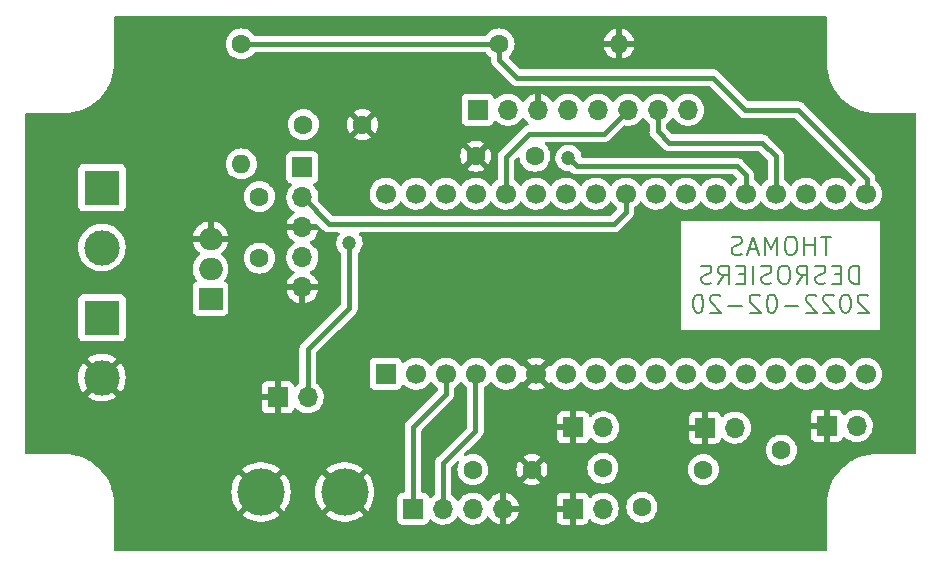
<source format=gbr>
%TF.GenerationSoftware,KiCad,Pcbnew,(6.0.0)*%
%TF.CreationDate,2022-02-22T11:24:30-05:00*%
%TF.ProjectId,lampeDimmer,6c616d70-6544-4696-9d6d-65722e6b6963,v2.0.0*%
%TF.SameCoordinates,Original*%
%TF.FileFunction,Copper,L2,Bot*%
%TF.FilePolarity,Positive*%
%FSLAX46Y46*%
G04 Gerber Fmt 4.6, Leading zero omitted, Abs format (unit mm)*
G04 Created by KiCad (PCBNEW (6.0.0)) date 2022-02-22 11:24:30*
%MOMM*%
%LPD*%
G01*
G04 APERTURE LIST*
%ADD10C,0.190500*%
%TA.AperFunction,NonConductor*%
%ADD11C,0.190500*%
%TD*%
%TA.AperFunction,ComponentPad*%
%ADD12C,1.600000*%
%TD*%
%TA.AperFunction,ComponentPad*%
%ADD13R,1.700000X1.700000*%
%TD*%
%TA.AperFunction,ComponentPad*%
%ADD14O,1.700000X1.700000*%
%TD*%
%TA.AperFunction,ComponentPad*%
%ADD15C,1.700000*%
%TD*%
%TA.AperFunction,ComponentPad*%
%ADD16R,3.000000X3.000000*%
%TD*%
%TA.AperFunction,ComponentPad*%
%ADD17C,3.000000*%
%TD*%
%TA.AperFunction,ComponentPad*%
%ADD18C,6.400000*%
%TD*%
%TA.AperFunction,ComponentPad*%
%ADD19O,1.600000X1.600000*%
%TD*%
%TA.AperFunction,ComponentPad*%
%ADD20C,4.000000*%
%TD*%
%TA.AperFunction,ComponentPad*%
%ADD21R,2.000000X1.905000*%
%TD*%
%TA.AperFunction,ComponentPad*%
%ADD22O,2.000000X1.905000*%
%TD*%
%TA.AperFunction,ViaPad*%
%ADD23C,1.200000*%
%TD*%
%TA.AperFunction,Conductor*%
%ADD24C,0.381000*%
%TD*%
%TA.AperFunction,Conductor*%
%ADD25C,0.250000*%
%TD*%
G04 APERTURE END LIST*
D10*
D11*
X184031723Y-103461790D02*
X183160866Y-103461790D01*
X183596294Y-104985790D02*
X183596294Y-103461790D01*
X182652866Y-104985790D02*
X182652866Y-103461790D01*
X182652866Y-104187504D02*
X181782009Y-104187504D01*
X181782009Y-104985790D02*
X181782009Y-103461790D01*
X180766009Y-103461790D02*
X180475723Y-103461790D01*
X180330580Y-103534362D01*
X180185437Y-103679504D01*
X180112866Y-103969790D01*
X180112866Y-104477790D01*
X180185437Y-104768076D01*
X180330580Y-104913219D01*
X180475723Y-104985790D01*
X180766009Y-104985790D01*
X180911151Y-104913219D01*
X181056294Y-104768076D01*
X181128866Y-104477790D01*
X181128866Y-103969790D01*
X181056294Y-103679504D01*
X180911151Y-103534362D01*
X180766009Y-103461790D01*
X179459723Y-104985790D02*
X179459723Y-103461790D01*
X178951723Y-104550362D01*
X178443723Y-103461790D01*
X178443723Y-104985790D01*
X177790580Y-104550362D02*
X177064866Y-104550362D01*
X177935723Y-104985790D02*
X177427723Y-103461790D01*
X176919723Y-104985790D01*
X176484294Y-104913219D02*
X176266580Y-104985790D01*
X175903723Y-104985790D01*
X175758580Y-104913219D01*
X175686009Y-104840647D01*
X175613437Y-104695504D01*
X175613437Y-104550362D01*
X175686009Y-104405219D01*
X175758580Y-104332647D01*
X175903723Y-104260076D01*
X176194009Y-104187504D01*
X176339151Y-104114933D01*
X176411723Y-104042362D01*
X176484294Y-103897219D01*
X176484294Y-103752076D01*
X176411723Y-103606933D01*
X176339151Y-103534362D01*
X176194009Y-103461790D01*
X175831151Y-103461790D01*
X175613437Y-103534362D01*
X186390294Y-107439430D02*
X186390294Y-105915430D01*
X186027437Y-105915430D01*
X185809723Y-105988002D01*
X185664580Y-106133144D01*
X185592009Y-106278287D01*
X185519437Y-106568573D01*
X185519437Y-106786287D01*
X185592009Y-107076573D01*
X185664580Y-107221716D01*
X185809723Y-107366859D01*
X186027437Y-107439430D01*
X186390294Y-107439430D01*
X184866294Y-106641144D02*
X184358294Y-106641144D01*
X184140580Y-107439430D02*
X184866294Y-107439430D01*
X184866294Y-105915430D01*
X184140580Y-105915430D01*
X183560009Y-107366859D02*
X183342294Y-107439430D01*
X182979437Y-107439430D01*
X182834294Y-107366859D01*
X182761723Y-107294287D01*
X182689151Y-107149144D01*
X182689151Y-107004002D01*
X182761723Y-106858859D01*
X182834294Y-106786287D01*
X182979437Y-106713716D01*
X183269723Y-106641144D01*
X183414866Y-106568573D01*
X183487437Y-106496002D01*
X183560009Y-106350859D01*
X183560009Y-106205716D01*
X183487437Y-106060573D01*
X183414866Y-105988002D01*
X183269723Y-105915430D01*
X182906866Y-105915430D01*
X182689151Y-105988002D01*
X181165151Y-107439430D02*
X181673151Y-106713716D01*
X182036009Y-107439430D02*
X182036009Y-105915430D01*
X181455437Y-105915430D01*
X181310294Y-105988002D01*
X181237723Y-106060573D01*
X181165151Y-106205716D01*
X181165151Y-106423430D01*
X181237723Y-106568573D01*
X181310294Y-106641144D01*
X181455437Y-106713716D01*
X182036009Y-106713716D01*
X180221723Y-105915430D02*
X179931437Y-105915430D01*
X179786294Y-105988002D01*
X179641151Y-106133144D01*
X179568580Y-106423430D01*
X179568580Y-106931430D01*
X179641151Y-107221716D01*
X179786294Y-107366859D01*
X179931437Y-107439430D01*
X180221723Y-107439430D01*
X180366866Y-107366859D01*
X180512009Y-107221716D01*
X180584580Y-106931430D01*
X180584580Y-106423430D01*
X180512009Y-106133144D01*
X180366866Y-105988002D01*
X180221723Y-105915430D01*
X178988009Y-107366859D02*
X178770294Y-107439430D01*
X178407437Y-107439430D01*
X178262294Y-107366859D01*
X178189723Y-107294287D01*
X178117151Y-107149144D01*
X178117151Y-107004002D01*
X178189723Y-106858859D01*
X178262294Y-106786287D01*
X178407437Y-106713716D01*
X178697723Y-106641144D01*
X178842866Y-106568573D01*
X178915437Y-106496002D01*
X178988009Y-106350859D01*
X178988009Y-106205716D01*
X178915437Y-106060573D01*
X178842866Y-105988002D01*
X178697723Y-105915430D01*
X178334866Y-105915430D01*
X178117151Y-105988002D01*
X177464009Y-107439430D02*
X177464009Y-105915430D01*
X176738294Y-106641144D02*
X176230294Y-106641144D01*
X176012580Y-107439430D02*
X176738294Y-107439430D01*
X176738294Y-105915430D01*
X176012580Y-105915430D01*
X174488580Y-107439430D02*
X174996580Y-106713716D01*
X175359437Y-107439430D02*
X175359437Y-105915430D01*
X174778866Y-105915430D01*
X174633723Y-105988002D01*
X174561151Y-106060573D01*
X174488580Y-106205716D01*
X174488580Y-106423430D01*
X174561151Y-106568573D01*
X174633723Y-106641144D01*
X174778866Y-106713716D01*
X175359437Y-106713716D01*
X173908009Y-107366859D02*
X173690294Y-107439430D01*
X173327437Y-107439430D01*
X173182294Y-107366859D01*
X173109723Y-107294287D01*
X173037151Y-107149144D01*
X173037151Y-107004002D01*
X173109723Y-106858859D01*
X173182294Y-106786287D01*
X173327437Y-106713716D01*
X173617723Y-106641144D01*
X173762866Y-106568573D01*
X173835437Y-106496002D01*
X173908009Y-106350859D01*
X173908009Y-106205716D01*
X173835437Y-106060573D01*
X173762866Y-105988002D01*
X173617723Y-105915430D01*
X173254866Y-105915430D01*
X173037151Y-105988002D01*
X187152294Y-108514213D02*
X187079723Y-108441642D01*
X186934580Y-108369070D01*
X186571723Y-108369070D01*
X186426580Y-108441642D01*
X186354009Y-108514213D01*
X186281437Y-108659356D01*
X186281437Y-108804499D01*
X186354009Y-109022213D01*
X187224866Y-109893070D01*
X186281437Y-109893070D01*
X185338009Y-108369070D02*
X185192866Y-108369070D01*
X185047723Y-108441642D01*
X184975151Y-108514213D01*
X184902580Y-108659356D01*
X184830009Y-108949642D01*
X184830009Y-109312499D01*
X184902580Y-109602784D01*
X184975151Y-109747927D01*
X185047723Y-109820499D01*
X185192866Y-109893070D01*
X185338009Y-109893070D01*
X185483151Y-109820499D01*
X185555723Y-109747927D01*
X185628294Y-109602784D01*
X185700866Y-109312499D01*
X185700866Y-108949642D01*
X185628294Y-108659356D01*
X185555723Y-108514213D01*
X185483151Y-108441642D01*
X185338009Y-108369070D01*
X184249437Y-108514213D02*
X184176866Y-108441642D01*
X184031723Y-108369070D01*
X183668866Y-108369070D01*
X183523723Y-108441642D01*
X183451151Y-108514213D01*
X183378580Y-108659356D01*
X183378580Y-108804499D01*
X183451151Y-109022213D01*
X184322009Y-109893070D01*
X183378580Y-109893070D01*
X182798009Y-108514213D02*
X182725437Y-108441642D01*
X182580294Y-108369070D01*
X182217437Y-108369070D01*
X182072294Y-108441642D01*
X181999723Y-108514213D01*
X181927151Y-108659356D01*
X181927151Y-108804499D01*
X181999723Y-109022213D01*
X182870580Y-109893070D01*
X181927151Y-109893070D01*
X181274009Y-109312499D02*
X180112866Y-109312499D01*
X179096866Y-108369070D02*
X178951723Y-108369070D01*
X178806580Y-108441642D01*
X178734009Y-108514213D01*
X178661437Y-108659356D01*
X178588866Y-108949642D01*
X178588866Y-109312499D01*
X178661437Y-109602784D01*
X178734009Y-109747927D01*
X178806580Y-109820499D01*
X178951723Y-109893070D01*
X179096866Y-109893070D01*
X179242009Y-109820499D01*
X179314580Y-109747927D01*
X179387151Y-109602784D01*
X179459723Y-109312499D01*
X179459723Y-108949642D01*
X179387151Y-108659356D01*
X179314580Y-108514213D01*
X179242009Y-108441642D01*
X179096866Y-108369070D01*
X178008294Y-108514213D02*
X177935723Y-108441642D01*
X177790580Y-108369070D01*
X177427723Y-108369070D01*
X177282580Y-108441642D01*
X177210009Y-108514213D01*
X177137437Y-108659356D01*
X177137437Y-108804499D01*
X177210009Y-109022213D01*
X178080866Y-109893070D01*
X177137437Y-109893070D01*
X176484294Y-109312499D02*
X175323151Y-109312499D01*
X174670009Y-108514213D02*
X174597437Y-108441642D01*
X174452294Y-108369070D01*
X174089437Y-108369070D01*
X173944294Y-108441642D01*
X173871723Y-108514213D01*
X173799151Y-108659356D01*
X173799151Y-108804499D01*
X173871723Y-109022213D01*
X174742580Y-109893070D01*
X173799151Y-109893070D01*
X172855723Y-108369070D02*
X172710580Y-108369070D01*
X172565437Y-108441642D01*
X172492866Y-108514213D01*
X172420294Y-108659356D01*
X172347723Y-108949642D01*
X172347723Y-109312499D01*
X172420294Y-109602784D01*
X172492866Y-109747927D01*
X172565437Y-109820499D01*
X172710580Y-109893070D01*
X172855723Y-109893070D01*
X173000866Y-109820499D01*
X173073437Y-109747927D01*
X173146009Y-109602784D01*
X173218580Y-109312499D01*
X173218580Y-108949642D01*
X173146009Y-108659356D01*
X173073437Y-108514213D01*
X173000866Y-108441642D01*
X172855723Y-108369070D01*
D12*
%TO.P,C2,1*%
%TO.N,+5V*%
X153710000Y-123190000D03*
%TO.P,C2,2*%
%TO.N,GND*%
X158710000Y-123190000D03*
%TD*%
D13*
%TO.P,J6,1,Pin_1*%
%TO.N,GND*%
X183662000Y-119482000D03*
D14*
%TO.P,J6,2,Pin_2*%
%TO.N,/EXT_ADC1*%
X186202000Y-119482000D03*
%TD*%
D13*
%TO.P,J3,1,Pin_1*%
%TO.N,GND*%
X173355000Y-119634000D03*
D14*
%TO.P,J3,2,Pin_2*%
%TO.N,/EXT_IO*%
X175895000Y-119634000D03*
%TD*%
D13*
%TO.P,M1,1,PB2(MOSI)*%
%TO.N,unconnected-(M1-Pad1)*%
X146335503Y-115078000D03*
D15*
%TO.P,M1,2,PB0(SS/RXLED)*%
%TO.N,unconnected-(M1-Pad2)*%
X148875503Y-115078000D03*
%TO.P,M1,3,PD3(TX)*%
%TO.N,Net-(J2-Pad1)*%
X151415503Y-115078000D03*
%TO.P,M1,4,PD2(RX)*%
%TO.N,Net-(J2-Pad2)*%
X153955503Y-115078000D03*
%TO.P,M1,5,RESET*%
%TO.N,unconnected-(M1-Pad5)*%
X156495503Y-115078000D03*
%TO.P,M1,6,GND*%
%TO.N,GND*%
X159035496Y-115078002D03*
%TO.P,M1,7,PD1(SDA)*%
%TO.N,unconnected-(M1-Pad7)*%
X161575503Y-115078000D03*
%TO.P,M1,8,PD0(SCL)*%
%TO.N,unconnected-(M1-Pad8)*%
X164115503Y-115078000D03*
%TO.P,M1,9,PD4(ADC8)*%
%TO.N,unconnected-(M1-Pad9)*%
X166655503Y-115078000D03*
%TO.P,M1,10,PC6(OC3A/#OC4A)*%
%TO.N,unconnected-(M1-Pad10)*%
X169195503Y-115078000D03*
%TO.P,M1,11,PD7(ADC10/OC4D)*%
%TO.N,/EXT_OC4D*%
X171735503Y-115078000D03*
%TO.P,M1,12,PE6(INT6)*%
%TO.N,unconnected-(M1-Pad12)*%
X174275503Y-115078000D03*
%TO.P,M1,13,PB4(ADC11/PCINT4)*%
%TO.N,unconnected-(M1-Pad13)*%
X176815503Y-115078000D03*
%TO.P,M1,14,PB5(ADC12/OC1A/#OC4B/PCINT5)*%
%TO.N,unconnected-(M1-Pad14)*%
X179355503Y-115078000D03*
%TO.P,M1,15,PB6(ADC13/OC1B/OC4B/PCINT6)*%
%TO.N,/EXT_OC4B*%
X181895503Y-115078000D03*
%TO.P,M1,16,PB7(OC1C/OCOA/PCINT7)*%
%TO.N,unconnected-(M1-Pad16)*%
X184435503Y-115078000D03*
%TO.P,M1,17,PD6(ADC9/#OC4D)*%
%TO.N,/EXT_IO*%
X186975503Y-115078000D03*
%TO.P,M1,18,PC7(OC4A)*%
%TO.N,Net-(M1-Pad18)*%
X186975503Y-99822000D03*
%TO.P,M1,19,3V3*%
%TO.N,unconnected-(M1-Pad19)*%
X184435503Y-99822000D03*
%TO.P,M1,20,AREF*%
%TO.N,unconnected-(M1-Pad20)*%
X181895503Y-99822000D03*
%TO.P,M1,21,PF7(TDI)*%
%TO.N,Net-(J1-Pad7)*%
X179355503Y-99822000D03*
%TO.P,M1,22,PF6(TDO)*%
%TO.N,Net-(J1-Pad4)*%
X176815503Y-99822000D03*
%TO.P,M1,23,PF5(TMS)*%
%TO.N,Net-(J1-Pad8)*%
X174275503Y-99822000D03*
%TO.P,M1,24,PF4(TCK)*%
%TO.N,Net-(J1-Pad5)*%
X171735503Y-99822000D03*
%TO.P,M1,25,PF1(ADC1)*%
%TO.N,/EXT_ADC1*%
X169195503Y-99822000D03*
%TO.P,M1,26,PF0(ADC0)*%
%TO.N,/POT_ADC*%
X166655503Y-99822000D03*
%TO.P,M1,27*%
%TO.N,unconnected-(M1-Pad27)*%
X164115503Y-99822000D03*
%TO.P,M1,28*%
%TO.N,unconnected-(M1-Pad28)*%
X161575503Y-99822000D03*
%TO.P,M1,29,5V*%
%TO.N,+5V*%
X159035503Y-99822000D03*
%TO.P,M1,30,RESET*%
%TO.N,Net-(J1-Pad6)*%
X156495503Y-99822000D03*
%TO.P,M1,31,GND*%
%TO.N,unconnected-(M1-Pad31)*%
X153955503Y-99822000D03*
%TO.P,M1,32,VIN*%
%TO.N,unconnected-(M1-Pad32)*%
X151415503Y-99822000D03*
%TO.P,M1,33,PB3(MISO)*%
%TO.N,/SW_VEILLE*%
X148875503Y-99822000D03*
%TO.P,M1,34,PB1(SCLK)*%
%TO.N,Net-(M1-Pad34)*%
X146335503Y-99822000D03*
%TD*%
D12*
%TO.P,C3,1*%
%TO.N,+5V*%
X158964000Y-96647000D03*
%TO.P,C3,2*%
%TO.N,GND*%
X153964000Y-96647000D03*
%TD*%
D16*
%TO.P,J8,1,Pin_1*%
%TO.N,+24V*%
X122301000Y-110319820D03*
D17*
%TO.P,J8,2,Pin_2*%
%TO.N,GND*%
X122301000Y-115399820D03*
%TD*%
D18*
%TO.P,REF\u002A\u002A,1*%
%TO.N,GND*%
X127996950Y-88315800D03*
%TD*%
D13*
%TO.P,J2,1,TX*%
%TO.N,Net-(J2-Pad1)*%
X148649995Y-126492000D03*
D14*
%TO.P,J2,2,RX*%
%TO.N,Net-(J2-Pad2)*%
X151189995Y-126492000D03*
%TO.P,J2,3,VCC*%
%TO.N,+5V*%
X153729995Y-126492000D03*
%TO.P,J2,4,GND*%
%TO.N,GND*%
X156269995Y-126492000D03*
%TD*%
D12*
%TO.P,TP2,1,1*%
%TO.N,/EXT_OC4B*%
X168021000Y-126365000D03*
%TD*%
%TO.P,TP1,1,1*%
%TO.N,/EXT_OC4D*%
X164719000Y-123063000D03*
%TD*%
%TO.P,TP5,1,1*%
%TO.N,/POT_ADC*%
X135636000Y-100076000D03*
%TD*%
%TO.P,R1,1*%
%TO.N,Net-(M1-Pad18)*%
X155920000Y-87150000D03*
D19*
%TO.P,R1,2*%
%TO.N,GND*%
X166080000Y-87150000D03*
%TD*%
D12*
%TO.P,TP3,1,1*%
%TO.N,/EXT_IO*%
X173228000Y-123190000D03*
%TD*%
D13*
%TO.P,SW1,1,A*%
%TO.N,GND*%
X137180000Y-117069000D03*
D14*
%TO.P,SW1,2,B*%
%TO.N,Net-(M1-Pad34)*%
X139720000Y-117069000D03*
%TD*%
D12*
%TO.P,TP4,1,1*%
%TO.N,/EXT_ADC1*%
X179832000Y-121539000D03*
%TD*%
D13*
%TO.P,J4,1,Pin_1*%
%TO.N,GND*%
X162149993Y-126492000D03*
D14*
%TO.P,J4,2,Pin_2*%
%TO.N,/EXT_OC4B*%
X164689993Y-126492000D03*
%TD*%
D20*
%TO.P,TP7,1,1*%
%TO.N,GND*%
X135769000Y-125095000D03*
X142849000Y-125095000D03*
%TD*%
D18*
%TO.P,REF\u002A\u002A,1*%
%TO.N,GND*%
X179025550Y-88315800D03*
%TD*%
D12*
%TO.P,C1,1*%
%TO.N,+5V*%
X139359000Y-93980000D03*
%TO.P,C1,2*%
%TO.N,GND*%
X144359000Y-93980000D03*
%TD*%
%TO.P,TP6,1,1*%
%TO.N,/SW_VEILLE*%
X135636000Y-105283000D03*
%TD*%
D13*
%TO.P,J7,1,Pin_1*%
%TO.N,+5V*%
X139275000Y-97600000D03*
D14*
%TO.P,J7,2,Pin_2*%
%TO.N,/POT_ADC*%
X139275000Y-100140000D03*
%TO.P,J7,3,Pin_3*%
%TO.N,GND*%
X139275000Y-102680000D03*
%TO.P,J7,4,Pin_4*%
%TO.N,/SW_VEILLE*%
X139275000Y-105220000D03*
%TO.P,J7,5,Pin_5*%
%TO.N,GND*%
X139275000Y-107760000D03*
%TD*%
D21*
%TO.P,Q1,1,G*%
%TO.N,Net-(Q1-Pad1)*%
X131501000Y-108712000D03*
D22*
%TO.P,Q1,2,D*%
%TO.N,/SORTIE*%
X131501000Y-106172000D03*
%TO.P,Q1,3,S*%
%TO.N,GND*%
X131501000Y-103632000D03*
%TD*%
D13*
%TO.P,J1,1,#MCLR*%
%TO.N,unconnected-(J1-Pad1)*%
X154124990Y-92725011D03*
D14*
%TO.P,J1,2,VDD*%
%TO.N,+5V*%
X156664990Y-92725011D03*
%TO.P,J1,3,GND*%
%TO.N,GND*%
X159204990Y-92725011D03*
%TO.P,J1,4,TDO*%
%TO.N,Net-(J1-Pad4)*%
X161744990Y-92725011D03*
%TO.P,J1,5,TCK*%
%TO.N,Net-(J1-Pad5)*%
X164284990Y-92725011D03*
%TO.P,J1,6,#RESET*%
%TO.N,Net-(J1-Pad6)*%
X166824990Y-92725011D03*
%TO.P,J1,7,TDI*%
%TO.N,Net-(J1-Pad7)*%
X169364990Y-92725011D03*
%TO.P,J1,8,TMS*%
%TO.N,Net-(J1-Pad8)*%
X171904990Y-92725011D03*
%TD*%
D18*
%TO.P,REF\u002A\u002A,1*%
%TO.N,GND*%
X127996950Y-126568200D03*
%TD*%
%TO.P,REF\u002A\u002A,1*%
%TO.N,GND*%
X179025550Y-126568200D03*
%TD*%
D16*
%TO.P,J9,1,Pin_1*%
%TO.N,/SORTIE*%
X122301000Y-99310012D03*
D17*
%TO.P,J9,2,Pin_2*%
%TO.N,+24V*%
X122301000Y-104390012D03*
%TD*%
D13*
%TO.P,J5,1,Pin_1*%
%TO.N,GND*%
X162199000Y-119609000D03*
D14*
%TO.P,J5,2,Pin_2*%
%TO.N,/EXT_OC4D*%
X164739000Y-119609000D03*
%TD*%
D12*
%TO.P,R2,1*%
%TO.N,Net-(M1-Pad18)*%
X134100011Y-87149991D03*
D19*
%TO.P,R2,2*%
%TO.N,Net-(Q1-Pad1)*%
X134100011Y-97309991D03*
%TD*%
D23*
%TO.N,GND*%
X151638000Y-119380000D03*
X177673000Y-97028000D03*
X146177000Y-104013000D03*
X182880000Y-96520000D03*
X167513000Y-95250000D03*
%TO.N,Net-(M1-Pad34)*%
X143256000Y-104013000D03*
%TO.N,Net-(J1-Pad4)*%
X161800000Y-96800000D03*
%TD*%
D24*
%TO.N,Net-(M1-Pad34)*%
X143256000Y-104013000D02*
X143256000Y-109474000D01*
X143256000Y-109474000D02*
X139720000Y-113010000D01*
X139720000Y-113010000D02*
X139720000Y-117069000D01*
%TO.N,/POT_ADC*%
X166655503Y-101394497D02*
X166655503Y-99822000D01*
X165650000Y-102400000D02*
X166655503Y-101394497D01*
X139290000Y-100140000D02*
X141550000Y-102400000D01*
X141550000Y-102400000D02*
X165650000Y-102400000D01*
X139275000Y-100140000D02*
X139290000Y-100140000D01*
%TO.N,Net-(M1-Pad18)*%
X157437000Y-90000000D02*
X174000000Y-90000000D01*
X155920000Y-88483000D02*
X157437000Y-90000000D01*
X187071000Y-98552000D02*
X187071000Y-99726503D01*
X174000000Y-90000000D02*
X176710000Y-92710000D01*
D25*
X134150000Y-87650000D02*
X134650000Y-87150000D01*
D24*
X134649997Y-87149991D02*
X155920008Y-87149991D01*
X155920000Y-87150000D02*
X155920000Y-88483000D01*
X181229000Y-92710000D02*
X187071000Y-98552000D01*
X176710000Y-92710000D02*
X181229000Y-92710000D01*
X187071000Y-99726503D02*
X186975503Y-99822000D01*
%TO.N,Net-(J1-Pad6)*%
X166825000Y-92725000D02*
X164808000Y-94742000D01*
X158496000Y-94742000D02*
X156495503Y-96742497D01*
X156495503Y-96742497D02*
X156495503Y-99822000D01*
X164808000Y-94742000D02*
X158496000Y-94742000D01*
%TO.N,Net-(J1-Pad4)*%
X161800000Y-96800000D02*
X162500000Y-97500000D01*
X176050000Y-97500000D02*
X176815503Y-98265503D01*
X176815503Y-98265503D02*
X176815503Y-99822000D01*
X162500000Y-97500000D02*
X176050000Y-97500000D01*
%TO.N,Net-(J1-Pad7)*%
X169365000Y-94562000D02*
X170307000Y-95504000D01*
X170307000Y-95504000D02*
X178181000Y-95504000D01*
X169365000Y-92725000D02*
X169365000Y-94562000D01*
X178181000Y-95504000D02*
X179355503Y-96678503D01*
X179355503Y-96678503D02*
X179355503Y-99822000D01*
%TO.N,Net-(J2-Pad2)*%
X151189995Y-126492000D02*
X151189995Y-122622005D01*
X151189995Y-122622005D02*
X153924000Y-119888000D01*
X153924000Y-115109503D02*
X153955503Y-115078000D01*
X153924000Y-119888000D02*
X153924000Y-115109503D01*
%TO.N,Net-(J2-Pad1)*%
X148649995Y-119550005D02*
X151415503Y-116784497D01*
X148649995Y-126492000D02*
X148649995Y-119550005D01*
X151415503Y-116784497D02*
X151415503Y-115078000D01*
%TD*%
%TA.AperFunction,Conductor*%
%TO.N,GND*%
G36*
X183615871Y-84798852D02*
G01*
X183662364Y-84852508D01*
X183673750Y-84904850D01*
X183673750Y-88649943D01*
X183672004Y-88670847D01*
X183668679Y-88690611D01*
X183668526Y-88703150D01*
X183669215Y-88707960D01*
X183669532Y-88712825D01*
X183669455Y-88712830D01*
X183669709Y-88715499D01*
X183674748Y-88824482D01*
X183687144Y-89092615D01*
X183687577Y-89101990D01*
X183687977Y-89104857D01*
X183741884Y-89491296D01*
X183742739Y-89497428D01*
X183748736Y-89522924D01*
X183832128Y-89877486D01*
X183834151Y-89886089D01*
X183961034Y-90264658D01*
X184122306Y-90629904D01*
X184123728Y-90632457D01*
X184123730Y-90632461D01*
X184162107Y-90701361D01*
X184316591Y-90978712D01*
X184542231Y-91308106D01*
X184544079Y-91310332D01*
X184544087Y-91310342D01*
X184792368Y-91609335D01*
X184797301Y-91615275D01*
X185079625Y-91897599D01*
X185081858Y-91899453D01*
X185081861Y-91899456D01*
X185384558Y-92150813D01*
X185384568Y-92150821D01*
X185386794Y-92152669D01*
X185716188Y-92378309D01*
X185718741Y-92379731D01*
X185938924Y-92502372D01*
X186064996Y-92572594D01*
X186430242Y-92733866D01*
X186433005Y-92734792D01*
X186433010Y-92734794D01*
X186612400Y-92794919D01*
X186808811Y-92860749D01*
X186811644Y-92861415D01*
X186811650Y-92861417D01*
X186901329Y-92882509D01*
X187197472Y-92952161D01*
X187200357Y-92952563D01*
X187200360Y-92952564D01*
X187457902Y-92988490D01*
X187592910Y-93007323D01*
X187595794Y-93007456D01*
X187595801Y-93007457D01*
X187760650Y-93015078D01*
X187963122Y-93024439D01*
X187969554Y-93025127D01*
X187969567Y-93024979D01*
X187974409Y-93025413D01*
X187979211Y-93026221D01*
X187985592Y-93026299D01*
X187986891Y-93026315D01*
X187986895Y-93026315D01*
X187991750Y-93026374D01*
X188019338Y-93022423D01*
X188037201Y-93021150D01*
X191136000Y-93021150D01*
X191204121Y-93041152D01*
X191250614Y-93094808D01*
X191262000Y-93147150D01*
X191262000Y-121736850D01*
X191241998Y-121804971D01*
X191188342Y-121851464D01*
X191136000Y-121862850D01*
X188044957Y-121862850D01*
X188024053Y-121861104D01*
X188014887Y-121859562D01*
X188004289Y-121857779D01*
X187997931Y-121857701D01*
X187996608Y-121857685D01*
X187996604Y-121857685D01*
X187991750Y-121857626D01*
X187986940Y-121858315D01*
X187982075Y-121858632D01*
X187982070Y-121858555D01*
X187979401Y-121858809D01*
X187771751Y-121868409D01*
X187595801Y-121876543D01*
X187595794Y-121876544D01*
X187592910Y-121876677D01*
X187544787Y-121883390D01*
X187200360Y-121931436D01*
X187200357Y-121931437D01*
X187197472Y-121931839D01*
X187084074Y-121958510D01*
X186811650Y-122022583D01*
X186811644Y-122022585D01*
X186808811Y-122023251D01*
X186712193Y-122055634D01*
X186433010Y-122149206D01*
X186433005Y-122149208D01*
X186430242Y-122150134D01*
X186064996Y-122311406D01*
X186062443Y-122312828D01*
X186062439Y-122312830D01*
X185821749Y-122446894D01*
X185716188Y-122505691D01*
X185386794Y-122731331D01*
X185384568Y-122733179D01*
X185384558Y-122733187D01*
X185102515Y-122967393D01*
X185079625Y-122986401D01*
X184797301Y-123268725D01*
X184795447Y-123270958D01*
X184795444Y-123270961D01*
X184544087Y-123573658D01*
X184544079Y-123573668D01*
X184542231Y-123575894D01*
X184316591Y-123905288D01*
X184315169Y-123907841D01*
X184156726Y-124192301D01*
X184122306Y-124254096D01*
X183961034Y-124619342D01*
X183960108Y-124622105D01*
X183960106Y-124622110D01*
X183923791Y-124730461D01*
X183834151Y-124997911D01*
X183833485Y-125000744D01*
X183833483Y-125000750D01*
X183795615Y-125161758D01*
X183742739Y-125386572D01*
X183742337Y-125389457D01*
X183742336Y-125389460D01*
X183730212Y-125476373D01*
X183687577Y-125782010D01*
X183687444Y-125784894D01*
X183687443Y-125784901D01*
X183681624Y-125910775D01*
X183674831Y-126057720D01*
X183670462Y-126152215D01*
X183669773Y-126158654D01*
X183669921Y-126158667D01*
X183669487Y-126163509D01*
X183668679Y-126168311D01*
X183668526Y-126180850D01*
X183669216Y-126185665D01*
X183672477Y-126208438D01*
X183673750Y-126226301D01*
X183673750Y-129979150D01*
X183653748Y-130047271D01*
X183600092Y-130093764D01*
X183547750Y-130105150D01*
X123474750Y-130105150D01*
X123406629Y-130085148D01*
X123360136Y-130031492D01*
X123348750Y-129979150D01*
X123348750Y-127040987D01*
X134187721Y-127040987D01*
X134196548Y-127052605D01*
X134419281Y-127214430D01*
X134425961Y-127218670D01*
X134695572Y-127366890D01*
X134702707Y-127370247D01*
X134988770Y-127483508D01*
X134996296Y-127485953D01*
X135294279Y-127562462D01*
X135302050Y-127563945D01*
X135607278Y-127602503D01*
X135615169Y-127603000D01*
X135922831Y-127603000D01*
X135930722Y-127602503D01*
X136235950Y-127563945D01*
X136243721Y-127562462D01*
X136541704Y-127485953D01*
X136549230Y-127483508D01*
X136835293Y-127370247D01*
X136842428Y-127366890D01*
X137112039Y-127218670D01*
X137118719Y-127214430D01*
X137341823Y-127052336D01*
X137350246Y-127041413D01*
X137350017Y-127040987D01*
X141267721Y-127040987D01*
X141276548Y-127052605D01*
X141499281Y-127214430D01*
X141505961Y-127218670D01*
X141775572Y-127366890D01*
X141782707Y-127370247D01*
X142068770Y-127483508D01*
X142076296Y-127485953D01*
X142374279Y-127562462D01*
X142382050Y-127563945D01*
X142687278Y-127602503D01*
X142695169Y-127603000D01*
X143002831Y-127603000D01*
X143010722Y-127602503D01*
X143315950Y-127563945D01*
X143323721Y-127562462D01*
X143621704Y-127485953D01*
X143629230Y-127483508D01*
X143915293Y-127370247D01*
X143922428Y-127366890D01*
X144192039Y-127218670D01*
X144198719Y-127214430D01*
X144421823Y-127052336D01*
X144430246Y-127041413D01*
X144423342Y-127028552D01*
X142861812Y-125467022D01*
X142847868Y-125459408D01*
X142846035Y-125459539D01*
X142839420Y-125463790D01*
X141274334Y-127028876D01*
X141267721Y-127040987D01*
X137350017Y-127040987D01*
X137343342Y-127028552D01*
X135781812Y-125467022D01*
X135767868Y-125459408D01*
X135766035Y-125459539D01*
X135759420Y-125463790D01*
X134194334Y-127028876D01*
X134187721Y-127040987D01*
X123348750Y-127040987D01*
X123348750Y-126234057D01*
X123350496Y-126213153D01*
X123353014Y-126198185D01*
X123353821Y-126193389D01*
X123353974Y-126180850D01*
X123353285Y-126176040D01*
X123352968Y-126171175D01*
X123353045Y-126171170D01*
X123352790Y-126168492D01*
X123352389Y-126159798D01*
X123340876Y-125910775D01*
X123335057Y-125784901D01*
X123335056Y-125784894D01*
X123334923Y-125782010D01*
X123292288Y-125476373D01*
X123280164Y-125389460D01*
X123280163Y-125389457D01*
X123279761Y-125386572D01*
X123226885Y-125161758D01*
X123212115Y-125098958D01*
X133256290Y-125098958D01*
X133275607Y-125405994D01*
X133276600Y-125413855D01*
X133334246Y-125716046D01*
X133336217Y-125723723D01*
X133431284Y-126016309D01*
X133434199Y-126023672D01*
X133565189Y-126302041D01*
X133569001Y-126308974D01*
X133733851Y-126568736D01*
X133738495Y-126575129D01*
X133813497Y-126665790D01*
X133826014Y-126674245D01*
X133836752Y-126668038D01*
X135396978Y-125107812D01*
X135403356Y-125096132D01*
X136133408Y-125096132D01*
X136133539Y-125097965D01*
X136137790Y-125104580D01*
X137700145Y-126666935D01*
X137713407Y-126674177D01*
X137723512Y-126666988D01*
X137799505Y-126575129D01*
X137804149Y-126568736D01*
X137968999Y-126308974D01*
X137972811Y-126302041D01*
X138103801Y-126023672D01*
X138106716Y-126016309D01*
X138201783Y-125723723D01*
X138203754Y-125716046D01*
X138261400Y-125413855D01*
X138262393Y-125405994D01*
X138281710Y-125098958D01*
X140336290Y-125098958D01*
X140355607Y-125405994D01*
X140356600Y-125413855D01*
X140414246Y-125716046D01*
X140416217Y-125723723D01*
X140511284Y-126016309D01*
X140514199Y-126023672D01*
X140645189Y-126302041D01*
X140649001Y-126308974D01*
X140813851Y-126568736D01*
X140818495Y-126575129D01*
X140893497Y-126665790D01*
X140906014Y-126674245D01*
X140916752Y-126668038D01*
X142476978Y-125107812D01*
X142483356Y-125096132D01*
X143213408Y-125096132D01*
X143213539Y-125097965D01*
X143217790Y-125104580D01*
X144780145Y-126666935D01*
X144793407Y-126674177D01*
X144803512Y-126666988D01*
X144879505Y-126575129D01*
X144884149Y-126568736D01*
X145048999Y-126308974D01*
X145052811Y-126302041D01*
X145183801Y-126023672D01*
X145186716Y-126016309D01*
X145281783Y-125723723D01*
X145283754Y-125716046D01*
X145341400Y-125413855D01*
X145342393Y-125405994D01*
X145361710Y-125098958D01*
X145361710Y-125091042D01*
X145342393Y-124784006D01*
X145341400Y-124776145D01*
X145283754Y-124473954D01*
X145281783Y-124466277D01*
X145186716Y-124173691D01*
X145183801Y-124166328D01*
X145052811Y-123887959D01*
X145048999Y-123881026D01*
X144884149Y-123621264D01*
X144879505Y-123614871D01*
X144804503Y-123524210D01*
X144791986Y-123515755D01*
X144781248Y-123521962D01*
X143221022Y-125082188D01*
X143213408Y-125096132D01*
X142483356Y-125096132D01*
X142484592Y-125093868D01*
X142484461Y-125092035D01*
X142480210Y-125085420D01*
X140917855Y-123523065D01*
X140904593Y-123515823D01*
X140894488Y-123523012D01*
X140818495Y-123614871D01*
X140813851Y-123621264D01*
X140649001Y-123881026D01*
X140645189Y-123887959D01*
X140514199Y-124166328D01*
X140511284Y-124173691D01*
X140416217Y-124466277D01*
X140414246Y-124473954D01*
X140356600Y-124776145D01*
X140355607Y-124784006D01*
X140336290Y-125091042D01*
X140336290Y-125098958D01*
X138281710Y-125098958D01*
X138281710Y-125091042D01*
X138262393Y-124784006D01*
X138261400Y-124776145D01*
X138203754Y-124473954D01*
X138201783Y-124466277D01*
X138106716Y-124173691D01*
X138103801Y-124166328D01*
X137972811Y-123887959D01*
X137968999Y-123881026D01*
X137804149Y-123621264D01*
X137799505Y-123614871D01*
X137724503Y-123524210D01*
X137711986Y-123515755D01*
X137701248Y-123521962D01*
X136141022Y-125082188D01*
X136133408Y-125096132D01*
X135403356Y-125096132D01*
X135404592Y-125093868D01*
X135404461Y-125092035D01*
X135400210Y-125085420D01*
X133837855Y-123523065D01*
X133824593Y-123515823D01*
X133814488Y-123523012D01*
X133738495Y-123614871D01*
X133733851Y-123621264D01*
X133569001Y-123881026D01*
X133565189Y-123887959D01*
X133434199Y-124166328D01*
X133431284Y-124173691D01*
X133336217Y-124466277D01*
X133334246Y-124473954D01*
X133276600Y-124776145D01*
X133275607Y-124784006D01*
X133256290Y-125091042D01*
X133256290Y-125098958D01*
X123212115Y-125098958D01*
X123189017Y-125000750D01*
X123189015Y-125000744D01*
X123188349Y-124997911D01*
X123098709Y-124730461D01*
X123062394Y-124622110D01*
X123062392Y-124622105D01*
X123061466Y-124619342D01*
X122900194Y-124254096D01*
X122865775Y-124192301D01*
X122707331Y-123907841D01*
X122705909Y-123905288D01*
X122480269Y-123575894D01*
X122478421Y-123573668D01*
X122478413Y-123573658D01*
X122227056Y-123270961D01*
X122227053Y-123270958D01*
X122225199Y-123268725D01*
X122105061Y-123148587D01*
X134187754Y-123148587D01*
X134194658Y-123161448D01*
X135756188Y-124722978D01*
X135770132Y-124730592D01*
X135771965Y-124730461D01*
X135778580Y-124726210D01*
X137343666Y-123161124D01*
X137350279Y-123149013D01*
X137349955Y-123148587D01*
X141267754Y-123148587D01*
X141274658Y-123161448D01*
X142836188Y-124722978D01*
X142850132Y-124730592D01*
X142851965Y-124730461D01*
X142858580Y-124726210D01*
X144423666Y-123161124D01*
X144430279Y-123149013D01*
X144421452Y-123137395D01*
X144198719Y-122975570D01*
X144192039Y-122971330D01*
X143922428Y-122823110D01*
X143915293Y-122819753D01*
X143629230Y-122706492D01*
X143621704Y-122704047D01*
X143323721Y-122627538D01*
X143315950Y-122626055D01*
X143010722Y-122587497D01*
X143002831Y-122587000D01*
X142695169Y-122587000D01*
X142687278Y-122587497D01*
X142382050Y-122626055D01*
X142374279Y-122627538D01*
X142076296Y-122704047D01*
X142068770Y-122706492D01*
X141782707Y-122819753D01*
X141775572Y-122823110D01*
X141505961Y-122971330D01*
X141499281Y-122975570D01*
X141276177Y-123137664D01*
X141267754Y-123148587D01*
X137349955Y-123148587D01*
X137341452Y-123137395D01*
X137118719Y-122975570D01*
X137112039Y-122971330D01*
X136842428Y-122823110D01*
X136835293Y-122819753D01*
X136549230Y-122706492D01*
X136541704Y-122704047D01*
X136243721Y-122627538D01*
X136235950Y-122626055D01*
X135930722Y-122587497D01*
X135922831Y-122587000D01*
X135615169Y-122587000D01*
X135607278Y-122587497D01*
X135302050Y-122626055D01*
X135294279Y-122627538D01*
X134996296Y-122704047D01*
X134988770Y-122706492D01*
X134702707Y-122819753D01*
X134695572Y-122823110D01*
X134425961Y-122971330D01*
X134419281Y-122975570D01*
X134196177Y-123137664D01*
X134187754Y-123148587D01*
X122105061Y-123148587D01*
X121942875Y-122986401D01*
X121919985Y-122967393D01*
X121637942Y-122733187D01*
X121637932Y-122733179D01*
X121635706Y-122731331D01*
X121306312Y-122505691D01*
X121200751Y-122446894D01*
X120960061Y-122312830D01*
X120960057Y-122312828D01*
X120957504Y-122311406D01*
X120592258Y-122150134D01*
X120589495Y-122149208D01*
X120589490Y-122149206D01*
X120310307Y-122055634D01*
X120213689Y-122023251D01*
X120210856Y-122022585D01*
X120210850Y-122022583D01*
X119938426Y-121958510D01*
X119825028Y-121931839D01*
X119822143Y-121931437D01*
X119822140Y-121931436D01*
X119477713Y-121883390D01*
X119429590Y-121876677D01*
X119426706Y-121876544D01*
X119426699Y-121876543D01*
X119261850Y-121868922D01*
X119059378Y-121859561D01*
X119052946Y-121858873D01*
X119052933Y-121859021D01*
X119048091Y-121858587D01*
X119043289Y-121857779D01*
X119036908Y-121857701D01*
X119035609Y-121857685D01*
X119035605Y-121857685D01*
X119030750Y-121857626D01*
X119006465Y-121861104D01*
X119003162Y-121861577D01*
X118985299Y-121862850D01*
X115886500Y-121862850D01*
X115818379Y-121842848D01*
X115771886Y-121789192D01*
X115760500Y-121736850D01*
X115760500Y-117963669D01*
X135822001Y-117963669D01*
X135822371Y-117970490D01*
X135827895Y-118021352D01*
X135831521Y-118036604D01*
X135876676Y-118157054D01*
X135885214Y-118172649D01*
X135961715Y-118274724D01*
X135974276Y-118287285D01*
X136076351Y-118363786D01*
X136091946Y-118372324D01*
X136212394Y-118417478D01*
X136227649Y-118421105D01*
X136278514Y-118426631D01*
X136285328Y-118427000D01*
X136907885Y-118427000D01*
X136923124Y-118422525D01*
X136924329Y-118421135D01*
X136926000Y-118413452D01*
X136926000Y-117341115D01*
X136921525Y-117325876D01*
X136920135Y-117324671D01*
X136912452Y-117323000D01*
X135840116Y-117323000D01*
X135824877Y-117327475D01*
X135823672Y-117328865D01*
X135822001Y-117336548D01*
X135822001Y-117963669D01*
X115760500Y-117963669D01*
X115760500Y-116989474D01*
X121076618Y-116989474D01*
X121083673Y-116999447D01*
X121114679Y-117025371D01*
X121121598Y-117030399D01*
X121346272Y-117171335D01*
X121353807Y-117175376D01*
X121595520Y-117284514D01*
X121603551Y-117287500D01*
X121857832Y-117362822D01*
X121866184Y-117364689D01*
X122128340Y-117404804D01*
X122136874Y-117405520D01*
X122402045Y-117409687D01*
X122410596Y-117409238D01*
X122673883Y-117377377D01*
X122682284Y-117375775D01*
X122938824Y-117308473D01*
X122946926Y-117305746D01*
X123191949Y-117204254D01*
X123199617Y-117200448D01*
X123428598Y-117066642D01*
X123435679Y-117061829D01*
X123515655Y-116999121D01*
X123524125Y-116987262D01*
X123517608Y-116975638D01*
X123338855Y-116796885D01*
X135822000Y-116796885D01*
X135826475Y-116812124D01*
X135827865Y-116813329D01*
X135835548Y-116815000D01*
X136907885Y-116815000D01*
X136923124Y-116810525D01*
X136924329Y-116809135D01*
X136926000Y-116801452D01*
X136926000Y-115729116D01*
X136921525Y-115713877D01*
X136920135Y-115712672D01*
X136912452Y-115711001D01*
X136285331Y-115711001D01*
X136278510Y-115711371D01*
X136227648Y-115716895D01*
X136212396Y-115720521D01*
X136091946Y-115765676D01*
X136076351Y-115774214D01*
X135974276Y-115850715D01*
X135961715Y-115863276D01*
X135885214Y-115965351D01*
X135876676Y-115980946D01*
X135831522Y-116101394D01*
X135827895Y-116116649D01*
X135822369Y-116167514D01*
X135822000Y-116174328D01*
X135822000Y-116796885D01*
X123338855Y-116796885D01*
X122313812Y-115771842D01*
X122299868Y-115764228D01*
X122298035Y-115764359D01*
X122291420Y-115768610D01*
X121083910Y-116976120D01*
X121076618Y-116989474D01*
X115760500Y-116989474D01*
X115760500Y-115383024D01*
X120288665Y-115383024D01*
X120303932Y-115647789D01*
X120305005Y-115656290D01*
X120356065Y-115916542D01*
X120358276Y-115924794D01*
X120444184Y-116175714D01*
X120447499Y-116183599D01*
X120566664Y-116420533D01*
X120571020Y-116427899D01*
X120700347Y-116616070D01*
X120710601Y-116624414D01*
X120724342Y-116617268D01*
X121928978Y-115412632D01*
X121935356Y-115400952D01*
X122665408Y-115400952D01*
X122665539Y-115402785D01*
X122669790Y-115409400D01*
X123876730Y-116616340D01*
X123888939Y-116623007D01*
X123900439Y-116614317D01*
X123997831Y-116481733D01*
X124002418Y-116474505D01*
X124128962Y-116241441D01*
X124132530Y-116233647D01*
X124226271Y-115985570D01*
X124228748Y-115977364D01*
X124287954Y-115718858D01*
X124289294Y-115710397D01*
X124313031Y-115444436D01*
X124313277Y-115439497D01*
X124313666Y-115402305D01*
X124313523Y-115397339D01*
X124295362Y-115130943D01*
X124294201Y-115122469D01*
X124240419Y-114862764D01*
X124238120Y-114854529D01*
X124149588Y-114604525D01*
X124146191Y-114596674D01*
X124024550Y-114360998D01*
X124020122Y-114353686D01*
X123901031Y-114184237D01*
X123890509Y-114175857D01*
X123877121Y-114182909D01*
X122673022Y-115387008D01*
X122665408Y-115400952D01*
X121935356Y-115400952D01*
X121936592Y-115398688D01*
X121936461Y-115396855D01*
X121932210Y-115390240D01*
X120724814Y-114182844D01*
X120712804Y-114176286D01*
X120701064Y-114185254D01*
X120592935Y-114335731D01*
X120588418Y-114343016D01*
X120464325Y-114577387D01*
X120460839Y-114585215D01*
X120369700Y-114834266D01*
X120367311Y-114842490D01*
X120310812Y-115101615D01*
X120309563Y-115110070D01*
X120288754Y-115374473D01*
X120288665Y-115383024D01*
X115760500Y-115383024D01*
X115760500Y-113812320D01*
X121077584Y-113812320D01*
X121083980Y-113823590D01*
X122288188Y-115027798D01*
X122302132Y-115035412D01*
X122303965Y-115035281D01*
X122310580Y-115031030D01*
X123517604Y-113824006D01*
X123524795Y-113810837D01*
X123517473Y-113800600D01*
X123470233Y-113761935D01*
X123463261Y-113756980D01*
X123237122Y-113618402D01*
X123229552Y-113614444D01*
X122986704Y-113507842D01*
X122978644Y-113504940D01*
X122723592Y-113432287D01*
X122715214Y-113430505D01*
X122452656Y-113393138D01*
X122444111Y-113392511D01*
X122178908Y-113391122D01*
X122170374Y-113391659D01*
X121907433Y-113426276D01*
X121899035Y-113427969D01*
X121643238Y-113497947D01*
X121635143Y-113500766D01*
X121391199Y-113604817D01*
X121383577Y-113608701D01*
X121156013Y-113744895D01*
X121148981Y-113749782D01*
X121086053Y-113800197D01*
X121077584Y-113812320D01*
X115760500Y-113812320D01*
X115760500Y-111867954D01*
X120292500Y-111867954D01*
X120299255Y-111930136D01*
X120350385Y-112066525D01*
X120437739Y-112183081D01*
X120554295Y-112270435D01*
X120690684Y-112321565D01*
X120752866Y-112328320D01*
X123849134Y-112328320D01*
X123911316Y-112321565D01*
X124047705Y-112270435D01*
X124164261Y-112183081D01*
X124251615Y-112066525D01*
X124302745Y-111930136D01*
X124309500Y-111867954D01*
X124309500Y-108771686D01*
X124302745Y-108709504D01*
X124251615Y-108573115D01*
X124164261Y-108456559D01*
X124047705Y-108369205D01*
X123911316Y-108318075D01*
X123849134Y-108311320D01*
X120752866Y-108311320D01*
X120690684Y-108318075D01*
X120554295Y-108369205D01*
X120437739Y-108456559D01*
X120350385Y-108573115D01*
X120299255Y-108709504D01*
X120292500Y-108771686D01*
X120292500Y-111867954D01*
X115760500Y-111867954D01*
X115760500Y-104368930D01*
X120287917Y-104368930D01*
X120303682Y-104642332D01*
X120304507Y-104646537D01*
X120304508Y-104646545D01*
X120328207Y-104767339D01*
X120356405Y-104911065D01*
X120357792Y-104915115D01*
X120357793Y-104915120D01*
X120443723Y-105166100D01*
X120445112Y-105170156D01*
X120459458Y-105198680D01*
X120554001Y-105386658D01*
X120568160Y-105414811D01*
X120570586Y-105418340D01*
X120570589Y-105418346D01*
X120678890Y-105575923D01*
X120723274Y-105640502D01*
X120907582Y-105843055D01*
X121117675Y-106018719D01*
X121121316Y-106021003D01*
X121346024Y-106161963D01*
X121346028Y-106161965D01*
X121349664Y-106164246D01*
X121474460Y-106220594D01*
X121595345Y-106275176D01*
X121595349Y-106275178D01*
X121599257Y-106276942D01*
X121662393Y-106295644D01*
X121857723Y-106353503D01*
X121857727Y-106353504D01*
X121861836Y-106354721D01*
X121866070Y-106355369D01*
X121866075Y-106355370D01*
X122128298Y-106395495D01*
X122128300Y-106395495D01*
X122132540Y-106396144D01*
X122271912Y-106398334D01*
X122402071Y-106400379D01*
X122402077Y-106400379D01*
X122406362Y-106400446D01*
X122678235Y-106367546D01*
X122943127Y-106298053D01*
X122947087Y-106296413D01*
X122947092Y-106296411D01*
X123000561Y-106274263D01*
X129991064Y-106274263D01*
X130027404Y-106511744D01*
X130054949Y-106596019D01*
X130100434Y-106735183D01*
X130100437Y-106735189D01*
X130102042Y-106740101D01*
X130104429Y-106744687D01*
X130104431Y-106744691D01*
X130198168Y-106924757D01*
X130212975Y-106953200D01*
X130329415Y-107108283D01*
X130354320Y-107174765D01*
X130339328Y-107244161D01*
X130289198Y-107294435D01*
X130272885Y-107301915D01*
X130262707Y-107305731D01*
X130262704Y-107305733D01*
X130254295Y-107308885D01*
X130137739Y-107396239D01*
X130050385Y-107512795D01*
X129999255Y-107649184D01*
X129992500Y-107711366D01*
X129992500Y-109712634D01*
X129999255Y-109774816D01*
X130050385Y-109911205D01*
X130137739Y-110027761D01*
X130254295Y-110115115D01*
X130390684Y-110166245D01*
X130452866Y-110173000D01*
X132549134Y-110173000D01*
X132611316Y-110166245D01*
X132747705Y-110115115D01*
X132864261Y-110027761D01*
X132951615Y-109911205D01*
X133002745Y-109774816D01*
X133009500Y-109712634D01*
X133009500Y-108027966D01*
X137943257Y-108027966D01*
X137973565Y-108162446D01*
X137976645Y-108172275D01*
X138056770Y-108369603D01*
X138061413Y-108378794D01*
X138172694Y-108560388D01*
X138178777Y-108568699D01*
X138318213Y-108729667D01*
X138325580Y-108736883D01*
X138489434Y-108872916D01*
X138497881Y-108878831D01*
X138681756Y-108986279D01*
X138691042Y-108990729D01*
X138890001Y-109066703D01*
X138899899Y-109069579D01*
X139003250Y-109090606D01*
X139017299Y-109089410D01*
X139021000Y-109079065D01*
X139021000Y-109078517D01*
X139529000Y-109078517D01*
X139533064Y-109092359D01*
X139546478Y-109094393D01*
X139553184Y-109093534D01*
X139563262Y-109091392D01*
X139767255Y-109030191D01*
X139776842Y-109026433D01*
X139968095Y-108932739D01*
X139976945Y-108927464D01*
X140150328Y-108803792D01*
X140158200Y-108797139D01*
X140309052Y-108646812D01*
X140315730Y-108638965D01*
X140440003Y-108466020D01*
X140445313Y-108457183D01*
X140539670Y-108266267D01*
X140543469Y-108256672D01*
X140605377Y-108052910D01*
X140607555Y-108042837D01*
X140608986Y-108031962D01*
X140606775Y-108017778D01*
X140593617Y-108014000D01*
X139547115Y-108014000D01*
X139531876Y-108018475D01*
X139530671Y-108019865D01*
X139529000Y-108027548D01*
X139529000Y-109078517D01*
X139021000Y-109078517D01*
X139021000Y-108032115D01*
X139016525Y-108016876D01*
X139015135Y-108015671D01*
X139007452Y-108014000D01*
X137958225Y-108014000D01*
X137944694Y-108017973D01*
X137943257Y-108027966D01*
X133009500Y-108027966D01*
X133009500Y-107711366D01*
X133002745Y-107649184D01*
X132951615Y-107512795D01*
X132864261Y-107396239D01*
X132747705Y-107308885D01*
X132727811Y-107301427D01*
X132671047Y-107258787D01*
X132646346Y-107192226D01*
X132661553Y-107122877D01*
X132673158Y-107105353D01*
X132766367Y-106987330D01*
X132766370Y-106987325D01*
X132769568Y-106983276D01*
X132783885Y-106957342D01*
X132883177Y-106777474D01*
X132883179Y-106777470D01*
X132885674Y-106772950D01*
X132898085Y-106737905D01*
X132964144Y-106551360D01*
X132964145Y-106551356D01*
X132965870Y-106546485D01*
X132970818Y-106518707D01*
X133007095Y-106315052D01*
X133007096Y-106315046D01*
X133008001Y-106309963D01*
X133010936Y-106069737D01*
X132974596Y-105832256D01*
X132909282Y-105632425D01*
X132901566Y-105608817D01*
X132901563Y-105608811D01*
X132899958Y-105603899D01*
X132789025Y-105390800D01*
X132708267Y-105283240D01*
X132708087Y-105283000D01*
X134322502Y-105283000D01*
X134342457Y-105511087D01*
X134343881Y-105516400D01*
X134343881Y-105516402D01*
X134400165Y-105726453D01*
X134401716Y-105732243D01*
X134404039Y-105737224D01*
X134404039Y-105737225D01*
X134496151Y-105934762D01*
X134496154Y-105934767D01*
X134498477Y-105939749D01*
X134501634Y-105944257D01*
X134615684Y-106107137D01*
X134629802Y-106127300D01*
X134791700Y-106289198D01*
X134796208Y-106292355D01*
X134796211Y-106292357D01*
X134863170Y-106339242D01*
X134979251Y-106420523D01*
X134984233Y-106422846D01*
X134984238Y-106422849D01*
X135163911Y-106506631D01*
X135186757Y-106517284D01*
X135192065Y-106518706D01*
X135192067Y-106518707D01*
X135402598Y-106575119D01*
X135402600Y-106575119D01*
X135407913Y-106576543D01*
X135636000Y-106596498D01*
X135864087Y-106576543D01*
X135869400Y-106575119D01*
X135869402Y-106575119D01*
X136079933Y-106518707D01*
X136079935Y-106518706D01*
X136085243Y-106517284D01*
X136108089Y-106506631D01*
X136287762Y-106422849D01*
X136287767Y-106422846D01*
X136292749Y-106420523D01*
X136408830Y-106339242D01*
X136475789Y-106292357D01*
X136475792Y-106292355D01*
X136480300Y-106289198D01*
X136642198Y-106127300D01*
X136656317Y-106107137D01*
X136770366Y-105944257D01*
X136773523Y-105939749D01*
X136775846Y-105934767D01*
X136775849Y-105934762D01*
X136867961Y-105737225D01*
X136867961Y-105737224D01*
X136870284Y-105732243D01*
X136871836Y-105726453D01*
X136928119Y-105516402D01*
X136928119Y-105516400D01*
X136929543Y-105511087D01*
X136949498Y-105283000D01*
X136941072Y-105186695D01*
X137912251Y-105186695D01*
X137912548Y-105191848D01*
X137912548Y-105191851D01*
X137922285Y-105360724D01*
X137925110Y-105409715D01*
X137926247Y-105414761D01*
X137926248Y-105414767D01*
X137947275Y-105508069D01*
X137974222Y-105627639D01*
X138058266Y-105834616D01*
X138174987Y-106025088D01*
X138321250Y-106193938D01*
X138493126Y-106336632D01*
X138544166Y-106366457D01*
X138566955Y-106379774D01*
X138615679Y-106431412D01*
X138628750Y-106501195D01*
X138602019Y-106566967D01*
X138561562Y-106600327D01*
X138553457Y-106604546D01*
X138544738Y-106610036D01*
X138374433Y-106737905D01*
X138366726Y-106744748D01*
X138219590Y-106898717D01*
X138213104Y-106906727D01*
X138093098Y-107082649D01*
X138088000Y-107091623D01*
X137998338Y-107284783D01*
X137994775Y-107294470D01*
X137939389Y-107494183D01*
X137940912Y-107502607D01*
X137953292Y-107506000D01*
X140593344Y-107506000D01*
X140606875Y-107502027D01*
X140608180Y-107492947D01*
X140566214Y-107325875D01*
X140562894Y-107316124D01*
X140477972Y-107120814D01*
X140473105Y-107111739D01*
X140357426Y-106932926D01*
X140351136Y-106924757D01*
X140207806Y-106767240D01*
X140200273Y-106760215D01*
X140033139Y-106628222D01*
X140024556Y-106622520D01*
X139987602Y-106602120D01*
X139937631Y-106551687D01*
X139922859Y-106482245D01*
X139947975Y-106415839D01*
X139975327Y-106389232D01*
X140025417Y-106353503D01*
X140154860Y-106261173D01*
X140313096Y-106103489D01*
X140372594Y-106020689D01*
X140440435Y-105926277D01*
X140443453Y-105922077D01*
X140502497Y-105802611D01*
X140540136Y-105726453D01*
X140540137Y-105726451D01*
X140542430Y-105721811D01*
X140607370Y-105508069D01*
X140636529Y-105286590D01*
X140636617Y-105283000D01*
X140638074Y-105223365D01*
X140638074Y-105223361D01*
X140638156Y-105220000D01*
X140619852Y-104997361D01*
X140565431Y-104780702D01*
X140476354Y-104575840D01*
X140393040Y-104447056D01*
X140357822Y-104392617D01*
X140357820Y-104392614D01*
X140355014Y-104388277D01*
X140204670Y-104223051D01*
X140200619Y-104219852D01*
X140200615Y-104219848D01*
X140033414Y-104087800D01*
X140033410Y-104087798D01*
X140029359Y-104084598D01*
X139987569Y-104061529D01*
X139937598Y-104011097D01*
X139922826Y-103941654D01*
X139947942Y-103875248D01*
X139975294Y-103848641D01*
X140150328Y-103723792D01*
X140158200Y-103717139D01*
X140309052Y-103566812D01*
X140315730Y-103558965D01*
X140440003Y-103386020D01*
X140445313Y-103377183D01*
X140539670Y-103186267D01*
X140543469Y-103176672D01*
X140605377Y-102972910D01*
X140607555Y-102962837D01*
X140608986Y-102951962D01*
X140606775Y-102937778D01*
X140593617Y-102934000D01*
X137958225Y-102934000D01*
X137944694Y-102937973D01*
X137943257Y-102947966D01*
X137973565Y-103082446D01*
X137976645Y-103092275D01*
X138056770Y-103289603D01*
X138061413Y-103298794D01*
X138172694Y-103480388D01*
X138178777Y-103488699D01*
X138318213Y-103649667D01*
X138325580Y-103656883D01*
X138489434Y-103792916D01*
X138497881Y-103798831D01*
X138566969Y-103839203D01*
X138615693Y-103890842D01*
X138628764Y-103960625D01*
X138602033Y-104026396D01*
X138561584Y-104059752D01*
X138548607Y-104066507D01*
X138544474Y-104069610D01*
X138544471Y-104069612D01*
X138377486Y-104194988D01*
X138369965Y-104200635D01*
X138215629Y-104362138D01*
X138212715Y-104366410D01*
X138212714Y-104366411D01*
X138163402Y-104438700D01*
X138089743Y-104546680D01*
X138074003Y-104580590D01*
X138013469Y-104711000D01*
X137995688Y-104749305D01*
X137935989Y-104964570D01*
X137912251Y-105186695D01*
X136941072Y-105186695D01*
X136929543Y-105054913D01*
X136922811Y-105029788D01*
X136871707Y-104839067D01*
X136871706Y-104839065D01*
X136870284Y-104833757D01*
X136854630Y-104800186D01*
X136775849Y-104631238D01*
X136775846Y-104631233D01*
X136773523Y-104626251D01*
X136661173Y-104465799D01*
X136645357Y-104443211D01*
X136645355Y-104443208D01*
X136642198Y-104438700D01*
X136480300Y-104276802D01*
X136475792Y-104273645D01*
X136475789Y-104273643D01*
X136376861Y-104204373D01*
X136292749Y-104145477D01*
X136287767Y-104143154D01*
X136287762Y-104143151D01*
X136090225Y-104051039D01*
X136090224Y-104051039D01*
X136085243Y-104048716D01*
X136079935Y-104047294D01*
X136079933Y-104047293D01*
X135869402Y-103990881D01*
X135869400Y-103990881D01*
X135864087Y-103989457D01*
X135636000Y-103969502D01*
X135407913Y-103989457D01*
X135402600Y-103990881D01*
X135402598Y-103990881D01*
X135192067Y-104047293D01*
X135192065Y-104047294D01*
X135186757Y-104048716D01*
X135181776Y-104051039D01*
X135181775Y-104051039D01*
X134984238Y-104143151D01*
X134984233Y-104143154D01*
X134979251Y-104145477D01*
X134895139Y-104204373D01*
X134796211Y-104273643D01*
X134796208Y-104273645D01*
X134791700Y-104276802D01*
X134629802Y-104438700D01*
X134626645Y-104443208D01*
X134626643Y-104443211D01*
X134610827Y-104465799D01*
X134498477Y-104626251D01*
X134496154Y-104631233D01*
X134496151Y-104631238D01*
X134417370Y-104800186D01*
X134401716Y-104833757D01*
X134400294Y-104839065D01*
X134400293Y-104839067D01*
X134349189Y-105029788D01*
X134342457Y-105054913D01*
X134322502Y-105283000D01*
X132708087Y-105283000D01*
X132647882Y-105202815D01*
X132647880Y-105202812D01*
X132644777Y-105198680D01*
X132471088Y-105032699D01*
X132433649Y-105007160D01*
X132388648Y-104952249D01*
X132380477Y-104881725D01*
X132411731Y-104817978D01*
X132436210Y-104797284D01*
X132438326Y-104795915D01*
X132446498Y-104789622D01*
X132616480Y-104634950D01*
X132623506Y-104627417D01*
X132765945Y-104447056D01*
X132771650Y-104438469D01*
X132882714Y-104237278D01*
X132886944Y-104227866D01*
X132963659Y-104011232D01*
X132966293Y-104001261D01*
X132983647Y-103903837D01*
X132982187Y-103890540D01*
X132967630Y-103886000D01*
X130032904Y-103886000D01*
X130019560Y-103889918D01*
X130017573Y-103904194D01*
X130027110Y-103966515D01*
X130029499Y-103976543D01*
X130100898Y-104194988D01*
X130104895Y-104204497D01*
X130211011Y-104408344D01*
X130216505Y-104417069D01*
X130354493Y-104600852D01*
X130361336Y-104608559D01*
X130527491Y-104767339D01*
X130535498Y-104773823D01*
X130568356Y-104796237D01*
X130613359Y-104851148D01*
X130621532Y-104921672D01*
X130590278Y-104985420D01*
X130565796Y-105006116D01*
X130564181Y-105007161D01*
X130559023Y-105010498D01*
X130381330Y-105172186D01*
X130340372Y-105224048D01*
X130235633Y-105356670D01*
X130235630Y-105356675D01*
X130232432Y-105360724D01*
X130229939Y-105365240D01*
X130229937Y-105365243D01*
X130146493Y-105516402D01*
X130116326Y-105571050D01*
X130114602Y-105575919D01*
X130114600Y-105575923D01*
X130059244Y-105732243D01*
X130036130Y-105797515D01*
X130035223Y-105802608D01*
X130035222Y-105802611D01*
X129996321Y-106021003D01*
X129993999Y-106034037D01*
X129991064Y-106274263D01*
X123000561Y-106274263D01*
X123069631Y-106245653D01*
X123196136Y-106193253D01*
X123432582Y-106055085D01*
X123648089Y-105886106D01*
X123689809Y-105843055D01*
X123835686Y-105692521D01*
X123838669Y-105689443D01*
X123841202Y-105685995D01*
X123841206Y-105685990D01*
X123998257Y-105472190D01*
X124000795Y-105468735D01*
X124028154Y-105418346D01*
X124129418Y-105231842D01*
X124129419Y-105231840D01*
X124131468Y-105228066D01*
X124206391Y-105029788D01*
X124226751Y-104975907D01*
X124226752Y-104975903D01*
X124228269Y-104971889D01*
X124268259Y-104797284D01*
X124288449Y-104709129D01*
X124288450Y-104709125D01*
X124289407Y-104704945D01*
X124294490Y-104647997D01*
X124313531Y-104434639D01*
X124313531Y-104434637D01*
X124313751Y-104432173D01*
X124314193Y-104390012D01*
X124306581Y-104278352D01*
X124295859Y-104121067D01*
X124295858Y-104121061D01*
X124295567Y-104116790D01*
X124289564Y-104087800D01*
X124247772Y-103886000D01*
X124240032Y-103848624D01*
X124148617Y-103590477D01*
X124069149Y-103436510D01*
X124029743Y-103360163D01*
X130018353Y-103360163D01*
X130019813Y-103373460D01*
X130034370Y-103378000D01*
X131228885Y-103378000D01*
X131244124Y-103373525D01*
X131245329Y-103372135D01*
X131247000Y-103364452D01*
X131247000Y-103359885D01*
X131755000Y-103359885D01*
X131759475Y-103375124D01*
X131760865Y-103376329D01*
X131768548Y-103378000D01*
X132969096Y-103378000D01*
X132982440Y-103374082D01*
X132984427Y-103359806D01*
X132974890Y-103297485D01*
X132972501Y-103287457D01*
X132901102Y-103069012D01*
X132897105Y-103059503D01*
X132790989Y-102855656D01*
X132785495Y-102846931D01*
X132647507Y-102663148D01*
X132640664Y-102655441D01*
X132474509Y-102496661D01*
X132466499Y-102490174D01*
X132276653Y-102360670D01*
X132267679Y-102355571D01*
X132059231Y-102258813D01*
X132049544Y-102255250D01*
X131828092Y-102193835D01*
X131817970Y-102191904D01*
X131773013Y-102187099D01*
X131758392Y-102189747D01*
X131755000Y-102202124D01*
X131755000Y-103359885D01*
X131247000Y-103359885D01*
X131247000Y-102201588D01*
X131242675Y-102186859D01*
X131230889Y-102184798D01*
X131219296Y-102185751D01*
X131209134Y-102187433D01*
X130986229Y-102243422D01*
X130976481Y-102246741D01*
X130765711Y-102338385D01*
X130756636Y-102343251D01*
X130563673Y-102468085D01*
X130555502Y-102474378D01*
X130385520Y-102629050D01*
X130378494Y-102636583D01*
X130236055Y-102816944D01*
X130230350Y-102825531D01*
X130119286Y-103026722D01*
X130115056Y-103036134D01*
X130038341Y-103252768D01*
X130035707Y-103262739D01*
X130018353Y-103360163D01*
X124029743Y-103360163D01*
X124024978Y-103350931D01*
X124024978Y-103350930D01*
X124023013Y-103347124D01*
X124013040Y-103332933D01*
X123903218Y-103176672D01*
X123865545Y-103123069D01*
X123763744Y-103013518D01*
X123682046Y-102925600D01*
X123682043Y-102925597D01*
X123679125Y-102922457D01*
X123675810Y-102919743D01*
X123675806Y-102919740D01*
X123470523Y-102751718D01*
X123467205Y-102749002D01*
X123233704Y-102605913D01*
X123229768Y-102604185D01*
X122986873Y-102497561D01*
X122986869Y-102497560D01*
X122982945Y-102495837D01*
X122719566Y-102420812D01*
X122715324Y-102420208D01*
X122715318Y-102420207D01*
X122514834Y-102391674D01*
X122448443Y-102382225D01*
X122304589Y-102381472D01*
X122178877Y-102380814D01*
X122178871Y-102380814D01*
X122174591Y-102380792D01*
X122170347Y-102381351D01*
X122170343Y-102381351D01*
X122051302Y-102397023D01*
X121903078Y-102416537D01*
X121898938Y-102417670D01*
X121898936Y-102417670D01*
X121868487Y-102426000D01*
X121638928Y-102488800D01*
X121634980Y-102490484D01*
X121390982Y-102594558D01*
X121390978Y-102594560D01*
X121387030Y-102596244D01*
X121275241Y-102663148D01*
X121155725Y-102734676D01*
X121155721Y-102734679D01*
X121152043Y-102736880D01*
X120938318Y-102908106D01*
X120886380Y-102962837D01*
X120753699Y-103102654D01*
X120749808Y-103106754D01*
X120590002Y-103329148D01*
X120461857Y-103571173D01*
X120460385Y-103575196D01*
X120460383Y-103575200D01*
X120454054Y-103592496D01*
X120367743Y-103828349D01*
X120309404Y-104095919D01*
X120309068Y-104100189D01*
X120288452Y-104362138D01*
X120287917Y-104368930D01*
X115760500Y-104368930D01*
X115760500Y-100858146D01*
X120292500Y-100858146D01*
X120299255Y-100920328D01*
X120350385Y-101056717D01*
X120437739Y-101173273D01*
X120554295Y-101260627D01*
X120690684Y-101311757D01*
X120752866Y-101318512D01*
X123849134Y-101318512D01*
X123911316Y-101311757D01*
X124047705Y-101260627D01*
X124164261Y-101173273D01*
X124251615Y-101056717D01*
X124302745Y-100920328D01*
X124309500Y-100858146D01*
X124309500Y-100076000D01*
X134322502Y-100076000D01*
X134342457Y-100304087D01*
X134343881Y-100309400D01*
X134343881Y-100309402D01*
X134400161Y-100519438D01*
X134401716Y-100525243D01*
X134404039Y-100530224D01*
X134404039Y-100530225D01*
X134496151Y-100727762D01*
X134496154Y-100727767D01*
X134498477Y-100732749D01*
X134539987Y-100792031D01*
X134624321Y-100912472D01*
X134629802Y-100920300D01*
X134791700Y-101082198D01*
X134796208Y-101085355D01*
X134796211Y-101085357D01*
X134837029Y-101113938D01*
X134979251Y-101213523D01*
X134984233Y-101215846D01*
X134984238Y-101215849D01*
X135164218Y-101299774D01*
X135186757Y-101310284D01*
X135192065Y-101311706D01*
X135192067Y-101311707D01*
X135402598Y-101368119D01*
X135402600Y-101368119D01*
X135407913Y-101369543D01*
X135636000Y-101389498D01*
X135864087Y-101369543D01*
X135869400Y-101368119D01*
X135869402Y-101368119D01*
X136079933Y-101311707D01*
X136079935Y-101311706D01*
X136085243Y-101310284D01*
X136107782Y-101299774D01*
X136287762Y-101215849D01*
X136287767Y-101215846D01*
X136292749Y-101213523D01*
X136434971Y-101113938D01*
X136475789Y-101085357D01*
X136475792Y-101085355D01*
X136480300Y-101082198D01*
X136642198Y-100920300D01*
X136647680Y-100912472D01*
X136732013Y-100792031D01*
X136773523Y-100732749D01*
X136775846Y-100727767D01*
X136775849Y-100727762D01*
X136867961Y-100530225D01*
X136867961Y-100530224D01*
X136870284Y-100525243D01*
X136871840Y-100519438D01*
X136928119Y-100309402D01*
X136928119Y-100309400D01*
X136929543Y-100304087D01*
X136949498Y-100076000D01*
X136929543Y-99847913D01*
X136915057Y-99793851D01*
X136871707Y-99632067D01*
X136871706Y-99632065D01*
X136870284Y-99626757D01*
X136842219Y-99566570D01*
X136775849Y-99424238D01*
X136775846Y-99424233D01*
X136773523Y-99419251D01*
X136677515Y-99282138D01*
X136645357Y-99236211D01*
X136645355Y-99236208D01*
X136642198Y-99231700D01*
X136480300Y-99069802D01*
X136475792Y-99066645D01*
X136475789Y-99066643D01*
X136335499Y-98968411D01*
X136292749Y-98938477D01*
X136287767Y-98936154D01*
X136287762Y-98936151D01*
X136090225Y-98844039D01*
X136090224Y-98844039D01*
X136085243Y-98841716D01*
X136079935Y-98840294D01*
X136079933Y-98840293D01*
X135869402Y-98783881D01*
X135869400Y-98783881D01*
X135864087Y-98782457D01*
X135636000Y-98762502D01*
X135407913Y-98782457D01*
X135402600Y-98783881D01*
X135402598Y-98783881D01*
X135192067Y-98840293D01*
X135192065Y-98840294D01*
X135186757Y-98841716D01*
X135181776Y-98844039D01*
X135181775Y-98844039D01*
X134984238Y-98936151D01*
X134984233Y-98936154D01*
X134979251Y-98938477D01*
X134936501Y-98968411D01*
X134796211Y-99066643D01*
X134796208Y-99066645D01*
X134791700Y-99069802D01*
X134629802Y-99231700D01*
X134626645Y-99236208D01*
X134626643Y-99236211D01*
X134594485Y-99282138D01*
X134498477Y-99419251D01*
X134496154Y-99424233D01*
X134496151Y-99424238D01*
X134429781Y-99566570D01*
X134401716Y-99626757D01*
X134400294Y-99632065D01*
X134400293Y-99632067D01*
X134356943Y-99793851D01*
X134342457Y-99847913D01*
X134322502Y-100076000D01*
X124309500Y-100076000D01*
X124309500Y-97761878D01*
X124302745Y-97699696D01*
X124251615Y-97563307D01*
X124164261Y-97446751D01*
X124047705Y-97359397D01*
X123915915Y-97309991D01*
X132786513Y-97309991D01*
X132806468Y-97538078D01*
X132807892Y-97543391D01*
X132807892Y-97543393D01*
X132861934Y-97745077D01*
X132865727Y-97759234D01*
X132868050Y-97764215D01*
X132868050Y-97764216D01*
X132960162Y-97961753D01*
X132960165Y-97961758D01*
X132962488Y-97966740D01*
X133014136Y-98040501D01*
X133072123Y-98123314D01*
X133093813Y-98154291D01*
X133255711Y-98316189D01*
X133260219Y-98319346D01*
X133260222Y-98319348D01*
X133327881Y-98366723D01*
X133443262Y-98447514D01*
X133448244Y-98449837D01*
X133448249Y-98449840D01*
X133645786Y-98541952D01*
X133650768Y-98544275D01*
X133656076Y-98545697D01*
X133656078Y-98545698D01*
X133866609Y-98602110D01*
X133866611Y-98602110D01*
X133871924Y-98603534D01*
X134100011Y-98623489D01*
X134328098Y-98603534D01*
X134333411Y-98602110D01*
X134333413Y-98602110D01*
X134543944Y-98545698D01*
X134543946Y-98545697D01*
X134549254Y-98544275D01*
X134554236Y-98541952D01*
X134751773Y-98449840D01*
X134751778Y-98449837D01*
X134756760Y-98447514D01*
X134872141Y-98366723D01*
X134939800Y-98319348D01*
X134939803Y-98319346D01*
X134944311Y-98316189D01*
X135106209Y-98154291D01*
X135127900Y-98123314D01*
X135185886Y-98040501D01*
X135237534Y-97966740D01*
X135239857Y-97961758D01*
X135239860Y-97961753D01*
X135331972Y-97764216D01*
X135331972Y-97764215D01*
X135334295Y-97759234D01*
X135338089Y-97745077D01*
X135392130Y-97543393D01*
X135392130Y-97543391D01*
X135393554Y-97538078D01*
X135413509Y-97309991D01*
X135393554Y-97081904D01*
X135369851Y-96993445D01*
X135335718Y-96866058D01*
X135335717Y-96866056D01*
X135334295Y-96860748D01*
X135313893Y-96816996D01*
X135239860Y-96658229D01*
X135239857Y-96658224D01*
X135237534Y-96653242D01*
X135127508Y-96496109D01*
X135109368Y-96470202D01*
X135109366Y-96470199D01*
X135106209Y-96465691D01*
X134944311Y-96303793D01*
X134939803Y-96300636D01*
X134939800Y-96300634D01*
X134828930Y-96223002D01*
X134756760Y-96172468D01*
X134751778Y-96170145D01*
X134751773Y-96170142D01*
X134554236Y-96078030D01*
X134554235Y-96078030D01*
X134549254Y-96075707D01*
X134543946Y-96074285D01*
X134543944Y-96074284D01*
X134333413Y-96017872D01*
X134333411Y-96017872D01*
X134328098Y-96016448D01*
X134100011Y-95996493D01*
X133871924Y-96016448D01*
X133866611Y-96017872D01*
X133866609Y-96017872D01*
X133656078Y-96074284D01*
X133656076Y-96074285D01*
X133650768Y-96075707D01*
X133645787Y-96078030D01*
X133645786Y-96078030D01*
X133448249Y-96170142D01*
X133448244Y-96170145D01*
X133443262Y-96172468D01*
X133371092Y-96223002D01*
X133260222Y-96300634D01*
X133260219Y-96300636D01*
X133255711Y-96303793D01*
X133093813Y-96465691D01*
X133090656Y-96470199D01*
X133090654Y-96470202D01*
X133072514Y-96496109D01*
X132962488Y-96653242D01*
X132960165Y-96658224D01*
X132960162Y-96658229D01*
X132886129Y-96816996D01*
X132865727Y-96860748D01*
X132864305Y-96866056D01*
X132864304Y-96866058D01*
X132830171Y-96993445D01*
X132806468Y-97081904D01*
X132786513Y-97309991D01*
X123915915Y-97309991D01*
X123911316Y-97308267D01*
X123849134Y-97301512D01*
X120752866Y-97301512D01*
X120690684Y-97308267D01*
X120554295Y-97359397D01*
X120437739Y-97446751D01*
X120350385Y-97563307D01*
X120299255Y-97699696D01*
X120292500Y-97761878D01*
X120292500Y-100858146D01*
X115760500Y-100858146D01*
X115760500Y-95559988D01*
X153242576Y-95559988D01*
X153249644Y-95573434D01*
X153951188Y-96274978D01*
X153965132Y-96282592D01*
X153966965Y-96282461D01*
X153973580Y-96278210D01*
X154679077Y-95572713D01*
X154685507Y-95560938D01*
X154676211Y-95548923D01*
X154625006Y-95513069D01*
X154615511Y-95507586D01*
X154418053Y-95415510D01*
X154407761Y-95411764D01*
X154197312Y-95355375D01*
X154186519Y-95353472D01*
X153969475Y-95334483D01*
X153958525Y-95334483D01*
X153741481Y-95353472D01*
X153730688Y-95355375D01*
X153520239Y-95411764D01*
X153509947Y-95415510D01*
X153312489Y-95507586D01*
X153302994Y-95513069D01*
X153250952Y-95549509D01*
X153242576Y-95559988D01*
X115760500Y-95559988D01*
X115760500Y-93980000D01*
X138045502Y-93980000D01*
X138065457Y-94208087D01*
X138066881Y-94213400D01*
X138066881Y-94213402D01*
X138104025Y-94352022D01*
X138124716Y-94429243D01*
X138127039Y-94434224D01*
X138127039Y-94434225D01*
X138219151Y-94631762D01*
X138219154Y-94631767D01*
X138221477Y-94636749D01*
X138260312Y-94692211D01*
X138345427Y-94813767D01*
X138352802Y-94824300D01*
X138514700Y-94986198D01*
X138519208Y-94989355D01*
X138519211Y-94989357D01*
X138573902Y-95027652D01*
X138702251Y-95117523D01*
X138707233Y-95119846D01*
X138707238Y-95119849D01*
X138903765Y-95211490D01*
X138909757Y-95214284D01*
X138915065Y-95215706D01*
X138915067Y-95215707D01*
X139125598Y-95272119D01*
X139125600Y-95272119D01*
X139130913Y-95273543D01*
X139359000Y-95293498D01*
X139587087Y-95273543D01*
X139592400Y-95272119D01*
X139592402Y-95272119D01*
X139802933Y-95215707D01*
X139802935Y-95215706D01*
X139808243Y-95214284D01*
X139814235Y-95211490D01*
X140010762Y-95119849D01*
X140010767Y-95119846D01*
X140015749Y-95117523D01*
X140089243Y-95066062D01*
X143637493Y-95066062D01*
X143646789Y-95078077D01*
X143697994Y-95113931D01*
X143707489Y-95119414D01*
X143904947Y-95211490D01*
X143915239Y-95215236D01*
X144125688Y-95271625D01*
X144136481Y-95273528D01*
X144353525Y-95292517D01*
X144364475Y-95292517D01*
X144581519Y-95273528D01*
X144592312Y-95271625D01*
X144802761Y-95215236D01*
X144813053Y-95211490D01*
X145010511Y-95119414D01*
X145020006Y-95113931D01*
X145072048Y-95077491D01*
X145080424Y-95067012D01*
X145073356Y-95053566D01*
X144371812Y-94352022D01*
X144357868Y-94344408D01*
X144356035Y-94344539D01*
X144349420Y-94348790D01*
X143643923Y-95054287D01*
X143637493Y-95066062D01*
X140089243Y-95066062D01*
X140144098Y-95027652D01*
X140198789Y-94989357D01*
X140198792Y-94989355D01*
X140203300Y-94986198D01*
X140365198Y-94824300D01*
X140372574Y-94813767D01*
X140457688Y-94692211D01*
X140496523Y-94636749D01*
X140498846Y-94631767D01*
X140498849Y-94631762D01*
X140590961Y-94434225D01*
X140590961Y-94434224D01*
X140593284Y-94429243D01*
X140613976Y-94352022D01*
X140651119Y-94213402D01*
X140651119Y-94213400D01*
X140652543Y-94208087D01*
X140672019Y-93985475D01*
X143046483Y-93985475D01*
X143065472Y-94202519D01*
X143067375Y-94213312D01*
X143123764Y-94423761D01*
X143127510Y-94434053D01*
X143219586Y-94631511D01*
X143225069Y-94641006D01*
X143261509Y-94693048D01*
X143271988Y-94701424D01*
X143285434Y-94694356D01*
X143986978Y-93992812D01*
X143993356Y-93981132D01*
X144723408Y-93981132D01*
X144723539Y-93982965D01*
X144727790Y-93989580D01*
X145433287Y-94695077D01*
X145445062Y-94701507D01*
X145457077Y-94692211D01*
X145492931Y-94641006D01*
X145498414Y-94631511D01*
X145590490Y-94434053D01*
X145594236Y-94423761D01*
X145650625Y-94213312D01*
X145652528Y-94202519D01*
X145671517Y-93985475D01*
X145671517Y-93974525D01*
X145652528Y-93757481D01*
X145650625Y-93746688D01*
X145594236Y-93536239D01*
X145590490Y-93525947D01*
X145498414Y-93328489D01*
X145492931Y-93318994D01*
X145456491Y-93266952D01*
X145446012Y-93258576D01*
X145432566Y-93265644D01*
X144731022Y-93967188D01*
X144723408Y-93981132D01*
X143993356Y-93981132D01*
X143994592Y-93978868D01*
X143994461Y-93977035D01*
X143990210Y-93970420D01*
X143284713Y-93264923D01*
X143272938Y-93258493D01*
X143260923Y-93267789D01*
X143225069Y-93318994D01*
X143219586Y-93328489D01*
X143127510Y-93525947D01*
X143123764Y-93536239D01*
X143067375Y-93746688D01*
X143065472Y-93757481D01*
X143046483Y-93974525D01*
X143046483Y-93985475D01*
X140672019Y-93985475D01*
X140672498Y-93980000D01*
X140652543Y-93751913D01*
X140639236Y-93702251D01*
X140594707Y-93536067D01*
X140594706Y-93536065D01*
X140593284Y-93530757D01*
X140590961Y-93525775D01*
X140498849Y-93328238D01*
X140498846Y-93328233D01*
X140496523Y-93323251D01*
X140399050Y-93184046D01*
X140368357Y-93140211D01*
X140368355Y-93140208D01*
X140365198Y-93135700D01*
X140203300Y-92973802D01*
X140198792Y-92970645D01*
X140198789Y-92970643D01*
X140087886Y-92892988D01*
X143637576Y-92892988D01*
X143644644Y-92906434D01*
X144346188Y-93607978D01*
X144360132Y-93615592D01*
X144361965Y-93615461D01*
X144368580Y-93611210D01*
X145074077Y-92905713D01*
X145080507Y-92893938D01*
X145071211Y-92881923D01*
X145020006Y-92846069D01*
X145010511Y-92840586D01*
X144813053Y-92748510D01*
X144802761Y-92744764D01*
X144592312Y-92688375D01*
X144581519Y-92686472D01*
X144364475Y-92667483D01*
X144353525Y-92667483D01*
X144136481Y-92686472D01*
X144125688Y-92688375D01*
X143915239Y-92744764D01*
X143904947Y-92748510D01*
X143707489Y-92840586D01*
X143697994Y-92846069D01*
X143645952Y-92882509D01*
X143637576Y-92892988D01*
X140087886Y-92892988D01*
X140072920Y-92882509D01*
X140015749Y-92842477D01*
X140010767Y-92840154D01*
X140010762Y-92840151D01*
X139813225Y-92748039D01*
X139813224Y-92748039D01*
X139808243Y-92745716D01*
X139802935Y-92744294D01*
X139802933Y-92744293D01*
X139592402Y-92687881D01*
X139592400Y-92687881D01*
X139587087Y-92686457D01*
X139359000Y-92666502D01*
X139130913Y-92686457D01*
X139125600Y-92687881D01*
X139125598Y-92687881D01*
X138915067Y-92744293D01*
X138915065Y-92744294D01*
X138909757Y-92745716D01*
X138904776Y-92748039D01*
X138904775Y-92748039D01*
X138707238Y-92840151D01*
X138707233Y-92840154D01*
X138702251Y-92842477D01*
X138645080Y-92882509D01*
X138519211Y-92970643D01*
X138519208Y-92970645D01*
X138514700Y-92973802D01*
X138352802Y-93135700D01*
X138349645Y-93140208D01*
X138349643Y-93140211D01*
X138318950Y-93184046D01*
X138221477Y-93323251D01*
X138219154Y-93328233D01*
X138219151Y-93328238D01*
X138127039Y-93525775D01*
X138124716Y-93530757D01*
X138123294Y-93536065D01*
X138123293Y-93536067D01*
X138078764Y-93702251D01*
X138065457Y-93751913D01*
X138045502Y-93980000D01*
X115760500Y-93980000D01*
X115760500Y-93147150D01*
X115780502Y-93079029D01*
X115834158Y-93032536D01*
X115886500Y-93021150D01*
X118977811Y-93021150D01*
X118998612Y-93022879D01*
X119018638Y-93026231D01*
X119031177Y-93026374D01*
X119036005Y-93025678D01*
X119040850Y-93025359D01*
X119040855Y-93025436D01*
X119043486Y-93025187D01*
X119244698Y-93015716D01*
X119430295Y-93006980D01*
X119825977Y-92951449D01*
X119828801Y-92950782D01*
X119828808Y-92950781D01*
X120212007Y-92860317D01*
X120212013Y-92860315D01*
X120214848Y-92859646D01*
X120217607Y-92858719D01*
X120217613Y-92858717D01*
X120590829Y-92733281D01*
X120590836Y-92733278D01*
X120593589Y-92732353D01*
X120958970Y-92570658D01*
X121307873Y-92375940D01*
X121637321Y-92149860D01*
X121944503Y-91894346D01*
X122221052Y-91617336D01*
X122224741Y-91613641D01*
X122224747Y-91613635D01*
X122226799Y-91611579D01*
X122401720Y-91400573D01*
X122479947Y-91306209D01*
X122479951Y-91306203D01*
X122481801Y-91303972D01*
X122707332Y-90974148D01*
X122839773Y-90735905D01*
X122900056Y-90627465D01*
X122900062Y-90627454D01*
X122901469Y-90624922D01*
X122903393Y-90620556D01*
X123061377Y-90261949D01*
X123061380Y-90261942D01*
X123062556Y-90259272D01*
X123189217Y-89880319D01*
X123272962Y-89522924D01*
X123279708Y-89494135D01*
X123279709Y-89494130D01*
X123280373Y-89491296D01*
X123333951Y-89104857D01*
X123334846Y-89098402D01*
X123334847Y-89098396D01*
X123335245Y-89095522D01*
X123352067Y-88724983D01*
X123352747Y-88718572D01*
X123352597Y-88718559D01*
X123353028Y-88713711D01*
X123353831Y-88708912D01*
X123353974Y-88696373D01*
X123353281Y-88691560D01*
X123353280Y-88691550D01*
X123350038Y-88669046D01*
X123348750Y-88651079D01*
X123348750Y-87149991D01*
X132786513Y-87149991D01*
X132806468Y-87378078D01*
X132807892Y-87383391D01*
X132807892Y-87383393D01*
X132864261Y-87593761D01*
X132865727Y-87599234D01*
X132868050Y-87604215D01*
X132868050Y-87604216D01*
X132960162Y-87801753D01*
X132960165Y-87801758D01*
X132962488Y-87806740D01*
X133093813Y-87994291D01*
X133255711Y-88156189D01*
X133260219Y-88159346D01*
X133260222Y-88159348D01*
X133260235Y-88159357D01*
X133443262Y-88287514D01*
X133448244Y-88289837D01*
X133448249Y-88289840D01*
X133645786Y-88381952D01*
X133650768Y-88384275D01*
X133656076Y-88385697D01*
X133656078Y-88385698D01*
X133866609Y-88442110D01*
X133866611Y-88442110D01*
X133871924Y-88443534D01*
X134100011Y-88463489D01*
X134328098Y-88443534D01*
X134333411Y-88442110D01*
X134333413Y-88442110D01*
X134543944Y-88385698D01*
X134543946Y-88385697D01*
X134549254Y-88384275D01*
X134554236Y-88381952D01*
X134751773Y-88289840D01*
X134751778Y-88289837D01*
X134756760Y-88287514D01*
X134939787Y-88159357D01*
X134939800Y-88159348D01*
X134939803Y-88159346D01*
X134944311Y-88156189D01*
X135106209Y-87994291D01*
X135170328Y-87902720D01*
X135225785Y-87858392D01*
X135273541Y-87848991D01*
X154746464Y-87848991D01*
X154814585Y-87868993D01*
X154849676Y-87902719D01*
X154913802Y-87994300D01*
X155075700Y-88156198D01*
X155080208Y-88159355D01*
X155080211Y-88159357D01*
X155167271Y-88220317D01*
X155211599Y-88275774D01*
X155221000Y-88323530D01*
X155221000Y-88454401D01*
X155220708Y-88462971D01*
X155216830Y-88519852D01*
X155218135Y-88527328D01*
X155218135Y-88527332D01*
X155227663Y-88581924D01*
X155228626Y-88588449D01*
X155236191Y-88650960D01*
X155238875Y-88658062D01*
X155239719Y-88661500D01*
X155243583Y-88675623D01*
X155244613Y-88679034D01*
X155245919Y-88686517D01*
X155248972Y-88693472D01*
X155271239Y-88744198D01*
X155273730Y-88750304D01*
X155295994Y-88809222D01*
X155300293Y-88815477D01*
X155301935Y-88818618D01*
X155309033Y-88831372D01*
X155310870Y-88834478D01*
X155313923Y-88841433D01*
X155318548Y-88847460D01*
X155318550Y-88847464D01*
X155352265Y-88891402D01*
X155356129Y-88896720D01*
X155391821Y-88948652D01*
X155397491Y-88953704D01*
X155397492Y-88953705D01*
X155437688Y-88989518D01*
X155442964Y-88994499D01*
X156922503Y-90474038D01*
X156928356Y-90480303D01*
X156965842Y-90523274D01*
X156972056Y-90527641D01*
X157017378Y-90559494D01*
X157022674Y-90563427D01*
X157066263Y-90597606D01*
X157066266Y-90597608D01*
X157072240Y-90602292D01*
X157079164Y-90605418D01*
X157082199Y-90607256D01*
X157094898Y-90614500D01*
X157098046Y-90616188D01*
X157104261Y-90620556D01*
X157162950Y-90643438D01*
X157168995Y-90645978D01*
X157226435Y-90671913D01*
X157233908Y-90673298D01*
X157237326Y-90674369D01*
X157251315Y-90678354D01*
X157254807Y-90679251D01*
X157261889Y-90682012D01*
X157269422Y-90683004D01*
X157269423Y-90683004D01*
X157324330Y-90690233D01*
X157330843Y-90691265D01*
X157385318Y-90701361D01*
X157385320Y-90701361D01*
X157392787Y-90702745D01*
X157400367Y-90702308D01*
X157400368Y-90702308D01*
X157454112Y-90699209D01*
X157461365Y-90699000D01*
X173658275Y-90699000D01*
X173726396Y-90719002D01*
X173747370Y-90735905D01*
X176195510Y-93184046D01*
X176201363Y-93190311D01*
X176238842Y-93233274D01*
X176290383Y-93269498D01*
X176295668Y-93273423D01*
X176345240Y-93312292D01*
X176352158Y-93315416D01*
X176355179Y-93317245D01*
X176367898Y-93324500D01*
X176371046Y-93326188D01*
X176377261Y-93330556D01*
X176435950Y-93353438D01*
X176441995Y-93355978D01*
X176499435Y-93381913D01*
X176506908Y-93383298D01*
X176510326Y-93384369D01*
X176524315Y-93388354D01*
X176527807Y-93389251D01*
X176534889Y-93392012D01*
X176542422Y-93393004D01*
X176542423Y-93393004D01*
X176597330Y-93400233D01*
X176603843Y-93401265D01*
X176658318Y-93411361D01*
X176658320Y-93411361D01*
X176665787Y-93412745D01*
X176673367Y-93412308D01*
X176673368Y-93412308D01*
X176727112Y-93409209D01*
X176734365Y-93409000D01*
X180887275Y-93409000D01*
X180955396Y-93429002D01*
X180976370Y-93445905D01*
X186117799Y-98587335D01*
X186151825Y-98649647D01*
X186146760Y-98720462D01*
X186104356Y-98777191D01*
X186074607Y-98799527D01*
X186074604Y-98799529D01*
X186070468Y-98802635D01*
X185916132Y-98964138D01*
X185808704Y-99121621D01*
X185753796Y-99166621D01*
X185683271Y-99174792D01*
X185619524Y-99143538D01*
X185598827Y-99119054D01*
X185518325Y-98994617D01*
X185518323Y-98994614D01*
X185515517Y-98990277D01*
X185365173Y-98825051D01*
X185361122Y-98821852D01*
X185361118Y-98821848D01*
X185193917Y-98689800D01*
X185193913Y-98689798D01*
X185189862Y-98686598D01*
X184994292Y-98578638D01*
X184989423Y-98576914D01*
X184989419Y-98576912D01*
X184788590Y-98505795D01*
X184788586Y-98505794D01*
X184783715Y-98504069D01*
X184778622Y-98503162D01*
X184778619Y-98503161D01*
X184568876Y-98465800D01*
X184568870Y-98465799D01*
X184563787Y-98464894D01*
X184489955Y-98463992D01*
X184345584Y-98462228D01*
X184345582Y-98462228D01*
X184340414Y-98462165D01*
X184119594Y-98495955D01*
X183907259Y-98565357D01*
X183709110Y-98668507D01*
X183704977Y-98671610D01*
X183704974Y-98671612D01*
X183555446Y-98783881D01*
X183530468Y-98802635D01*
X183376132Y-98964138D01*
X183268704Y-99121621D01*
X183213796Y-99166621D01*
X183143271Y-99174792D01*
X183079524Y-99143538D01*
X183058827Y-99119054D01*
X182978325Y-98994617D01*
X182978323Y-98994614D01*
X182975517Y-98990277D01*
X182825173Y-98825051D01*
X182821122Y-98821852D01*
X182821118Y-98821848D01*
X182653917Y-98689800D01*
X182653913Y-98689798D01*
X182649862Y-98686598D01*
X182454292Y-98578638D01*
X182449423Y-98576914D01*
X182449419Y-98576912D01*
X182248590Y-98505795D01*
X182248586Y-98505794D01*
X182243715Y-98504069D01*
X182238622Y-98503162D01*
X182238619Y-98503161D01*
X182028876Y-98465800D01*
X182028870Y-98465799D01*
X182023787Y-98464894D01*
X181949955Y-98463992D01*
X181805584Y-98462228D01*
X181805582Y-98462228D01*
X181800414Y-98462165D01*
X181579594Y-98495955D01*
X181367259Y-98565357D01*
X181169110Y-98668507D01*
X181164977Y-98671610D01*
X181164974Y-98671612D01*
X181015446Y-98783881D01*
X180990468Y-98802635D01*
X180836132Y-98964138D01*
X180728704Y-99121621D01*
X180673796Y-99166621D01*
X180603271Y-99174792D01*
X180539524Y-99143538D01*
X180518827Y-99119054D01*
X180438325Y-98994617D01*
X180438323Y-98994614D01*
X180435517Y-98990277D01*
X180285173Y-98825051D01*
X180281122Y-98821852D01*
X180281118Y-98821848D01*
X180113922Y-98689804D01*
X180113916Y-98689800D01*
X180109862Y-98686598D01*
X180109821Y-98686575D01*
X180065107Y-98633361D01*
X180054503Y-98582766D01*
X180054503Y-96707102D01*
X180054795Y-96698532D01*
X180058157Y-96649226D01*
X180058157Y-96649222D01*
X180058673Y-96641651D01*
X180057368Y-96634175D01*
X180057368Y-96634171D01*
X180047838Y-96579568D01*
X180046875Y-96573042D01*
X180040225Y-96518085D01*
X180040224Y-96518083D01*
X180039312Y-96510543D01*
X180036628Y-96503441D01*
X180035784Y-96500003D01*
X180031920Y-96485880D01*
X180030890Y-96482469D01*
X180029584Y-96474986D01*
X180004264Y-96417305D01*
X180001773Y-96411199D01*
X179982194Y-96359386D01*
X179982193Y-96359385D01*
X179979509Y-96352281D01*
X179975210Y-96346026D01*
X179973568Y-96342885D01*
X179966470Y-96330131D01*
X179964633Y-96327025D01*
X179961580Y-96320070D01*
X179956955Y-96314043D01*
X179956953Y-96314039D01*
X179923238Y-96270101D01*
X179919374Y-96264783D01*
X179883682Y-96212851D01*
X179876339Y-96206308D01*
X179837815Y-96171985D01*
X179832539Y-96167004D01*
X178695497Y-95029962D01*
X178689643Y-95023696D01*
X178657152Y-94986451D01*
X178652158Y-94980726D01*
X178600622Y-94944506D01*
X178595326Y-94940573D01*
X178551737Y-94906394D01*
X178551734Y-94906392D01*
X178545760Y-94901708D01*
X178538836Y-94898582D01*
X178535801Y-94896744D01*
X178523102Y-94889500D01*
X178519954Y-94887812D01*
X178513739Y-94883444D01*
X178455050Y-94860562D01*
X178449005Y-94858022D01*
X178391565Y-94832087D01*
X178384092Y-94830702D01*
X178380674Y-94829631D01*
X178366685Y-94825646D01*
X178363193Y-94824749D01*
X178356111Y-94821988D01*
X178348578Y-94820996D01*
X178348577Y-94820996D01*
X178293670Y-94813767D01*
X178287157Y-94812735D01*
X178232682Y-94802639D01*
X178232680Y-94802639D01*
X178225213Y-94801255D01*
X178217633Y-94801692D01*
X178217632Y-94801692D01*
X178163888Y-94804791D01*
X178156635Y-94805000D01*
X170648727Y-94805000D01*
X170580606Y-94784998D01*
X170559632Y-94768096D01*
X170100905Y-94309370D01*
X170066880Y-94247057D01*
X170064000Y-94220274D01*
X170064000Y-93960077D01*
X170084002Y-93891956D01*
X170116832Y-93857498D01*
X170169324Y-93820056D01*
X170244850Y-93766184D01*
X170253584Y-93757481D01*
X170388606Y-93622929D01*
X170403086Y-93608500D01*
X170455011Y-93536239D01*
X170533443Y-93427088D01*
X170534766Y-93428039D01*
X170581635Y-93384868D01*
X170651570Y-93372636D01*
X170717016Y-93400155D01*
X170744865Y-93432005D01*
X170804977Y-93530099D01*
X170951240Y-93698949D01*
X171123116Y-93841643D01*
X171315990Y-93954349D01*
X171320815Y-93956191D01*
X171320816Y-93956192D01*
X171390928Y-93982965D01*
X171524682Y-94034041D01*
X171529750Y-94035072D01*
X171529753Y-94035073D01*
X171604243Y-94050228D01*
X171743587Y-94078578D01*
X171748762Y-94078768D01*
X171748764Y-94078768D01*
X171961663Y-94086575D01*
X171961667Y-94086575D01*
X171966827Y-94086764D01*
X171971947Y-94086108D01*
X171971949Y-94086108D01*
X172183278Y-94059036D01*
X172183279Y-94059036D01*
X172188406Y-94058379D01*
X172197449Y-94055666D01*
X172397419Y-93995672D01*
X172397424Y-93995670D01*
X172402374Y-93994185D01*
X172602984Y-93895907D01*
X172784850Y-93766184D01*
X172793584Y-93757481D01*
X172928606Y-93622929D01*
X172943086Y-93608500D01*
X172995011Y-93536239D01*
X173070425Y-93431288D01*
X173073443Y-93427088D01*
X173082280Y-93409209D01*
X173170126Y-93231464D01*
X173170127Y-93231462D01*
X173172420Y-93226822D01*
X173225314Y-93052727D01*
X173235855Y-93018034D01*
X173235855Y-93018032D01*
X173237360Y-93013080D01*
X173266519Y-92791601D01*
X173267572Y-92748510D01*
X173268064Y-92728376D01*
X173268064Y-92728372D01*
X173268146Y-92725011D01*
X173249842Y-92502372D01*
X173195421Y-92285713D01*
X173106344Y-92080851D01*
X173053991Y-91999926D01*
X172987812Y-91897628D01*
X172987810Y-91897625D01*
X172985004Y-91893288D01*
X172834660Y-91728062D01*
X172830609Y-91724863D01*
X172830605Y-91724859D01*
X172663404Y-91592811D01*
X172663400Y-91592809D01*
X172659349Y-91589609D01*
X172623018Y-91569553D01*
X172607126Y-91560780D01*
X172463779Y-91481649D01*
X172458910Y-91479925D01*
X172458906Y-91479923D01*
X172258077Y-91408806D01*
X172258073Y-91408805D01*
X172253202Y-91407080D01*
X172248109Y-91406173D01*
X172248106Y-91406172D01*
X172038363Y-91368811D01*
X172038357Y-91368810D01*
X172033274Y-91367905D01*
X171959442Y-91367003D01*
X171815071Y-91365239D01*
X171815069Y-91365239D01*
X171809901Y-91365176D01*
X171589081Y-91398966D01*
X171376746Y-91468368D01*
X171178597Y-91571518D01*
X171174464Y-91574621D01*
X171174461Y-91574623D01*
X171004090Y-91702541D01*
X170999955Y-91705646D01*
X170996383Y-91709384D01*
X170869143Y-91842533D01*
X170845619Y-91867149D01*
X170738191Y-92024632D01*
X170683283Y-92069632D01*
X170612758Y-92077803D01*
X170549011Y-92046549D01*
X170528314Y-92022065D01*
X170447812Y-91897628D01*
X170447810Y-91897625D01*
X170445004Y-91893288D01*
X170294660Y-91728062D01*
X170290609Y-91724863D01*
X170290605Y-91724859D01*
X170123404Y-91592811D01*
X170123400Y-91592809D01*
X170119349Y-91589609D01*
X170083018Y-91569553D01*
X170067126Y-91560780D01*
X169923779Y-91481649D01*
X169918910Y-91479925D01*
X169918906Y-91479923D01*
X169718077Y-91408806D01*
X169718073Y-91408805D01*
X169713202Y-91407080D01*
X169708109Y-91406173D01*
X169708106Y-91406172D01*
X169498363Y-91368811D01*
X169498357Y-91368810D01*
X169493274Y-91367905D01*
X169419442Y-91367003D01*
X169275071Y-91365239D01*
X169275069Y-91365239D01*
X169269901Y-91365176D01*
X169049081Y-91398966D01*
X168836746Y-91468368D01*
X168638597Y-91571518D01*
X168634464Y-91574621D01*
X168634461Y-91574623D01*
X168464090Y-91702541D01*
X168459955Y-91705646D01*
X168456383Y-91709384D01*
X168329143Y-91842533D01*
X168305619Y-91867149D01*
X168198191Y-92024632D01*
X168143283Y-92069632D01*
X168072758Y-92077803D01*
X168009011Y-92046549D01*
X167988314Y-92022065D01*
X167907812Y-91897628D01*
X167907810Y-91897625D01*
X167905004Y-91893288D01*
X167754660Y-91728062D01*
X167750609Y-91724863D01*
X167750605Y-91724859D01*
X167583404Y-91592811D01*
X167583400Y-91592809D01*
X167579349Y-91589609D01*
X167543018Y-91569553D01*
X167527126Y-91560780D01*
X167383779Y-91481649D01*
X167378910Y-91479925D01*
X167378906Y-91479923D01*
X167178077Y-91408806D01*
X167178073Y-91408805D01*
X167173202Y-91407080D01*
X167168109Y-91406173D01*
X167168106Y-91406172D01*
X166958363Y-91368811D01*
X166958357Y-91368810D01*
X166953274Y-91367905D01*
X166879442Y-91367003D01*
X166735071Y-91365239D01*
X166735069Y-91365239D01*
X166729901Y-91365176D01*
X166509081Y-91398966D01*
X166296746Y-91468368D01*
X166098597Y-91571518D01*
X166094464Y-91574621D01*
X166094461Y-91574623D01*
X165924090Y-91702541D01*
X165919955Y-91705646D01*
X165916383Y-91709384D01*
X165789143Y-91842533D01*
X165765619Y-91867149D01*
X165658191Y-92024632D01*
X165603283Y-92069632D01*
X165532758Y-92077803D01*
X165469011Y-92046549D01*
X165448314Y-92022065D01*
X165367812Y-91897628D01*
X165367810Y-91897625D01*
X165365004Y-91893288D01*
X165214660Y-91728062D01*
X165210609Y-91724863D01*
X165210605Y-91724859D01*
X165043404Y-91592811D01*
X165043400Y-91592809D01*
X165039349Y-91589609D01*
X165003018Y-91569553D01*
X164987126Y-91560780D01*
X164843779Y-91481649D01*
X164838910Y-91479925D01*
X164838906Y-91479923D01*
X164638077Y-91408806D01*
X164638073Y-91408805D01*
X164633202Y-91407080D01*
X164628109Y-91406173D01*
X164628106Y-91406172D01*
X164418363Y-91368811D01*
X164418357Y-91368810D01*
X164413274Y-91367905D01*
X164339442Y-91367003D01*
X164195071Y-91365239D01*
X164195069Y-91365239D01*
X164189901Y-91365176D01*
X163969081Y-91398966D01*
X163756746Y-91468368D01*
X163558597Y-91571518D01*
X163554464Y-91574621D01*
X163554461Y-91574623D01*
X163384090Y-91702541D01*
X163379955Y-91705646D01*
X163376383Y-91709384D01*
X163249143Y-91842533D01*
X163225619Y-91867149D01*
X163118191Y-92024632D01*
X163063283Y-92069632D01*
X162992758Y-92077803D01*
X162929011Y-92046549D01*
X162908314Y-92022065D01*
X162827812Y-91897628D01*
X162827810Y-91897625D01*
X162825004Y-91893288D01*
X162674660Y-91728062D01*
X162670609Y-91724863D01*
X162670605Y-91724859D01*
X162503404Y-91592811D01*
X162503400Y-91592809D01*
X162499349Y-91589609D01*
X162463018Y-91569553D01*
X162447126Y-91560780D01*
X162303779Y-91481649D01*
X162298910Y-91479925D01*
X162298906Y-91479923D01*
X162098077Y-91408806D01*
X162098073Y-91408805D01*
X162093202Y-91407080D01*
X162088109Y-91406173D01*
X162088106Y-91406172D01*
X161878363Y-91368811D01*
X161878357Y-91368810D01*
X161873274Y-91367905D01*
X161799442Y-91367003D01*
X161655071Y-91365239D01*
X161655069Y-91365239D01*
X161649901Y-91365176D01*
X161429081Y-91398966D01*
X161216746Y-91468368D01*
X161018597Y-91571518D01*
X161014464Y-91574621D01*
X161014461Y-91574623D01*
X160844090Y-91702541D01*
X160839955Y-91705646D01*
X160836383Y-91709384D01*
X160709143Y-91842533D01*
X160685619Y-91867149D01*
X160578194Y-92024629D01*
X160577888Y-92025077D01*
X160522977Y-92070080D01*
X160452452Y-92078251D01*
X160388705Y-92046997D01*
X160368008Y-92022513D01*
X160287416Y-91897937D01*
X160281126Y-91889768D01*
X160137796Y-91732251D01*
X160130263Y-91725226D01*
X159963129Y-91593233D01*
X159954542Y-91587528D01*
X159768107Y-91484610D01*
X159758695Y-91480380D01*
X159557949Y-91409291D01*
X159547978Y-91406657D01*
X159476827Y-91393983D01*
X159463530Y-91395443D01*
X159458990Y-91410000D01*
X159458990Y-92853011D01*
X159438988Y-92921132D01*
X159385332Y-92967625D01*
X159332990Y-92979011D01*
X159076990Y-92979011D01*
X159008869Y-92959009D01*
X158962376Y-92905353D01*
X158950990Y-92853011D01*
X158950990Y-91408113D01*
X158947072Y-91394769D01*
X158932796Y-91392782D01*
X158894314Y-91398671D01*
X158884278Y-91401062D01*
X158681858Y-91467223D01*
X158672349Y-91471220D01*
X158483453Y-91569553D01*
X158474728Y-91575047D01*
X158304423Y-91702916D01*
X158296716Y-91709759D01*
X158149580Y-91863728D01*
X158143099Y-91871733D01*
X158038488Y-92025085D01*
X157983577Y-92070087D01*
X157913052Y-92078258D01*
X157849305Y-92047004D01*
X157828608Y-92022520D01*
X157747812Y-91897628D01*
X157747810Y-91897625D01*
X157745004Y-91893288D01*
X157594660Y-91728062D01*
X157590609Y-91724863D01*
X157590605Y-91724859D01*
X157423404Y-91592811D01*
X157423400Y-91592809D01*
X157419349Y-91589609D01*
X157383018Y-91569553D01*
X157367126Y-91560780D01*
X157223779Y-91481649D01*
X157218910Y-91479925D01*
X157218906Y-91479923D01*
X157018077Y-91408806D01*
X157018073Y-91408805D01*
X157013202Y-91407080D01*
X157008109Y-91406173D01*
X157008106Y-91406172D01*
X156798363Y-91368811D01*
X156798357Y-91368810D01*
X156793274Y-91367905D01*
X156719442Y-91367003D01*
X156575071Y-91365239D01*
X156575069Y-91365239D01*
X156569901Y-91365176D01*
X156349081Y-91398966D01*
X156136746Y-91468368D01*
X155938597Y-91571518D01*
X155934464Y-91574621D01*
X155934461Y-91574623D01*
X155764090Y-91702541D01*
X155759955Y-91705646D01*
X155703527Y-91764695D01*
X155679273Y-91790075D01*
X155617749Y-91825505D01*
X155546836Y-91822048D01*
X155489050Y-91780802D01*
X155470197Y-91747254D01*
X155428757Y-91636714D01*
X155425605Y-91628306D01*
X155338251Y-91511750D01*
X155221695Y-91424396D01*
X155085306Y-91373266D01*
X155023124Y-91366511D01*
X153226856Y-91366511D01*
X153164674Y-91373266D01*
X153028285Y-91424396D01*
X152911729Y-91511750D01*
X152824375Y-91628306D01*
X152773245Y-91764695D01*
X152766490Y-91826877D01*
X152766490Y-93623145D01*
X152773245Y-93685327D01*
X152824375Y-93821716D01*
X152911729Y-93938272D01*
X153028285Y-94025626D01*
X153164674Y-94076756D01*
X153226856Y-94083511D01*
X155023124Y-94083511D01*
X155085306Y-94076756D01*
X155221695Y-94025626D01*
X155338251Y-93938272D01*
X155425605Y-93821716D01*
X155447789Y-93762540D01*
X155469588Y-93704393D01*
X155512230Y-93647629D01*
X155578792Y-93622929D01*
X155648140Y-93638137D01*
X155682807Y-93666125D01*
X155711240Y-93698949D01*
X155883116Y-93841643D01*
X156075990Y-93954349D01*
X156080815Y-93956191D01*
X156080816Y-93956192D01*
X156150928Y-93982965D01*
X156284682Y-94034041D01*
X156289750Y-94035072D01*
X156289753Y-94035073D01*
X156364243Y-94050228D01*
X156503587Y-94078578D01*
X156508762Y-94078768D01*
X156508764Y-94078768D01*
X156721663Y-94086575D01*
X156721667Y-94086575D01*
X156726827Y-94086764D01*
X156731947Y-94086108D01*
X156731949Y-94086108D01*
X156943278Y-94059036D01*
X156943279Y-94059036D01*
X156948406Y-94058379D01*
X156957449Y-94055666D01*
X157157419Y-93995672D01*
X157157424Y-93995670D01*
X157162374Y-93994185D01*
X157362984Y-93895907D01*
X157544850Y-93766184D01*
X157553584Y-93757481D01*
X157688606Y-93622929D01*
X157703086Y-93608500D01*
X157755011Y-93536239D01*
X157833443Y-93427088D01*
X157834630Y-93427941D01*
X157881950Y-93384373D01*
X157951887Y-93372156D01*
X158017328Y-93399689D01*
X158045156Y-93431522D01*
X158102684Y-93525399D01*
X158108767Y-93533710D01*
X158248203Y-93694678D01*
X158255570Y-93701894D01*
X158414253Y-93833635D01*
X158453888Y-93892538D01*
X158455386Y-93963519D01*
X158418271Y-94024041D01*
X158348906Y-94055666D01*
X158345900Y-94056030D01*
X158335582Y-94057278D01*
X158335580Y-94057279D01*
X158328040Y-94058191D01*
X158320938Y-94060875D01*
X158317500Y-94061719D01*
X158303377Y-94065583D01*
X158299966Y-94066613D01*
X158292483Y-94067919D01*
X158285528Y-94070972D01*
X158234802Y-94093239D01*
X158228696Y-94095730D01*
X158169778Y-94117994D01*
X158163523Y-94122293D01*
X158160382Y-94123935D01*
X158147628Y-94131033D01*
X158144522Y-94132870D01*
X158137567Y-94135923D01*
X158131540Y-94140548D01*
X158131536Y-94140550D01*
X158087598Y-94174265D01*
X158082280Y-94178129D01*
X158030348Y-94213821D01*
X158025296Y-94219491D01*
X158025295Y-94219492D01*
X157989482Y-94259688D01*
X157984501Y-94264964D01*
X156021465Y-96228000D01*
X156015200Y-96233853D01*
X155972229Y-96271339D01*
X155954733Y-96296233D01*
X155936009Y-96322875D01*
X155932076Y-96328171D01*
X155897897Y-96371760D01*
X155897895Y-96371763D01*
X155893211Y-96377737D01*
X155890085Y-96384661D01*
X155888247Y-96387696D01*
X155881003Y-96400395D01*
X155879315Y-96403543D01*
X155874947Y-96409758D01*
X155854660Y-96461794D01*
X155852070Y-96468436D01*
X155849525Y-96474492D01*
X155823590Y-96531932D01*
X155822205Y-96539405D01*
X155821134Y-96542823D01*
X155817149Y-96556812D01*
X155816252Y-96560304D01*
X155813491Y-96567386D01*
X155812499Y-96574919D01*
X155812499Y-96574920D01*
X155805270Y-96629827D01*
X155804238Y-96636340D01*
X155794142Y-96690815D01*
X155792758Y-96698284D01*
X155793195Y-96705864D01*
X155793195Y-96705865D01*
X155796294Y-96759609D01*
X155796503Y-96766862D01*
X155796503Y-98584981D01*
X155776501Y-98653102D01*
X155746156Y-98685741D01*
X155617343Y-98782457D01*
X155590468Y-98802635D01*
X155436132Y-98964138D01*
X155328704Y-99121621D01*
X155273796Y-99166621D01*
X155203271Y-99174792D01*
X155139524Y-99143538D01*
X155118827Y-99119054D01*
X155038325Y-98994617D01*
X155038323Y-98994614D01*
X155035517Y-98990277D01*
X154885173Y-98825051D01*
X154881122Y-98821852D01*
X154881118Y-98821848D01*
X154713917Y-98689800D01*
X154713913Y-98689798D01*
X154709862Y-98686598D01*
X154514292Y-98578638D01*
X154509423Y-98576914D01*
X154509419Y-98576912D01*
X154308590Y-98505795D01*
X154308586Y-98505794D01*
X154303715Y-98504069D01*
X154298622Y-98503162D01*
X154298619Y-98503161D01*
X154088876Y-98465800D01*
X154088870Y-98465799D01*
X154083787Y-98464894D01*
X154009955Y-98463992D01*
X153865584Y-98462228D01*
X153865582Y-98462228D01*
X153860414Y-98462165D01*
X153639594Y-98495955D01*
X153427259Y-98565357D01*
X153229110Y-98668507D01*
X153224977Y-98671610D01*
X153224974Y-98671612D01*
X153075446Y-98783881D01*
X153050468Y-98802635D01*
X152896132Y-98964138D01*
X152788704Y-99121621D01*
X152733796Y-99166621D01*
X152663271Y-99174792D01*
X152599524Y-99143538D01*
X152578827Y-99119054D01*
X152498325Y-98994617D01*
X152498323Y-98994614D01*
X152495517Y-98990277D01*
X152345173Y-98825051D01*
X152341122Y-98821852D01*
X152341118Y-98821848D01*
X152173917Y-98689800D01*
X152173913Y-98689798D01*
X152169862Y-98686598D01*
X151974292Y-98578638D01*
X151969423Y-98576914D01*
X151969419Y-98576912D01*
X151768590Y-98505795D01*
X151768586Y-98505794D01*
X151763715Y-98504069D01*
X151758622Y-98503162D01*
X151758619Y-98503161D01*
X151548876Y-98465800D01*
X151548870Y-98465799D01*
X151543787Y-98464894D01*
X151469955Y-98463992D01*
X151325584Y-98462228D01*
X151325582Y-98462228D01*
X151320414Y-98462165D01*
X151099594Y-98495955D01*
X150887259Y-98565357D01*
X150689110Y-98668507D01*
X150684977Y-98671610D01*
X150684974Y-98671612D01*
X150535446Y-98783881D01*
X150510468Y-98802635D01*
X150356132Y-98964138D01*
X150248704Y-99121621D01*
X150193796Y-99166621D01*
X150123271Y-99174792D01*
X150059524Y-99143538D01*
X150038827Y-99119054D01*
X149958325Y-98994617D01*
X149958323Y-98994614D01*
X149955517Y-98990277D01*
X149805173Y-98825051D01*
X149801122Y-98821852D01*
X149801118Y-98821848D01*
X149633917Y-98689800D01*
X149633913Y-98689798D01*
X149629862Y-98686598D01*
X149434292Y-98578638D01*
X149429423Y-98576914D01*
X149429419Y-98576912D01*
X149228590Y-98505795D01*
X149228586Y-98505794D01*
X149223715Y-98504069D01*
X149218622Y-98503162D01*
X149218619Y-98503161D01*
X149008876Y-98465800D01*
X149008870Y-98465799D01*
X149003787Y-98464894D01*
X148929955Y-98463992D01*
X148785584Y-98462228D01*
X148785582Y-98462228D01*
X148780414Y-98462165D01*
X148559594Y-98495955D01*
X148347259Y-98565357D01*
X148149110Y-98668507D01*
X148144977Y-98671610D01*
X148144974Y-98671612D01*
X147995446Y-98783881D01*
X147970468Y-98802635D01*
X147816132Y-98964138D01*
X147708704Y-99121621D01*
X147653796Y-99166621D01*
X147583271Y-99174792D01*
X147519524Y-99143538D01*
X147498827Y-99119054D01*
X147418325Y-98994617D01*
X147418323Y-98994614D01*
X147415517Y-98990277D01*
X147265173Y-98825051D01*
X147261122Y-98821852D01*
X147261118Y-98821848D01*
X147093917Y-98689800D01*
X147093913Y-98689798D01*
X147089862Y-98686598D01*
X146894292Y-98578638D01*
X146889423Y-98576914D01*
X146889419Y-98576912D01*
X146688590Y-98505795D01*
X146688586Y-98505794D01*
X146683715Y-98504069D01*
X146678622Y-98503162D01*
X146678619Y-98503161D01*
X146468876Y-98465800D01*
X146468870Y-98465799D01*
X146463787Y-98464894D01*
X146389955Y-98463992D01*
X146245584Y-98462228D01*
X146245582Y-98462228D01*
X146240414Y-98462165D01*
X146019594Y-98495955D01*
X145807259Y-98565357D01*
X145609110Y-98668507D01*
X145604977Y-98671610D01*
X145604974Y-98671612D01*
X145455446Y-98783881D01*
X145430468Y-98802635D01*
X145276132Y-98964138D01*
X145273223Y-98968403D01*
X145273217Y-98968411D01*
X145258301Y-98990277D01*
X145150246Y-99148680D01*
X145056191Y-99351305D01*
X144996492Y-99566570D01*
X144972754Y-99788695D01*
X144973051Y-99793848D01*
X144973051Y-99793851D01*
X144978514Y-99888590D01*
X144985613Y-100011715D01*
X144986750Y-100016761D01*
X144986751Y-100016767D01*
X145000100Y-100076000D01*
X145034725Y-100229639D01*
X145118769Y-100436616D01*
X145162531Y-100508030D01*
X145232794Y-100622688D01*
X145235490Y-100627088D01*
X145381753Y-100795938D01*
X145553629Y-100938632D01*
X145746503Y-101051338D01*
X145751328Y-101053180D01*
X145751329Y-101053181D01*
X145817112Y-101078301D01*
X145955195Y-101131030D01*
X145960263Y-101132061D01*
X145960266Y-101132062D01*
X146067520Y-101153883D01*
X146174100Y-101175567D01*
X146179275Y-101175757D01*
X146179277Y-101175757D01*
X146392176Y-101183564D01*
X146392180Y-101183564D01*
X146397340Y-101183753D01*
X146402460Y-101183097D01*
X146402462Y-101183097D01*
X146613791Y-101156025D01*
X146613792Y-101156025D01*
X146618919Y-101155368D01*
X146623869Y-101153883D01*
X146827932Y-101092661D01*
X146827937Y-101092659D01*
X146832887Y-101091174D01*
X147033497Y-100992896D01*
X147215363Y-100863173D01*
X147373599Y-100705489D01*
X147433097Y-100622689D01*
X147503956Y-100524077D01*
X147505279Y-100525028D01*
X147552148Y-100481857D01*
X147622083Y-100469625D01*
X147687529Y-100497144D01*
X147715378Y-100528994D01*
X147775490Y-100627088D01*
X147921753Y-100795938D01*
X148093629Y-100938632D01*
X148286503Y-101051338D01*
X148291328Y-101053180D01*
X148291329Y-101053181D01*
X148357112Y-101078301D01*
X148495195Y-101131030D01*
X148500263Y-101132061D01*
X148500266Y-101132062D01*
X148607520Y-101153883D01*
X148714100Y-101175567D01*
X148719275Y-101175757D01*
X148719277Y-101175757D01*
X148932176Y-101183564D01*
X148932180Y-101183564D01*
X148937340Y-101183753D01*
X148942460Y-101183097D01*
X148942462Y-101183097D01*
X149153791Y-101156025D01*
X149153792Y-101156025D01*
X149158919Y-101155368D01*
X149163869Y-101153883D01*
X149367932Y-101092661D01*
X149367937Y-101092659D01*
X149372887Y-101091174D01*
X149573497Y-100992896D01*
X149755363Y-100863173D01*
X149913599Y-100705489D01*
X149973097Y-100622689D01*
X150043956Y-100524077D01*
X150045279Y-100525028D01*
X150092148Y-100481857D01*
X150162083Y-100469625D01*
X150227529Y-100497144D01*
X150255378Y-100528994D01*
X150315490Y-100627088D01*
X150461753Y-100795938D01*
X150633629Y-100938632D01*
X150826503Y-101051338D01*
X150831328Y-101053180D01*
X150831329Y-101053181D01*
X150897112Y-101078301D01*
X151035195Y-101131030D01*
X151040263Y-101132061D01*
X151040266Y-101132062D01*
X151147520Y-101153883D01*
X151254100Y-101175567D01*
X151259275Y-101175757D01*
X151259277Y-101175757D01*
X151472176Y-101183564D01*
X151472180Y-101183564D01*
X151477340Y-101183753D01*
X151482460Y-101183097D01*
X151482462Y-101183097D01*
X151693791Y-101156025D01*
X151693792Y-101156025D01*
X151698919Y-101155368D01*
X151703869Y-101153883D01*
X151907932Y-101092661D01*
X151907937Y-101092659D01*
X151912887Y-101091174D01*
X152113497Y-100992896D01*
X152295363Y-100863173D01*
X152453599Y-100705489D01*
X152513097Y-100622689D01*
X152583956Y-100524077D01*
X152585279Y-100525028D01*
X152632148Y-100481857D01*
X152702083Y-100469625D01*
X152767529Y-100497144D01*
X152795378Y-100528994D01*
X152855490Y-100627088D01*
X153001753Y-100795938D01*
X153173629Y-100938632D01*
X153366503Y-101051338D01*
X153371328Y-101053180D01*
X153371329Y-101053181D01*
X153437112Y-101078301D01*
X153575195Y-101131030D01*
X153580263Y-101132061D01*
X153580266Y-101132062D01*
X153687520Y-101153883D01*
X153794100Y-101175567D01*
X153799275Y-101175757D01*
X153799277Y-101175757D01*
X154012176Y-101183564D01*
X154012180Y-101183564D01*
X154017340Y-101183753D01*
X154022460Y-101183097D01*
X154022462Y-101183097D01*
X154233791Y-101156025D01*
X154233792Y-101156025D01*
X154238919Y-101155368D01*
X154243869Y-101153883D01*
X154447932Y-101092661D01*
X154447937Y-101092659D01*
X154452887Y-101091174D01*
X154653497Y-100992896D01*
X154835363Y-100863173D01*
X154993599Y-100705489D01*
X155053097Y-100622689D01*
X155123956Y-100524077D01*
X155125279Y-100525028D01*
X155172148Y-100481857D01*
X155242083Y-100469625D01*
X155307529Y-100497144D01*
X155335378Y-100528994D01*
X155395490Y-100627088D01*
X155541753Y-100795938D01*
X155713629Y-100938632D01*
X155906503Y-101051338D01*
X155911328Y-101053180D01*
X155911329Y-101053181D01*
X155977112Y-101078301D01*
X156115195Y-101131030D01*
X156120263Y-101132061D01*
X156120266Y-101132062D01*
X156227520Y-101153883D01*
X156334100Y-101175567D01*
X156339275Y-101175757D01*
X156339277Y-101175757D01*
X156552176Y-101183564D01*
X156552180Y-101183564D01*
X156557340Y-101183753D01*
X156562460Y-101183097D01*
X156562462Y-101183097D01*
X156773791Y-101156025D01*
X156773792Y-101156025D01*
X156778919Y-101155368D01*
X156783869Y-101153883D01*
X156987932Y-101092661D01*
X156987937Y-101092659D01*
X156992887Y-101091174D01*
X157193497Y-100992896D01*
X157375363Y-100863173D01*
X157533599Y-100705489D01*
X157593097Y-100622689D01*
X157663956Y-100524077D01*
X157665279Y-100525028D01*
X157712148Y-100481857D01*
X157782083Y-100469625D01*
X157847529Y-100497144D01*
X157875378Y-100528994D01*
X157935490Y-100627088D01*
X158081753Y-100795938D01*
X158253629Y-100938632D01*
X158446503Y-101051338D01*
X158451328Y-101053180D01*
X158451329Y-101053181D01*
X158517112Y-101078301D01*
X158655195Y-101131030D01*
X158660263Y-101132061D01*
X158660266Y-101132062D01*
X158767520Y-101153883D01*
X158874100Y-101175567D01*
X158879275Y-101175757D01*
X158879277Y-101175757D01*
X159092176Y-101183564D01*
X159092180Y-101183564D01*
X159097340Y-101183753D01*
X159102460Y-101183097D01*
X159102462Y-101183097D01*
X159313791Y-101156025D01*
X159313792Y-101156025D01*
X159318919Y-101155368D01*
X159323869Y-101153883D01*
X159527932Y-101092661D01*
X159527937Y-101092659D01*
X159532887Y-101091174D01*
X159733497Y-100992896D01*
X159915363Y-100863173D01*
X160073599Y-100705489D01*
X160133097Y-100622689D01*
X160203956Y-100524077D01*
X160205279Y-100525028D01*
X160252148Y-100481857D01*
X160322083Y-100469625D01*
X160387529Y-100497144D01*
X160415378Y-100528994D01*
X160475490Y-100627088D01*
X160621753Y-100795938D01*
X160793629Y-100938632D01*
X160986503Y-101051338D01*
X160991328Y-101053180D01*
X160991329Y-101053181D01*
X161057112Y-101078301D01*
X161195195Y-101131030D01*
X161200263Y-101132061D01*
X161200266Y-101132062D01*
X161307520Y-101153883D01*
X161414100Y-101175567D01*
X161419275Y-101175757D01*
X161419277Y-101175757D01*
X161632176Y-101183564D01*
X161632180Y-101183564D01*
X161637340Y-101183753D01*
X161642460Y-101183097D01*
X161642462Y-101183097D01*
X161853791Y-101156025D01*
X161853792Y-101156025D01*
X161858919Y-101155368D01*
X161863869Y-101153883D01*
X162067932Y-101092661D01*
X162067937Y-101092659D01*
X162072887Y-101091174D01*
X162273497Y-100992896D01*
X162455363Y-100863173D01*
X162613599Y-100705489D01*
X162673097Y-100622689D01*
X162743956Y-100524077D01*
X162745279Y-100525028D01*
X162792148Y-100481857D01*
X162862083Y-100469625D01*
X162927529Y-100497144D01*
X162955378Y-100528994D01*
X163015490Y-100627088D01*
X163161753Y-100795938D01*
X163333629Y-100938632D01*
X163526503Y-101051338D01*
X163531328Y-101053180D01*
X163531329Y-101053181D01*
X163597112Y-101078301D01*
X163735195Y-101131030D01*
X163740263Y-101132061D01*
X163740266Y-101132062D01*
X163847520Y-101153883D01*
X163954100Y-101175567D01*
X163959275Y-101175757D01*
X163959277Y-101175757D01*
X164172176Y-101183564D01*
X164172180Y-101183564D01*
X164177340Y-101183753D01*
X164182460Y-101183097D01*
X164182462Y-101183097D01*
X164393791Y-101156025D01*
X164393792Y-101156025D01*
X164398919Y-101155368D01*
X164403869Y-101153883D01*
X164607932Y-101092661D01*
X164607937Y-101092659D01*
X164612887Y-101091174D01*
X164813497Y-100992896D01*
X164995363Y-100863173D01*
X165153599Y-100705489D01*
X165213097Y-100622689D01*
X165283956Y-100524077D01*
X165285279Y-100525028D01*
X165332148Y-100481857D01*
X165402083Y-100469625D01*
X165467529Y-100497144D01*
X165495378Y-100528994D01*
X165555490Y-100627088D01*
X165701753Y-100795938D01*
X165873629Y-100938632D01*
X165878090Y-100941239D01*
X165878096Y-100941243D01*
X165889909Y-100948145D01*
X165938634Y-100999782D01*
X165951706Y-101069565D01*
X165924976Y-101135338D01*
X165915436Y-101146029D01*
X165397370Y-101664095D01*
X165335058Y-101698121D01*
X165308275Y-101701000D01*
X141891725Y-101701000D01*
X141823604Y-101680998D01*
X141802630Y-101664095D01*
X140646565Y-100508030D01*
X140612539Y-100445718D01*
X140610738Y-100402488D01*
X140636092Y-100209908D01*
X140636529Y-100206590D01*
X140638156Y-100140000D01*
X140619852Y-99917361D01*
X140565431Y-99700702D01*
X140476354Y-99495840D01*
X140355014Y-99308277D01*
X140351532Y-99304450D01*
X140207798Y-99146488D01*
X140176746Y-99082642D01*
X140185141Y-99012143D01*
X140230317Y-98957375D01*
X140256761Y-98943706D01*
X140363297Y-98903767D01*
X140371705Y-98900615D01*
X140488261Y-98813261D01*
X140575615Y-98696705D01*
X140626745Y-98560316D01*
X140633500Y-98498134D01*
X140633500Y-97733062D01*
X153242493Y-97733062D01*
X153251789Y-97745077D01*
X153302994Y-97780931D01*
X153312489Y-97786414D01*
X153509947Y-97878490D01*
X153520239Y-97882236D01*
X153730688Y-97938625D01*
X153741481Y-97940528D01*
X153958525Y-97959517D01*
X153969475Y-97959517D01*
X154186519Y-97940528D01*
X154197312Y-97938625D01*
X154407761Y-97882236D01*
X154418053Y-97878490D01*
X154615511Y-97786414D01*
X154625006Y-97780931D01*
X154677048Y-97744491D01*
X154685424Y-97734012D01*
X154678356Y-97720566D01*
X153976812Y-97019022D01*
X153962868Y-97011408D01*
X153961035Y-97011539D01*
X153954420Y-97015790D01*
X153248923Y-97721287D01*
X153242493Y-97733062D01*
X140633500Y-97733062D01*
X140633500Y-96701866D01*
X140628135Y-96652475D01*
X152651483Y-96652475D01*
X152670472Y-96869519D01*
X152672375Y-96880312D01*
X152728764Y-97090761D01*
X152732510Y-97101053D01*
X152824586Y-97298511D01*
X152830069Y-97308006D01*
X152866509Y-97360048D01*
X152876988Y-97368424D01*
X152890434Y-97361356D01*
X153591978Y-96659812D01*
X153598356Y-96648132D01*
X154328408Y-96648132D01*
X154328539Y-96649965D01*
X154332790Y-96656580D01*
X155038287Y-97362077D01*
X155050062Y-97368507D01*
X155062077Y-97359211D01*
X155097931Y-97308006D01*
X155103414Y-97298511D01*
X155195490Y-97101053D01*
X155199236Y-97090761D01*
X155255625Y-96880312D01*
X155257528Y-96869519D01*
X155276517Y-96652475D01*
X155276517Y-96641525D01*
X155257528Y-96424481D01*
X155255625Y-96413688D01*
X155199236Y-96203239D01*
X155195490Y-96192947D01*
X155103414Y-95995489D01*
X155097931Y-95985994D01*
X155061491Y-95933952D01*
X155051012Y-95925576D01*
X155037566Y-95932644D01*
X154336022Y-96634188D01*
X154328408Y-96648132D01*
X153598356Y-96648132D01*
X153599592Y-96645868D01*
X153599461Y-96644035D01*
X153595210Y-96637420D01*
X152889713Y-95931923D01*
X152877938Y-95925493D01*
X152865923Y-95934789D01*
X152830069Y-95985994D01*
X152824586Y-95995489D01*
X152732510Y-96192947D01*
X152728764Y-96203239D01*
X152672375Y-96413688D01*
X152670472Y-96424481D01*
X152651483Y-96641525D01*
X152651483Y-96652475D01*
X140628135Y-96652475D01*
X140626745Y-96639684D01*
X140575615Y-96503295D01*
X140488261Y-96386739D01*
X140371705Y-96299385D01*
X140235316Y-96248255D01*
X140173134Y-96241500D01*
X138376866Y-96241500D01*
X138314684Y-96248255D01*
X138178295Y-96299385D01*
X138061739Y-96386739D01*
X137974385Y-96503295D01*
X137923255Y-96639684D01*
X137916500Y-96701866D01*
X137916500Y-98498134D01*
X137923255Y-98560316D01*
X137974385Y-98696705D01*
X138061739Y-98813261D01*
X138178295Y-98900615D01*
X138186704Y-98903767D01*
X138186705Y-98903768D01*
X138295451Y-98944535D01*
X138352216Y-98987176D01*
X138376916Y-99053738D01*
X138361709Y-99123087D01*
X138342316Y-99149568D01*
X138215629Y-99282138D01*
X138089743Y-99466680D01*
X138074003Y-99500590D01*
X138017751Y-99621775D01*
X137995688Y-99669305D01*
X137935989Y-99884570D01*
X137912251Y-100106695D01*
X137912548Y-100111848D01*
X137912548Y-100111851D01*
X137918011Y-100206590D01*
X137925110Y-100329715D01*
X137926247Y-100334761D01*
X137926248Y-100334767D01*
X137941510Y-100402488D01*
X137974222Y-100547639D01*
X138058266Y-100754616D01*
X138060965Y-100759020D01*
X138171031Y-100938632D01*
X138174987Y-100945088D01*
X138321250Y-101113938D01*
X138493126Y-101256632D01*
X138499963Y-101260627D01*
X138566955Y-101299774D01*
X138615679Y-101351412D01*
X138628750Y-101421195D01*
X138602019Y-101486967D01*
X138561562Y-101520327D01*
X138553457Y-101524546D01*
X138544738Y-101530036D01*
X138374433Y-101657905D01*
X138366726Y-101664748D01*
X138219590Y-101818717D01*
X138213104Y-101826727D01*
X138093098Y-102002649D01*
X138088000Y-102011623D01*
X137998338Y-102204783D01*
X137994775Y-102214470D01*
X137939389Y-102414183D01*
X137940912Y-102422607D01*
X137953292Y-102426000D01*
X140535274Y-102426000D01*
X140603395Y-102446002D01*
X140624369Y-102462905D01*
X141035510Y-102874046D01*
X141041363Y-102880311D01*
X141078842Y-102923274D01*
X141130383Y-102959498D01*
X141135668Y-102963423D01*
X141176365Y-102995333D01*
X141185240Y-103002292D01*
X141192158Y-103005416D01*
X141195179Y-103007245D01*
X141207898Y-103014500D01*
X141211046Y-103016188D01*
X141217261Y-103020556D01*
X141275950Y-103043438D01*
X141281995Y-103045978D01*
X141339435Y-103071913D01*
X141346908Y-103073298D01*
X141350326Y-103074369D01*
X141364315Y-103078354D01*
X141367807Y-103079251D01*
X141374889Y-103082012D01*
X141382422Y-103083004D01*
X141382423Y-103083004D01*
X141437330Y-103090233D01*
X141443843Y-103091265D01*
X141498318Y-103101361D01*
X141498320Y-103101361D01*
X141505787Y-103102745D01*
X141513367Y-103102308D01*
X141513368Y-103102308D01*
X141567112Y-103099209D01*
X141574365Y-103099000D01*
X142305132Y-103099000D01*
X142373253Y-103119002D01*
X142419746Y-103172658D01*
X142429850Y-103242932D01*
X142404082Y-103303006D01*
X142322351Y-103406681D01*
X142227492Y-103586978D01*
X142167078Y-103781543D01*
X142143132Y-103983859D01*
X142156457Y-104187151D01*
X142206605Y-104384610D01*
X142291898Y-104569624D01*
X142409479Y-104735997D01*
X142470810Y-104795743D01*
X142518922Y-104842612D01*
X142553759Y-104904474D01*
X142557000Y-104932866D01*
X142557000Y-109132274D01*
X142536998Y-109200395D01*
X142520095Y-109221369D01*
X139245962Y-112495503D01*
X139239697Y-112501356D01*
X139196726Y-112538842D01*
X139192359Y-112545056D01*
X139160506Y-112590378D01*
X139156573Y-112595674D01*
X139122394Y-112639263D01*
X139122392Y-112639266D01*
X139117708Y-112645240D01*
X139114582Y-112652164D01*
X139112744Y-112655199D01*
X139105500Y-112667898D01*
X139103812Y-112671046D01*
X139099444Y-112677261D01*
X139096684Y-112684340D01*
X139076567Y-112735939D01*
X139074022Y-112741995D01*
X139048087Y-112799435D01*
X139046702Y-112806908D01*
X139045631Y-112810326D01*
X139041646Y-112824315D01*
X139040749Y-112827807D01*
X139037988Y-112834889D01*
X139036996Y-112842422D01*
X139036996Y-112842423D01*
X139029767Y-112897330D01*
X139028735Y-112903843D01*
X139018639Y-112958318D01*
X139017255Y-112965787D01*
X139017692Y-112973367D01*
X139017692Y-112973368D01*
X139020791Y-113027112D01*
X139021000Y-113034365D01*
X139021000Y-115831981D01*
X139000998Y-115900102D01*
X138970653Y-115932741D01*
X138820186Y-116045715D01*
X138814965Y-116049635D01*
X138811393Y-116053373D01*
X138733898Y-116134466D01*
X138672374Y-116169895D01*
X138601462Y-116166438D01*
X138543676Y-116125192D01*
X138524823Y-116091644D01*
X138483324Y-115980946D01*
X138474786Y-115965351D01*
X138398285Y-115863276D01*
X138385724Y-115850715D01*
X138283649Y-115774214D01*
X138268054Y-115765676D01*
X138147606Y-115720522D01*
X138132351Y-115716895D01*
X138081486Y-115711369D01*
X138074672Y-115711000D01*
X137452115Y-115711000D01*
X137436876Y-115715475D01*
X137435671Y-115716865D01*
X137434000Y-115724548D01*
X137434000Y-118408884D01*
X137438475Y-118424123D01*
X137439865Y-118425328D01*
X137447548Y-118426999D01*
X138074669Y-118426999D01*
X138081490Y-118426629D01*
X138132352Y-118421105D01*
X138147604Y-118417479D01*
X138268054Y-118372324D01*
X138283649Y-118363786D01*
X138385724Y-118287285D01*
X138398285Y-118274724D01*
X138474786Y-118172649D01*
X138483324Y-118157054D01*
X138524225Y-118047952D01*
X138566867Y-117991188D01*
X138633428Y-117966488D01*
X138702777Y-117981696D01*
X138737444Y-118009684D01*
X138762865Y-118039031D01*
X138762869Y-118039035D01*
X138766250Y-118042938D01*
X138938126Y-118185632D01*
X139131000Y-118298338D01*
X139135825Y-118300180D01*
X139135826Y-118300181D01*
X139172575Y-118314214D01*
X139339692Y-118378030D01*
X139344760Y-118379061D01*
X139344763Y-118379062D01*
X139417921Y-118393946D01*
X139558597Y-118422567D01*
X139563772Y-118422757D01*
X139563774Y-118422757D01*
X139776673Y-118430564D01*
X139776677Y-118430564D01*
X139781837Y-118430753D01*
X139786957Y-118430097D01*
X139786959Y-118430097D01*
X139998288Y-118403025D01*
X139998289Y-118403025D01*
X140003416Y-118402368D01*
X140031488Y-118393946D01*
X140212429Y-118339661D01*
X140212434Y-118339659D01*
X140217384Y-118338174D01*
X140417994Y-118239896D01*
X140599860Y-118110173D01*
X140758096Y-117952489D01*
X140888453Y-117771077D01*
X140987430Y-117570811D01*
X141052370Y-117357069D01*
X141081529Y-117135590D01*
X141081749Y-117126599D01*
X141083074Y-117072365D01*
X141083074Y-117072361D01*
X141083156Y-117069000D01*
X141064852Y-116846361D01*
X141010431Y-116629702D01*
X140921354Y-116424840D01*
X140830293Y-116284081D01*
X140802822Y-116241617D01*
X140802820Y-116241614D01*
X140800014Y-116237277D01*
X140649670Y-116072051D01*
X140645619Y-116068852D01*
X140645615Y-116068848D01*
X140528219Y-115976134D01*
X144977003Y-115976134D01*
X144983758Y-116038316D01*
X145034888Y-116174705D01*
X145122242Y-116291261D01*
X145238798Y-116378615D01*
X145375187Y-116429745D01*
X145437369Y-116436500D01*
X147233637Y-116436500D01*
X147295819Y-116429745D01*
X147432208Y-116378615D01*
X147548764Y-116291261D01*
X147636118Y-116174705D01*
X147663601Y-116101394D01*
X147680101Y-116057382D01*
X147722743Y-116000618D01*
X147789305Y-115975918D01*
X147858653Y-115991126D01*
X147893320Y-116019114D01*
X147921753Y-116051938D01*
X148009988Y-116125192D01*
X148085487Y-116187872D01*
X148093629Y-116194632D01*
X148286503Y-116307338D01*
X148495195Y-116387030D01*
X148500263Y-116388061D01*
X148500266Y-116388062D01*
X148605117Y-116409394D01*
X148714100Y-116431567D01*
X148719275Y-116431757D01*
X148719277Y-116431757D01*
X148932176Y-116439564D01*
X148932180Y-116439564D01*
X148937340Y-116439753D01*
X148942460Y-116439097D01*
X148942462Y-116439097D01*
X149153791Y-116412025D01*
X149153792Y-116412025D01*
X149158919Y-116411368D01*
X149165499Y-116409394D01*
X149367932Y-116348661D01*
X149367937Y-116348659D01*
X149372887Y-116347174D01*
X149573497Y-116248896D01*
X149755363Y-116119173D01*
X149782989Y-116091644D01*
X149899119Y-115975918D01*
X149913599Y-115961489D01*
X149934257Y-115932741D01*
X150043956Y-115780077D01*
X150045279Y-115781028D01*
X150092148Y-115737857D01*
X150162083Y-115725625D01*
X150227529Y-115753144D01*
X150255378Y-115784994D01*
X150315490Y-115883088D01*
X150461753Y-116051938D01*
X150549988Y-116125192D01*
X150625487Y-116187872D01*
X150633629Y-116194632D01*
X150638090Y-116197239D01*
X150638096Y-116197243D01*
X150654071Y-116206577D01*
X150702796Y-116258215D01*
X150716503Y-116315366D01*
X150716503Y-116442772D01*
X150696501Y-116510893D01*
X150679598Y-116531867D01*
X148175957Y-119035508D01*
X148169692Y-119041361D01*
X148126721Y-119078847D01*
X148122354Y-119085061D01*
X148090501Y-119130383D01*
X148086568Y-119135679D01*
X148052389Y-119179268D01*
X148052387Y-119179271D01*
X148047703Y-119185245D01*
X148044577Y-119192169D01*
X148042739Y-119195204D01*
X148035495Y-119207903D01*
X148033807Y-119211051D01*
X148029439Y-119217266D01*
X148026679Y-119224345D01*
X148006562Y-119275944D01*
X148004017Y-119282000D01*
X147978082Y-119339440D01*
X147976697Y-119346913D01*
X147975626Y-119350331D01*
X147971641Y-119364320D01*
X147970744Y-119367812D01*
X147967983Y-119374894D01*
X147966991Y-119382427D01*
X147966991Y-119382428D01*
X147959762Y-119437335D01*
X147958730Y-119443848D01*
X147951036Y-119485365D01*
X147947250Y-119505792D01*
X147947687Y-119513372D01*
X147947687Y-119513373D01*
X147950786Y-119567117D01*
X147950995Y-119574370D01*
X147950995Y-125007500D01*
X147930993Y-125075621D01*
X147877337Y-125122114D01*
X147824995Y-125133500D01*
X147751861Y-125133500D01*
X147689679Y-125140255D01*
X147553290Y-125191385D01*
X147436734Y-125278739D01*
X147349380Y-125395295D01*
X147298250Y-125531684D01*
X147291495Y-125593866D01*
X147291495Y-127390134D01*
X147298250Y-127452316D01*
X147349380Y-127588705D01*
X147436734Y-127705261D01*
X147553290Y-127792615D01*
X147689679Y-127843745D01*
X147751861Y-127850500D01*
X149548129Y-127850500D01*
X149610311Y-127843745D01*
X149746700Y-127792615D01*
X149863256Y-127705261D01*
X149950610Y-127588705D01*
X149972794Y-127529529D01*
X149994593Y-127471382D01*
X150037235Y-127414618D01*
X150103797Y-127389918D01*
X150173145Y-127405126D01*
X150207812Y-127433114D01*
X150236245Y-127465938D01*
X150280312Y-127502523D01*
X150400739Y-127602503D01*
X150408121Y-127608632D01*
X150600995Y-127721338D01*
X150809687Y-127801030D01*
X150814755Y-127802061D01*
X150814758Y-127802062D01*
X150909857Y-127821410D01*
X151028592Y-127845567D01*
X151033767Y-127845757D01*
X151033769Y-127845757D01*
X151246668Y-127853564D01*
X151246672Y-127853564D01*
X151251832Y-127853753D01*
X151256952Y-127853097D01*
X151256954Y-127853097D01*
X151468283Y-127826025D01*
X151468284Y-127826025D01*
X151473411Y-127825368D01*
X151478361Y-127823883D01*
X151682424Y-127762661D01*
X151682429Y-127762659D01*
X151687379Y-127761174D01*
X151887989Y-127662896D01*
X152069855Y-127533173D01*
X152228091Y-127375489D01*
X152231175Y-127371198D01*
X152358448Y-127194077D01*
X152359771Y-127195028D01*
X152406640Y-127151857D01*
X152476575Y-127139625D01*
X152542021Y-127167144D01*
X152569870Y-127198994D01*
X152629982Y-127297088D01*
X152776245Y-127465938D01*
X152820312Y-127502523D01*
X152940739Y-127602503D01*
X152948121Y-127608632D01*
X153140995Y-127721338D01*
X153349687Y-127801030D01*
X153354755Y-127802061D01*
X153354758Y-127802062D01*
X153449857Y-127821410D01*
X153568592Y-127845567D01*
X153573767Y-127845757D01*
X153573769Y-127845757D01*
X153786668Y-127853564D01*
X153786672Y-127853564D01*
X153791832Y-127853753D01*
X153796952Y-127853097D01*
X153796954Y-127853097D01*
X154008283Y-127826025D01*
X154008284Y-127826025D01*
X154013411Y-127825368D01*
X154018361Y-127823883D01*
X154222424Y-127762661D01*
X154222429Y-127762659D01*
X154227379Y-127761174D01*
X154427989Y-127662896D01*
X154609855Y-127533173D01*
X154768091Y-127375489D01*
X154771175Y-127371198D01*
X154898448Y-127194077D01*
X154899635Y-127194930D01*
X154946955Y-127151362D01*
X155016892Y-127139145D01*
X155082333Y-127166678D01*
X155110161Y-127198511D01*
X155167689Y-127292388D01*
X155173772Y-127300699D01*
X155313208Y-127461667D01*
X155320575Y-127468883D01*
X155484429Y-127604916D01*
X155492876Y-127610831D01*
X155676751Y-127718279D01*
X155686037Y-127722729D01*
X155884996Y-127798703D01*
X155894894Y-127801579D01*
X155998245Y-127822606D01*
X156012294Y-127821410D01*
X156015995Y-127811065D01*
X156015995Y-127810517D01*
X156523995Y-127810517D01*
X156528059Y-127824359D01*
X156541473Y-127826393D01*
X156548179Y-127825534D01*
X156558257Y-127823392D01*
X156762250Y-127762191D01*
X156771837Y-127758433D01*
X156963090Y-127664739D01*
X156971940Y-127659464D01*
X157145323Y-127535792D01*
X157153195Y-127529139D01*
X157296163Y-127386669D01*
X160791994Y-127386669D01*
X160792364Y-127393490D01*
X160797888Y-127444352D01*
X160801514Y-127459604D01*
X160846669Y-127580054D01*
X160855207Y-127595649D01*
X160931708Y-127697724D01*
X160944269Y-127710285D01*
X161046344Y-127786786D01*
X161061939Y-127795324D01*
X161182387Y-127840478D01*
X161197642Y-127844105D01*
X161248507Y-127849631D01*
X161255321Y-127850000D01*
X161877878Y-127850000D01*
X161893117Y-127845525D01*
X161894322Y-127844135D01*
X161895993Y-127836452D01*
X161895993Y-127831884D01*
X162403993Y-127831884D01*
X162408468Y-127847123D01*
X162409858Y-127848328D01*
X162417541Y-127849999D01*
X163044662Y-127849999D01*
X163051483Y-127849629D01*
X163102345Y-127844105D01*
X163117597Y-127840479D01*
X163238047Y-127795324D01*
X163253642Y-127786786D01*
X163355717Y-127710285D01*
X163368278Y-127697724D01*
X163444779Y-127595649D01*
X163453317Y-127580054D01*
X163494218Y-127470952D01*
X163536860Y-127414188D01*
X163603421Y-127389488D01*
X163672770Y-127404696D01*
X163707437Y-127432684D01*
X163732858Y-127462031D01*
X163732862Y-127462035D01*
X163736243Y-127465938D01*
X163780310Y-127502523D01*
X163900737Y-127602503D01*
X163908119Y-127608632D01*
X164100993Y-127721338D01*
X164309685Y-127801030D01*
X164314753Y-127802061D01*
X164314756Y-127802062D01*
X164409855Y-127821410D01*
X164528590Y-127845567D01*
X164533765Y-127845757D01*
X164533767Y-127845757D01*
X164746666Y-127853564D01*
X164746670Y-127853564D01*
X164751830Y-127853753D01*
X164756950Y-127853097D01*
X164756952Y-127853097D01*
X164968281Y-127826025D01*
X164968282Y-127826025D01*
X164973409Y-127825368D01*
X164978359Y-127823883D01*
X165182422Y-127762661D01*
X165182427Y-127762659D01*
X165187377Y-127761174D01*
X165387987Y-127662896D01*
X165569853Y-127533173D01*
X165728089Y-127375489D01*
X165731173Y-127371198D01*
X165855428Y-127198277D01*
X165858446Y-127194077D01*
X165871988Y-127166678D01*
X165955129Y-126998453D01*
X165955130Y-126998451D01*
X165957423Y-126993811D01*
X165989893Y-126886940D01*
X166020858Y-126785023D01*
X166020858Y-126785021D01*
X166022363Y-126780069D01*
X166051522Y-126558590D01*
X166053149Y-126492000D01*
X166042708Y-126365000D01*
X166707502Y-126365000D01*
X166727457Y-126593087D01*
X166728881Y-126598400D01*
X166728881Y-126598402D01*
X166769443Y-126749778D01*
X166786716Y-126814243D01*
X166789039Y-126819224D01*
X166789039Y-126819225D01*
X166881151Y-127016762D01*
X166881154Y-127016767D01*
X166883477Y-127021749D01*
X166905083Y-127052605D01*
X167007586Y-127198994D01*
X167014802Y-127209300D01*
X167176700Y-127371198D01*
X167181208Y-127374355D01*
X167181211Y-127374357D01*
X167224540Y-127404696D01*
X167364251Y-127502523D01*
X167369233Y-127504846D01*
X167369238Y-127504849D01*
X167566775Y-127596961D01*
X167571757Y-127599284D01*
X167577065Y-127600706D01*
X167577067Y-127600707D01*
X167787598Y-127657119D01*
X167787600Y-127657119D01*
X167792913Y-127658543D01*
X168021000Y-127678498D01*
X168249087Y-127658543D01*
X168254400Y-127657119D01*
X168254402Y-127657119D01*
X168464933Y-127600707D01*
X168464935Y-127600706D01*
X168470243Y-127599284D01*
X168475225Y-127596961D01*
X168672762Y-127504849D01*
X168672767Y-127504846D01*
X168677749Y-127502523D01*
X168817460Y-127404696D01*
X168860789Y-127374357D01*
X168860792Y-127374355D01*
X168865300Y-127371198D01*
X169027198Y-127209300D01*
X169034415Y-127198994D01*
X169136917Y-127052605D01*
X169158523Y-127021749D01*
X169160846Y-127016767D01*
X169160849Y-127016762D01*
X169252961Y-126819225D01*
X169252961Y-126819224D01*
X169255284Y-126814243D01*
X169272558Y-126749778D01*
X169313119Y-126598402D01*
X169313119Y-126598400D01*
X169314543Y-126593087D01*
X169334498Y-126365000D01*
X169314543Y-126136913D01*
X169290752Y-126048124D01*
X169256707Y-125921067D01*
X169256706Y-125921065D01*
X169255284Y-125915757D01*
X169252961Y-125910775D01*
X169160849Y-125713238D01*
X169160846Y-125713233D01*
X169158523Y-125708251D01*
X169052942Y-125557466D01*
X169030357Y-125525211D01*
X169030355Y-125525208D01*
X169027198Y-125520700D01*
X168865300Y-125358802D01*
X168860792Y-125355645D01*
X168860789Y-125355643D01*
X168761722Y-125286276D01*
X168677749Y-125227477D01*
X168672767Y-125225154D01*
X168672762Y-125225151D01*
X168475225Y-125133039D01*
X168475224Y-125133039D01*
X168470243Y-125130716D01*
X168464935Y-125129294D01*
X168464933Y-125129293D01*
X168254402Y-125072881D01*
X168254400Y-125072881D01*
X168249087Y-125071457D01*
X168021000Y-125051502D01*
X167792913Y-125071457D01*
X167787600Y-125072881D01*
X167787598Y-125072881D01*
X167577067Y-125129293D01*
X167577065Y-125129294D01*
X167571757Y-125130716D01*
X167566776Y-125133039D01*
X167566775Y-125133039D01*
X167369238Y-125225151D01*
X167369233Y-125225154D01*
X167364251Y-125227477D01*
X167280278Y-125286276D01*
X167181211Y-125355643D01*
X167181208Y-125355645D01*
X167176700Y-125358802D01*
X167014802Y-125520700D01*
X167011645Y-125525208D01*
X167011643Y-125525211D01*
X166989058Y-125557466D01*
X166883477Y-125708251D01*
X166881154Y-125713233D01*
X166881151Y-125713238D01*
X166789039Y-125910775D01*
X166786716Y-125915757D01*
X166785294Y-125921065D01*
X166785293Y-125921067D01*
X166751248Y-126048124D01*
X166727457Y-126136913D01*
X166707502Y-126365000D01*
X166042708Y-126365000D01*
X166034845Y-126269361D01*
X165980424Y-126052702D01*
X165891347Y-125847840D01*
X165801043Y-125708251D01*
X165772815Y-125664617D01*
X165772813Y-125664614D01*
X165770007Y-125660277D01*
X165619663Y-125495051D01*
X165615612Y-125491852D01*
X165615608Y-125491848D01*
X165448407Y-125359800D01*
X165448403Y-125359798D01*
X165444352Y-125356598D01*
X165408021Y-125336542D01*
X165316963Y-125286276D01*
X165248782Y-125248638D01*
X165243913Y-125246914D01*
X165243909Y-125246912D01*
X165043080Y-125175795D01*
X165043076Y-125175794D01*
X165038205Y-125174069D01*
X165033112Y-125173162D01*
X165033109Y-125173161D01*
X164823366Y-125135800D01*
X164823360Y-125135799D01*
X164818277Y-125134894D01*
X164744445Y-125133992D01*
X164600074Y-125132228D01*
X164600072Y-125132228D01*
X164594904Y-125132165D01*
X164374084Y-125165955D01*
X164161749Y-125235357D01*
X163963600Y-125338507D01*
X163959467Y-125341610D01*
X163959464Y-125341612D01*
X163789093Y-125469530D01*
X163784958Y-125472635D01*
X163781386Y-125476373D01*
X163703891Y-125557466D01*
X163642367Y-125592895D01*
X163571455Y-125589438D01*
X163513669Y-125548192D01*
X163494816Y-125514644D01*
X163453317Y-125403946D01*
X163444779Y-125388351D01*
X163368278Y-125286276D01*
X163355717Y-125273715D01*
X163253642Y-125197214D01*
X163238047Y-125188676D01*
X163117599Y-125143522D01*
X163102344Y-125139895D01*
X163051479Y-125134369D01*
X163044665Y-125134000D01*
X162422108Y-125134000D01*
X162406869Y-125138475D01*
X162405664Y-125139865D01*
X162403993Y-125147548D01*
X162403993Y-127831884D01*
X161895993Y-127831884D01*
X161895993Y-126764115D01*
X161891518Y-126748876D01*
X161890128Y-126747671D01*
X161882445Y-126746000D01*
X160810109Y-126746000D01*
X160794870Y-126750475D01*
X160793665Y-126751865D01*
X160791994Y-126759548D01*
X160791994Y-127386669D01*
X157296163Y-127386669D01*
X157304047Y-127378812D01*
X157310725Y-127370965D01*
X157434998Y-127198020D01*
X157440308Y-127189183D01*
X157534665Y-126998267D01*
X157538464Y-126988672D01*
X157600372Y-126784910D01*
X157602550Y-126774837D01*
X157603981Y-126763962D01*
X157601770Y-126749778D01*
X157588612Y-126746000D01*
X156542110Y-126746000D01*
X156526871Y-126750475D01*
X156525666Y-126751865D01*
X156523995Y-126759548D01*
X156523995Y-127810517D01*
X156015995Y-127810517D01*
X156015995Y-126219885D01*
X156523995Y-126219885D01*
X156528470Y-126235124D01*
X156529860Y-126236329D01*
X156537543Y-126238000D01*
X157588339Y-126238000D01*
X157601870Y-126234027D01*
X157603175Y-126224947D01*
X157601904Y-126219885D01*
X160791993Y-126219885D01*
X160796468Y-126235124D01*
X160797858Y-126236329D01*
X160805541Y-126238000D01*
X161877878Y-126238000D01*
X161893117Y-126233525D01*
X161894322Y-126232135D01*
X161895993Y-126224452D01*
X161895993Y-125152116D01*
X161891518Y-125136877D01*
X161890128Y-125135672D01*
X161882445Y-125134001D01*
X161255324Y-125134001D01*
X161248503Y-125134371D01*
X161197641Y-125139895D01*
X161182389Y-125143521D01*
X161061939Y-125188676D01*
X161046344Y-125197214D01*
X160944269Y-125273715D01*
X160931708Y-125286276D01*
X160855207Y-125388351D01*
X160846669Y-125403946D01*
X160801515Y-125524394D01*
X160797888Y-125539649D01*
X160792362Y-125590514D01*
X160791993Y-125597328D01*
X160791993Y-126219885D01*
X157601904Y-126219885D01*
X157561209Y-126057875D01*
X157557889Y-126048124D01*
X157472967Y-125852814D01*
X157468100Y-125843739D01*
X157352421Y-125664926D01*
X157346131Y-125656757D01*
X157202801Y-125499240D01*
X157195268Y-125492215D01*
X157028134Y-125360222D01*
X157019547Y-125354517D01*
X156833112Y-125251599D01*
X156823700Y-125247369D01*
X156622954Y-125176280D01*
X156612983Y-125173646D01*
X156541832Y-125160972D01*
X156528535Y-125162432D01*
X156523995Y-125176989D01*
X156523995Y-126219885D01*
X156015995Y-126219885D01*
X156015995Y-125175102D01*
X156012077Y-125161758D01*
X155997801Y-125159771D01*
X155959319Y-125165660D01*
X155949283Y-125168051D01*
X155746863Y-125234212D01*
X155737354Y-125238209D01*
X155548458Y-125336542D01*
X155539733Y-125342036D01*
X155369428Y-125469905D01*
X155361721Y-125476748D01*
X155214585Y-125630717D01*
X155208104Y-125638722D01*
X155103493Y-125792074D01*
X155048582Y-125837076D01*
X154978057Y-125845247D01*
X154914310Y-125813993D01*
X154893613Y-125789509D01*
X154812817Y-125664617D01*
X154812815Y-125664614D01*
X154810009Y-125660277D01*
X154659665Y-125495051D01*
X154655614Y-125491852D01*
X154655610Y-125491848D01*
X154488409Y-125359800D01*
X154488405Y-125359798D01*
X154484354Y-125356598D01*
X154448023Y-125336542D01*
X154356965Y-125286276D01*
X154288784Y-125248638D01*
X154283915Y-125246914D01*
X154283911Y-125246912D01*
X154083082Y-125175795D01*
X154083078Y-125175794D01*
X154078207Y-125174069D01*
X154073114Y-125173162D01*
X154073111Y-125173161D01*
X153863368Y-125135800D01*
X153863362Y-125135799D01*
X153858279Y-125134894D01*
X153784447Y-125133992D01*
X153640076Y-125132228D01*
X153640074Y-125132228D01*
X153634906Y-125132165D01*
X153414086Y-125165955D01*
X153201751Y-125235357D01*
X153003602Y-125338507D01*
X152999469Y-125341610D01*
X152999466Y-125341612D01*
X152829095Y-125469530D01*
X152824960Y-125472635D01*
X152821388Y-125476373D01*
X152713724Y-125589037D01*
X152670624Y-125634138D01*
X152563196Y-125791621D01*
X152508288Y-125836621D01*
X152437763Y-125844792D01*
X152374016Y-125813538D01*
X152353319Y-125789054D01*
X152272817Y-125664617D01*
X152272815Y-125664614D01*
X152270009Y-125660277D01*
X152119665Y-125495051D01*
X152115614Y-125491852D01*
X152115610Y-125491848D01*
X151948414Y-125359804D01*
X151948408Y-125359800D01*
X151944354Y-125356598D01*
X151944313Y-125356575D01*
X151899599Y-125303361D01*
X151888995Y-125252766D01*
X151888995Y-122963730D01*
X151908997Y-122895609D01*
X151925900Y-122874635D01*
X152333852Y-122466683D01*
X152396164Y-122432657D01*
X152466979Y-122437722D01*
X152523815Y-122480269D01*
X152548626Y-122546789D01*
X152537142Y-122609027D01*
X152475716Y-122740757D01*
X152474294Y-122746065D01*
X152474293Y-122746067D01*
X152417881Y-122956598D01*
X152416457Y-122961913D01*
X152396502Y-123190000D01*
X152416457Y-123418087D01*
X152417881Y-123423400D01*
X152417881Y-123423402D01*
X152470899Y-123621264D01*
X152475716Y-123639243D01*
X152478039Y-123644224D01*
X152478039Y-123644225D01*
X152570151Y-123841762D01*
X152570154Y-123841767D01*
X152572477Y-123846749D01*
X152703802Y-124034300D01*
X152865700Y-124196198D01*
X152870208Y-124199355D01*
X152870211Y-124199357D01*
X152928231Y-124239983D01*
X153053251Y-124327523D01*
X153058233Y-124329846D01*
X153058238Y-124329849D01*
X153254765Y-124421490D01*
X153260757Y-124424284D01*
X153266065Y-124425706D01*
X153266067Y-124425707D01*
X153476598Y-124482119D01*
X153476600Y-124482119D01*
X153481913Y-124483543D01*
X153710000Y-124503498D01*
X153938087Y-124483543D01*
X153943400Y-124482119D01*
X153943402Y-124482119D01*
X154153933Y-124425707D01*
X154153935Y-124425706D01*
X154159243Y-124424284D01*
X154165235Y-124421490D01*
X154361762Y-124329849D01*
X154361767Y-124329846D01*
X154366749Y-124327523D01*
X154440243Y-124276062D01*
X157988493Y-124276062D01*
X157997789Y-124288077D01*
X158048994Y-124323931D01*
X158058489Y-124329414D01*
X158255947Y-124421490D01*
X158266239Y-124425236D01*
X158476688Y-124481625D01*
X158487481Y-124483528D01*
X158704525Y-124502517D01*
X158715475Y-124502517D01*
X158932519Y-124483528D01*
X158943312Y-124481625D01*
X159153761Y-124425236D01*
X159164053Y-124421490D01*
X159361511Y-124329414D01*
X159371006Y-124323931D01*
X159423048Y-124287491D01*
X159431424Y-124277012D01*
X159424356Y-124263566D01*
X158722812Y-123562022D01*
X158708868Y-123554408D01*
X158707035Y-123554539D01*
X158700420Y-123558790D01*
X157994923Y-124264287D01*
X157988493Y-124276062D01*
X154440243Y-124276062D01*
X154491769Y-124239983D01*
X154549789Y-124199357D01*
X154549792Y-124199355D01*
X154554300Y-124196198D01*
X154716198Y-124034300D01*
X154847523Y-123846749D01*
X154849846Y-123841767D01*
X154849849Y-123841762D01*
X154941961Y-123644225D01*
X154941961Y-123644224D01*
X154944284Y-123639243D01*
X154949102Y-123621264D01*
X155002119Y-123423402D01*
X155002119Y-123423400D01*
X155003543Y-123418087D01*
X155023019Y-123195475D01*
X157397483Y-123195475D01*
X157416472Y-123412519D01*
X157418375Y-123423312D01*
X157474764Y-123633761D01*
X157478510Y-123644053D01*
X157570586Y-123841511D01*
X157576069Y-123851006D01*
X157612509Y-123903048D01*
X157622988Y-123911424D01*
X157636434Y-123904356D01*
X158337978Y-123202812D01*
X158344356Y-123191132D01*
X159074408Y-123191132D01*
X159074539Y-123192965D01*
X159078790Y-123199580D01*
X159784287Y-123905077D01*
X159796062Y-123911507D01*
X159808077Y-123902211D01*
X159843931Y-123851006D01*
X159849414Y-123841511D01*
X159941490Y-123644053D01*
X159945236Y-123633761D01*
X160001625Y-123423312D01*
X160003528Y-123412519D01*
X160022517Y-123195475D01*
X160022517Y-123184525D01*
X160011885Y-123063000D01*
X163405502Y-123063000D01*
X163425457Y-123291087D01*
X163484716Y-123512243D01*
X163487039Y-123517224D01*
X163487039Y-123517225D01*
X163579151Y-123714762D01*
X163579154Y-123714767D01*
X163581477Y-123719749D01*
X163584634Y-123724257D01*
X163709239Y-123902211D01*
X163712802Y-123907300D01*
X163874700Y-124069198D01*
X163879208Y-124072355D01*
X163879211Y-124072357D01*
X163957389Y-124127098D01*
X164062251Y-124200523D01*
X164067233Y-124202846D01*
X164067238Y-124202849D01*
X164250012Y-124288077D01*
X164269757Y-124297284D01*
X164275065Y-124298706D01*
X164275067Y-124298707D01*
X164485598Y-124355119D01*
X164485600Y-124355119D01*
X164490913Y-124356543D01*
X164719000Y-124376498D01*
X164947087Y-124356543D01*
X164952400Y-124355119D01*
X164952402Y-124355119D01*
X165162933Y-124298707D01*
X165162935Y-124298706D01*
X165168243Y-124297284D01*
X165187988Y-124288077D01*
X165370762Y-124202849D01*
X165370767Y-124202846D01*
X165375749Y-124200523D01*
X165480611Y-124127098D01*
X165558789Y-124072357D01*
X165558792Y-124072355D01*
X165563300Y-124069198D01*
X165725198Y-123907300D01*
X165728762Y-123902211D01*
X165853366Y-123724257D01*
X165856523Y-123719749D01*
X165858846Y-123714767D01*
X165858849Y-123714762D01*
X165950961Y-123517225D01*
X165950961Y-123517224D01*
X165953284Y-123512243D01*
X166012543Y-123291087D01*
X166021387Y-123190000D01*
X171914502Y-123190000D01*
X171934457Y-123418087D01*
X171935881Y-123423400D01*
X171935881Y-123423402D01*
X171988899Y-123621264D01*
X171993716Y-123639243D01*
X171996039Y-123644224D01*
X171996039Y-123644225D01*
X172088151Y-123841762D01*
X172088154Y-123841767D01*
X172090477Y-123846749D01*
X172221802Y-124034300D01*
X172383700Y-124196198D01*
X172388208Y-124199355D01*
X172388211Y-124199357D01*
X172446231Y-124239983D01*
X172571251Y-124327523D01*
X172576233Y-124329846D01*
X172576238Y-124329849D01*
X172772765Y-124421490D01*
X172778757Y-124424284D01*
X172784065Y-124425706D01*
X172784067Y-124425707D01*
X172994598Y-124482119D01*
X172994600Y-124482119D01*
X172999913Y-124483543D01*
X173228000Y-124503498D01*
X173456087Y-124483543D01*
X173461400Y-124482119D01*
X173461402Y-124482119D01*
X173671933Y-124425707D01*
X173671935Y-124425706D01*
X173677243Y-124424284D01*
X173683235Y-124421490D01*
X173879762Y-124329849D01*
X173879767Y-124329846D01*
X173884749Y-124327523D01*
X174009769Y-124239983D01*
X174067789Y-124199357D01*
X174067792Y-124199355D01*
X174072300Y-124196198D01*
X174234198Y-124034300D01*
X174365523Y-123846749D01*
X174367846Y-123841767D01*
X174367849Y-123841762D01*
X174459961Y-123644225D01*
X174459961Y-123644224D01*
X174462284Y-123639243D01*
X174467102Y-123621264D01*
X174520119Y-123423402D01*
X174520119Y-123423400D01*
X174521543Y-123418087D01*
X174541498Y-123190000D01*
X174521543Y-122961913D01*
X174520119Y-122956598D01*
X174463707Y-122746067D01*
X174463706Y-122746065D01*
X174462284Y-122740757D01*
X174433416Y-122678849D01*
X174367849Y-122538238D01*
X174367846Y-122538233D01*
X174365523Y-122533251D01*
X174275383Y-122404518D01*
X174237357Y-122350211D01*
X174237355Y-122350208D01*
X174234198Y-122345700D01*
X174072300Y-122183802D01*
X174067792Y-122180645D01*
X174067789Y-122180643D01*
X173975059Y-122115713D01*
X173884749Y-122052477D01*
X173879767Y-122050154D01*
X173879762Y-122050151D01*
X173682225Y-121958039D01*
X173682224Y-121958039D01*
X173677243Y-121955716D01*
X173671935Y-121954294D01*
X173671933Y-121954293D01*
X173461402Y-121897881D01*
X173461400Y-121897881D01*
X173456087Y-121896457D01*
X173228000Y-121876502D01*
X172999913Y-121896457D01*
X172994600Y-121897881D01*
X172994598Y-121897881D01*
X172784067Y-121954293D01*
X172784065Y-121954294D01*
X172778757Y-121955716D01*
X172773776Y-121958039D01*
X172773775Y-121958039D01*
X172576238Y-122050151D01*
X172576233Y-122050154D01*
X172571251Y-122052477D01*
X172480941Y-122115713D01*
X172388211Y-122180643D01*
X172388208Y-122180645D01*
X172383700Y-122183802D01*
X172221802Y-122345700D01*
X172218645Y-122350208D01*
X172218643Y-122350211D01*
X172180617Y-122404518D01*
X172090477Y-122533251D01*
X172088154Y-122538233D01*
X172088151Y-122538238D01*
X172022584Y-122678849D01*
X171993716Y-122740757D01*
X171992294Y-122746065D01*
X171992293Y-122746067D01*
X171935881Y-122956598D01*
X171934457Y-122961913D01*
X171914502Y-123190000D01*
X166021387Y-123190000D01*
X166032498Y-123063000D01*
X166012543Y-122834913D01*
X166011119Y-122829598D01*
X165954707Y-122619067D01*
X165954706Y-122619065D01*
X165953284Y-122613757D01*
X165940807Y-122587000D01*
X165858849Y-122411238D01*
X165858846Y-122411233D01*
X165856523Y-122406251D01*
X165790112Y-122311406D01*
X165728357Y-122223211D01*
X165728355Y-122223208D01*
X165725198Y-122218700D01*
X165563300Y-122056802D01*
X165558792Y-122053645D01*
X165558789Y-122053643D01*
X165422252Y-121958039D01*
X165375749Y-121925477D01*
X165370767Y-121923154D01*
X165370762Y-121923151D01*
X165173225Y-121831039D01*
X165173224Y-121831039D01*
X165168243Y-121828716D01*
X165162935Y-121827294D01*
X165162933Y-121827293D01*
X164952402Y-121770881D01*
X164952400Y-121770881D01*
X164947087Y-121769457D01*
X164719000Y-121749502D01*
X164490913Y-121769457D01*
X164485600Y-121770881D01*
X164485598Y-121770881D01*
X164275067Y-121827293D01*
X164275065Y-121827294D01*
X164269757Y-121828716D01*
X164264776Y-121831039D01*
X164264775Y-121831039D01*
X164067238Y-121923151D01*
X164067233Y-121923154D01*
X164062251Y-121925477D01*
X164015748Y-121958039D01*
X163879211Y-122053643D01*
X163879208Y-122053645D01*
X163874700Y-122056802D01*
X163712802Y-122218700D01*
X163709645Y-122223208D01*
X163709643Y-122223211D01*
X163647888Y-122311406D01*
X163581477Y-122406251D01*
X163579154Y-122411233D01*
X163579151Y-122411238D01*
X163497193Y-122587000D01*
X163484716Y-122613757D01*
X163483294Y-122619065D01*
X163483293Y-122619067D01*
X163426881Y-122829598D01*
X163425457Y-122834913D01*
X163405502Y-123063000D01*
X160011885Y-123063000D01*
X160003528Y-122967481D01*
X160001625Y-122956688D01*
X159945236Y-122746239D01*
X159941490Y-122735947D01*
X159849414Y-122538489D01*
X159843931Y-122528994D01*
X159807491Y-122476952D01*
X159797012Y-122468576D01*
X159783566Y-122475644D01*
X159082022Y-123177188D01*
X159074408Y-123191132D01*
X158344356Y-123191132D01*
X158345592Y-123188868D01*
X158345461Y-123187035D01*
X158341210Y-123180420D01*
X157635713Y-122474923D01*
X157623938Y-122468493D01*
X157611923Y-122477789D01*
X157576069Y-122528994D01*
X157570586Y-122538489D01*
X157478510Y-122735947D01*
X157474764Y-122746239D01*
X157418375Y-122956688D01*
X157416472Y-122967481D01*
X157397483Y-123184525D01*
X157397483Y-123195475D01*
X155023019Y-123195475D01*
X155023498Y-123190000D01*
X155003543Y-122961913D01*
X155002119Y-122956598D01*
X154945707Y-122746067D01*
X154945706Y-122746065D01*
X154944284Y-122740757D01*
X154915416Y-122678849D01*
X154849849Y-122538238D01*
X154849846Y-122538233D01*
X154847523Y-122533251D01*
X154757383Y-122404518D01*
X154719357Y-122350211D01*
X154719355Y-122350208D01*
X154716198Y-122345700D01*
X154554300Y-122183802D01*
X154549792Y-122180645D01*
X154549789Y-122180643D01*
X154457059Y-122115713D01*
X154438886Y-122102988D01*
X157988576Y-122102988D01*
X157995644Y-122116434D01*
X158697188Y-122817978D01*
X158711132Y-122825592D01*
X158712965Y-122825461D01*
X158719580Y-122821210D01*
X159425077Y-122115713D01*
X159431507Y-122103938D01*
X159422211Y-122091923D01*
X159371006Y-122056069D01*
X159361511Y-122050586D01*
X159164053Y-121958510D01*
X159153761Y-121954764D01*
X158943312Y-121898375D01*
X158932519Y-121896472D01*
X158715475Y-121877483D01*
X158704525Y-121877483D01*
X158487481Y-121896472D01*
X158476688Y-121898375D01*
X158266239Y-121954764D01*
X158255947Y-121958510D01*
X158058489Y-122050586D01*
X158048994Y-122056069D01*
X157996952Y-122092509D01*
X157988576Y-122102988D01*
X154438886Y-122102988D01*
X154366749Y-122052477D01*
X154361767Y-122050154D01*
X154361762Y-122050151D01*
X154164225Y-121958039D01*
X154164224Y-121958039D01*
X154159243Y-121955716D01*
X154153935Y-121954294D01*
X154153933Y-121954293D01*
X153943402Y-121897881D01*
X153943400Y-121897881D01*
X153938087Y-121896457D01*
X153710000Y-121876502D01*
X153481913Y-121896457D01*
X153476600Y-121897881D01*
X153476598Y-121897881D01*
X153266067Y-121954293D01*
X153266065Y-121954294D01*
X153260757Y-121955716D01*
X153255776Y-121958039D01*
X153255775Y-121958039D01*
X153129028Y-122017142D01*
X153058836Y-122027803D01*
X152994023Y-121998823D01*
X152955167Y-121939403D01*
X152954604Y-121868409D01*
X152986683Y-121813852D01*
X153261535Y-121539000D01*
X178518502Y-121539000D01*
X178538457Y-121767087D01*
X178539881Y-121772400D01*
X178539881Y-121772402D01*
X178582495Y-121931436D01*
X178597716Y-121988243D01*
X178600039Y-121993224D01*
X178600039Y-121993225D01*
X178692151Y-122190762D01*
X178692154Y-122190767D01*
X178694477Y-122195749D01*
X178825802Y-122383300D01*
X178987700Y-122545198D01*
X178992208Y-122548355D01*
X178992211Y-122548357D01*
X179023582Y-122570323D01*
X179175251Y-122676523D01*
X179180233Y-122678846D01*
X179180238Y-122678849D01*
X179324758Y-122746239D01*
X179382757Y-122773284D01*
X179388065Y-122774706D01*
X179388067Y-122774707D01*
X179598598Y-122831119D01*
X179598600Y-122831119D01*
X179603913Y-122832543D01*
X179832000Y-122852498D01*
X180060087Y-122832543D01*
X180065400Y-122831119D01*
X180065402Y-122831119D01*
X180275933Y-122774707D01*
X180275935Y-122774706D01*
X180281243Y-122773284D01*
X180339242Y-122746239D01*
X180483762Y-122678849D01*
X180483767Y-122678846D01*
X180488749Y-122676523D01*
X180640418Y-122570323D01*
X180671789Y-122548357D01*
X180671792Y-122548355D01*
X180676300Y-122545198D01*
X180838198Y-122383300D01*
X180969523Y-122195749D01*
X180971846Y-122190767D01*
X180971849Y-122190762D01*
X181063961Y-121993225D01*
X181063961Y-121993224D01*
X181066284Y-121988243D01*
X181081506Y-121931436D01*
X181124119Y-121772402D01*
X181124119Y-121772400D01*
X181125543Y-121767087D01*
X181145498Y-121539000D01*
X181125543Y-121310913D01*
X181066284Y-121089757D01*
X181022450Y-120995753D01*
X180971849Y-120887238D01*
X180971846Y-120887233D01*
X180969523Y-120882251D01*
X180868271Y-120737649D01*
X180841357Y-120699211D01*
X180841355Y-120699208D01*
X180838198Y-120694700D01*
X180676300Y-120532802D01*
X180671792Y-120529645D01*
X180671789Y-120529643D01*
X180535699Y-120434352D01*
X180488749Y-120401477D01*
X180483767Y-120399154D01*
X180483762Y-120399151D01*
X180435549Y-120376669D01*
X182304001Y-120376669D01*
X182304371Y-120383490D01*
X182309895Y-120434352D01*
X182313521Y-120449604D01*
X182358676Y-120570054D01*
X182367214Y-120585649D01*
X182443715Y-120687724D01*
X182456276Y-120700285D01*
X182558351Y-120776786D01*
X182573946Y-120785324D01*
X182694394Y-120830478D01*
X182709649Y-120834105D01*
X182760514Y-120839631D01*
X182767328Y-120840000D01*
X183389885Y-120840000D01*
X183405124Y-120835525D01*
X183406329Y-120834135D01*
X183408000Y-120826452D01*
X183408000Y-120821884D01*
X183916000Y-120821884D01*
X183920475Y-120837123D01*
X183921865Y-120838328D01*
X183929548Y-120839999D01*
X184556669Y-120839999D01*
X184563490Y-120839629D01*
X184614352Y-120834105D01*
X184629604Y-120830479D01*
X184750054Y-120785324D01*
X184765649Y-120776786D01*
X184867724Y-120700285D01*
X184880285Y-120687724D01*
X184956786Y-120585649D01*
X184965324Y-120570054D01*
X185006225Y-120460952D01*
X185048867Y-120404188D01*
X185115428Y-120379488D01*
X185184777Y-120394696D01*
X185219444Y-120422684D01*
X185244865Y-120452031D01*
X185244869Y-120452035D01*
X185248250Y-120455938D01*
X185420126Y-120598632D01*
X185613000Y-120711338D01*
X185821692Y-120791030D01*
X185826760Y-120792061D01*
X185826763Y-120792062D01*
X185934017Y-120813883D01*
X186040597Y-120835567D01*
X186045772Y-120835757D01*
X186045774Y-120835757D01*
X186258673Y-120843564D01*
X186258677Y-120843564D01*
X186263837Y-120843753D01*
X186268957Y-120843097D01*
X186268959Y-120843097D01*
X186480288Y-120816025D01*
X186480289Y-120816025D01*
X186485416Y-120815368D01*
X186490366Y-120813883D01*
X186694429Y-120752661D01*
X186694434Y-120752659D01*
X186699384Y-120751174D01*
X186899994Y-120652896D01*
X187081860Y-120523173D01*
X187094588Y-120510490D01*
X187200814Y-120404634D01*
X187240096Y-120365489D01*
X187249111Y-120352944D01*
X187367435Y-120188277D01*
X187370453Y-120184077D01*
X187394308Y-120135811D01*
X187467136Y-119988453D01*
X187467137Y-119988451D01*
X187469430Y-119983811D01*
X187534370Y-119770069D01*
X187563529Y-119548590D01*
X187563611Y-119545240D01*
X187565074Y-119485365D01*
X187565074Y-119485361D01*
X187565156Y-119482000D01*
X187546852Y-119259361D01*
X187492431Y-119042702D01*
X187403354Y-118837840D01*
X187335216Y-118732514D01*
X187284822Y-118654617D01*
X187284820Y-118654614D01*
X187282014Y-118650277D01*
X187131670Y-118485051D01*
X187127619Y-118481852D01*
X187127615Y-118481848D01*
X186960414Y-118349800D01*
X186960410Y-118349798D01*
X186956359Y-118346598D01*
X186936971Y-118335895D01*
X186884940Y-118307173D01*
X186760789Y-118238638D01*
X186755920Y-118236914D01*
X186755916Y-118236912D01*
X186555087Y-118165795D01*
X186555083Y-118165794D01*
X186550212Y-118164069D01*
X186545119Y-118163162D01*
X186545116Y-118163161D01*
X186335373Y-118125800D01*
X186335367Y-118125799D01*
X186330284Y-118124894D01*
X186256452Y-118123992D01*
X186112081Y-118122228D01*
X186112079Y-118122228D01*
X186106911Y-118122165D01*
X185886091Y-118155955D01*
X185673756Y-118225357D01*
X185621039Y-118252800D01*
X185496185Y-118317795D01*
X185475607Y-118328507D01*
X185471474Y-118331610D01*
X185471471Y-118331612D01*
X185302323Y-118458612D01*
X185296965Y-118462635D01*
X185293393Y-118466373D01*
X185215898Y-118547466D01*
X185154374Y-118582895D01*
X185083462Y-118579438D01*
X185025676Y-118538192D01*
X185006823Y-118504644D01*
X184965324Y-118393946D01*
X184956786Y-118378351D01*
X184880285Y-118276276D01*
X184867724Y-118263715D01*
X184765649Y-118187214D01*
X184750054Y-118178676D01*
X184629606Y-118133522D01*
X184614351Y-118129895D01*
X184563486Y-118124369D01*
X184556672Y-118124000D01*
X183934115Y-118124000D01*
X183918876Y-118128475D01*
X183917671Y-118129865D01*
X183916000Y-118137548D01*
X183916000Y-120821884D01*
X183408000Y-120821884D01*
X183408000Y-119754115D01*
X183403525Y-119738876D01*
X183402135Y-119737671D01*
X183394452Y-119736000D01*
X182322116Y-119736000D01*
X182306877Y-119740475D01*
X182305672Y-119741865D01*
X182304001Y-119749548D01*
X182304001Y-120376669D01*
X180435549Y-120376669D01*
X180286225Y-120307039D01*
X180286224Y-120307039D01*
X180281243Y-120304716D01*
X180275935Y-120303294D01*
X180275933Y-120303293D01*
X180065402Y-120246881D01*
X180065400Y-120246881D01*
X180060087Y-120245457D01*
X179832000Y-120225502D01*
X179603913Y-120245457D01*
X179598600Y-120246881D01*
X179598598Y-120246881D01*
X179388067Y-120303293D01*
X179388065Y-120303294D01*
X179382757Y-120304716D01*
X179377776Y-120307039D01*
X179377775Y-120307039D01*
X179180238Y-120399151D01*
X179180233Y-120399154D01*
X179175251Y-120401477D01*
X179128301Y-120434352D01*
X178992211Y-120529643D01*
X178992208Y-120529645D01*
X178987700Y-120532802D01*
X178825802Y-120694700D01*
X178822645Y-120699208D01*
X178822643Y-120699211D01*
X178795729Y-120737649D01*
X178694477Y-120882251D01*
X178692154Y-120887233D01*
X178692151Y-120887238D01*
X178641550Y-120995753D01*
X178597716Y-121089757D01*
X178538457Y-121310913D01*
X178518502Y-121539000D01*
X153261535Y-121539000D01*
X154296866Y-120503669D01*
X160841001Y-120503669D01*
X160841371Y-120510490D01*
X160846895Y-120561352D01*
X160850521Y-120576604D01*
X160895676Y-120697054D01*
X160904214Y-120712649D01*
X160980715Y-120814724D01*
X160993276Y-120827285D01*
X161095351Y-120903786D01*
X161110946Y-120912324D01*
X161231394Y-120957478D01*
X161246649Y-120961105D01*
X161297514Y-120966631D01*
X161304328Y-120967000D01*
X161926885Y-120967000D01*
X161942124Y-120962525D01*
X161943329Y-120961135D01*
X161945000Y-120953452D01*
X161945000Y-120948884D01*
X162453000Y-120948884D01*
X162457475Y-120964123D01*
X162458865Y-120965328D01*
X162466548Y-120966999D01*
X163093669Y-120966999D01*
X163100490Y-120966629D01*
X163151352Y-120961105D01*
X163166604Y-120957479D01*
X163287054Y-120912324D01*
X163302649Y-120903786D01*
X163404724Y-120827285D01*
X163417285Y-120814724D01*
X163493786Y-120712649D01*
X163502324Y-120697054D01*
X163543225Y-120587952D01*
X163585867Y-120531188D01*
X163652428Y-120506488D01*
X163721777Y-120521696D01*
X163756444Y-120549684D01*
X163781865Y-120579031D01*
X163781869Y-120579035D01*
X163785250Y-120582938D01*
X163957126Y-120725632D01*
X164150000Y-120838338D01*
X164154825Y-120840180D01*
X164154826Y-120840181D01*
X164163685Y-120843564D01*
X164358692Y-120918030D01*
X164363760Y-120919061D01*
X164363763Y-120919062D01*
X164453524Y-120937324D01*
X164577597Y-120962567D01*
X164582772Y-120962757D01*
X164582774Y-120962757D01*
X164795673Y-120970564D01*
X164795677Y-120970564D01*
X164800837Y-120970753D01*
X164805957Y-120970097D01*
X164805959Y-120970097D01*
X165017288Y-120943025D01*
X165017289Y-120943025D01*
X165022416Y-120942368D01*
X165027366Y-120940883D01*
X165231429Y-120879661D01*
X165231434Y-120879659D01*
X165236384Y-120878174D01*
X165436994Y-120779896D01*
X165618860Y-120650173D01*
X165670582Y-120598632D01*
X165737960Y-120531488D01*
X165740789Y-120528669D01*
X171997001Y-120528669D01*
X171997371Y-120535490D01*
X172002895Y-120586352D01*
X172006521Y-120601604D01*
X172051676Y-120722054D01*
X172060214Y-120737649D01*
X172136715Y-120839724D01*
X172149276Y-120852285D01*
X172251351Y-120928786D01*
X172266946Y-120937324D01*
X172387394Y-120982478D01*
X172402649Y-120986105D01*
X172453514Y-120991631D01*
X172460328Y-120992000D01*
X173082885Y-120992000D01*
X173098124Y-120987525D01*
X173099329Y-120986135D01*
X173101000Y-120978452D01*
X173101000Y-120973884D01*
X173609000Y-120973884D01*
X173613475Y-120989123D01*
X173614865Y-120990328D01*
X173622548Y-120991999D01*
X174249669Y-120991999D01*
X174256490Y-120991629D01*
X174307352Y-120986105D01*
X174322604Y-120982479D01*
X174443054Y-120937324D01*
X174458649Y-120928786D01*
X174560724Y-120852285D01*
X174573285Y-120839724D01*
X174649786Y-120737649D01*
X174658324Y-120722054D01*
X174699225Y-120612952D01*
X174741867Y-120556188D01*
X174808428Y-120531488D01*
X174877777Y-120546696D01*
X174912444Y-120574684D01*
X174937865Y-120604031D01*
X174937869Y-120604035D01*
X174941250Y-120607938D01*
X175113126Y-120750632D01*
X175306000Y-120863338D01*
X175310825Y-120865180D01*
X175310826Y-120865181D01*
X175355528Y-120882251D01*
X175514692Y-120943030D01*
X175519760Y-120944061D01*
X175519763Y-120944062D01*
X175618367Y-120964123D01*
X175733597Y-120987567D01*
X175738772Y-120987757D01*
X175738774Y-120987757D01*
X175951673Y-120995564D01*
X175951677Y-120995564D01*
X175956837Y-120995753D01*
X175961957Y-120995097D01*
X175961959Y-120995097D01*
X176173288Y-120968025D01*
X176173289Y-120968025D01*
X176178416Y-120967368D01*
X176193785Y-120962757D01*
X176387429Y-120904661D01*
X176387434Y-120904659D01*
X176392384Y-120903174D01*
X176592994Y-120804896D01*
X176774860Y-120675173D01*
X176933096Y-120517489D01*
X177029384Y-120383490D01*
X177060435Y-120340277D01*
X177063453Y-120336077D01*
X177077517Y-120307622D01*
X177160136Y-120140453D01*
X177160137Y-120140451D01*
X177162430Y-120135811D01*
X177208611Y-119983811D01*
X177225865Y-119927023D01*
X177225865Y-119927021D01*
X177227370Y-119922069D01*
X177256529Y-119700590D01*
X177258156Y-119634000D01*
X177239852Y-119411361D01*
X177189245Y-119209885D01*
X182304000Y-119209885D01*
X182308475Y-119225124D01*
X182309865Y-119226329D01*
X182317548Y-119228000D01*
X183389885Y-119228000D01*
X183405124Y-119223525D01*
X183406329Y-119222135D01*
X183408000Y-119214452D01*
X183408000Y-118142116D01*
X183403525Y-118126877D01*
X183402135Y-118125672D01*
X183394452Y-118124001D01*
X182767331Y-118124001D01*
X182760510Y-118124371D01*
X182709648Y-118129895D01*
X182694396Y-118133521D01*
X182573946Y-118178676D01*
X182558351Y-118187214D01*
X182456276Y-118263715D01*
X182443715Y-118276276D01*
X182367214Y-118378351D01*
X182358676Y-118393946D01*
X182313522Y-118514394D01*
X182309895Y-118529649D01*
X182304369Y-118580514D01*
X182304000Y-118587328D01*
X182304000Y-119209885D01*
X177189245Y-119209885D01*
X177185431Y-119194702D01*
X177096354Y-118989840D01*
X176995208Y-118833492D01*
X176977822Y-118806617D01*
X176977820Y-118806614D01*
X176975014Y-118802277D01*
X176824670Y-118637051D01*
X176820619Y-118633852D01*
X176820615Y-118633848D01*
X176653414Y-118501800D01*
X176653410Y-118501798D01*
X176649359Y-118498598D01*
X176453789Y-118390638D01*
X176448920Y-118388914D01*
X176448916Y-118388912D01*
X176248087Y-118317795D01*
X176248083Y-118317794D01*
X176243212Y-118316069D01*
X176238119Y-118315162D01*
X176238116Y-118315161D01*
X176028373Y-118277800D01*
X176028367Y-118277799D01*
X176023284Y-118276894D01*
X175949452Y-118275992D01*
X175805081Y-118274228D01*
X175805079Y-118274228D01*
X175799911Y-118274165D01*
X175579091Y-118307955D01*
X175366756Y-118377357D01*
X175341096Y-118390715D01*
X175272106Y-118426629D01*
X175168607Y-118480507D01*
X175164474Y-118483610D01*
X175164471Y-118483612D01*
X174994100Y-118611530D01*
X174989965Y-118614635D01*
X174986393Y-118618373D01*
X174908898Y-118699466D01*
X174847374Y-118734895D01*
X174776462Y-118731438D01*
X174718676Y-118690192D01*
X174699823Y-118656644D01*
X174658324Y-118545946D01*
X174649786Y-118530351D01*
X174573285Y-118428276D01*
X174560724Y-118415715D01*
X174458649Y-118339214D01*
X174443054Y-118330676D01*
X174322606Y-118285522D01*
X174307351Y-118281895D01*
X174256486Y-118276369D01*
X174249672Y-118276000D01*
X173627115Y-118276000D01*
X173611876Y-118280475D01*
X173610671Y-118281865D01*
X173609000Y-118289548D01*
X173609000Y-120973884D01*
X173101000Y-120973884D01*
X173101000Y-119906115D01*
X173096525Y-119890876D01*
X173095135Y-119889671D01*
X173087452Y-119888000D01*
X172015116Y-119888000D01*
X171999877Y-119892475D01*
X171998672Y-119893865D01*
X171997001Y-119901548D01*
X171997001Y-120528669D01*
X165740789Y-120528669D01*
X165777096Y-120492489D01*
X165803361Y-120455938D01*
X165904435Y-120315277D01*
X165907453Y-120311077D01*
X165939181Y-120246881D01*
X166004136Y-120115453D01*
X166004137Y-120115451D01*
X166006430Y-120110811D01*
X166058423Y-119939682D01*
X166069865Y-119902023D01*
X166069865Y-119902021D01*
X166071370Y-119897069D01*
X166100529Y-119675590D01*
X166102156Y-119609000D01*
X166083852Y-119386361D01*
X166077704Y-119361885D01*
X171997000Y-119361885D01*
X172001475Y-119377124D01*
X172002865Y-119378329D01*
X172010548Y-119380000D01*
X173082885Y-119380000D01*
X173098124Y-119375525D01*
X173099329Y-119374135D01*
X173101000Y-119366452D01*
X173101000Y-118294116D01*
X173096525Y-118278877D01*
X173095135Y-118277672D01*
X173087452Y-118276001D01*
X172460331Y-118276001D01*
X172453510Y-118276371D01*
X172402648Y-118281895D01*
X172387396Y-118285521D01*
X172266946Y-118330676D01*
X172251351Y-118339214D01*
X172149276Y-118415715D01*
X172136715Y-118428276D01*
X172060214Y-118530351D01*
X172051676Y-118545946D01*
X172006522Y-118666394D01*
X172002895Y-118681649D01*
X171997369Y-118732514D01*
X171997000Y-118739328D01*
X171997000Y-119361885D01*
X166077704Y-119361885D01*
X166029431Y-119169702D01*
X165940354Y-118964840D01*
X165837995Y-118806617D01*
X165821822Y-118781617D01*
X165821820Y-118781614D01*
X165819014Y-118777277D01*
X165668670Y-118612051D01*
X165664619Y-118608852D01*
X165664615Y-118608848D01*
X165497414Y-118476800D01*
X165497410Y-118476798D01*
X165493359Y-118473598D01*
X165473500Y-118462635D01*
X165411258Y-118428276D01*
X165297789Y-118365638D01*
X165292920Y-118363914D01*
X165292916Y-118363912D01*
X165092087Y-118292795D01*
X165092083Y-118292794D01*
X165087212Y-118291069D01*
X165082119Y-118290162D01*
X165082116Y-118290161D01*
X164872373Y-118252800D01*
X164872367Y-118252799D01*
X164867284Y-118251894D01*
X164793452Y-118250992D01*
X164649081Y-118249228D01*
X164649079Y-118249228D01*
X164643911Y-118249165D01*
X164423091Y-118282955D01*
X164210756Y-118352357D01*
X164180443Y-118368137D01*
X164078693Y-118421105D01*
X164012607Y-118455507D01*
X164008474Y-118458610D01*
X164008471Y-118458612D01*
X163838100Y-118586530D01*
X163833965Y-118589635D01*
X163830393Y-118593373D01*
X163752898Y-118674466D01*
X163691374Y-118709895D01*
X163620462Y-118706438D01*
X163562676Y-118665192D01*
X163543823Y-118631644D01*
X163502324Y-118520946D01*
X163493786Y-118505351D01*
X163417285Y-118403276D01*
X163404724Y-118390715D01*
X163302649Y-118314214D01*
X163287054Y-118305676D01*
X163166606Y-118260522D01*
X163151351Y-118256895D01*
X163100486Y-118251369D01*
X163093672Y-118251000D01*
X162471115Y-118251000D01*
X162455876Y-118255475D01*
X162454671Y-118256865D01*
X162453000Y-118264548D01*
X162453000Y-120948884D01*
X161945000Y-120948884D01*
X161945000Y-119881115D01*
X161940525Y-119865876D01*
X161939135Y-119864671D01*
X161931452Y-119863000D01*
X160859116Y-119863000D01*
X160843877Y-119867475D01*
X160842672Y-119868865D01*
X160841001Y-119876548D01*
X160841001Y-120503669D01*
X154296866Y-120503669D01*
X154398038Y-120402497D01*
X154404304Y-120396643D01*
X154435835Y-120369137D01*
X154447274Y-120359158D01*
X154483494Y-120307622D01*
X154487427Y-120302326D01*
X154521606Y-120258737D01*
X154521608Y-120258734D01*
X154526292Y-120252760D01*
X154529418Y-120245836D01*
X154531256Y-120242801D01*
X154538500Y-120230102D01*
X154540188Y-120226954D01*
X154544556Y-120220739D01*
X154567438Y-120162050D01*
X154569978Y-120156005D01*
X154595913Y-120098565D01*
X154597298Y-120091092D01*
X154598369Y-120087674D01*
X154602354Y-120073685D01*
X154603251Y-120070193D01*
X154606012Y-120063111D01*
X154608839Y-120041639D01*
X154614233Y-120000670D01*
X154615265Y-119994157D01*
X154625361Y-119939682D01*
X154625361Y-119939680D01*
X154626745Y-119932213D01*
X154623209Y-119870887D01*
X154623000Y-119863635D01*
X154623000Y-119336885D01*
X160841000Y-119336885D01*
X160845475Y-119352124D01*
X160846865Y-119353329D01*
X160854548Y-119355000D01*
X161926885Y-119355000D01*
X161942124Y-119350525D01*
X161943329Y-119349135D01*
X161945000Y-119341452D01*
X161945000Y-118269116D01*
X161940525Y-118253877D01*
X161939135Y-118252672D01*
X161931452Y-118251001D01*
X161304331Y-118251001D01*
X161297510Y-118251371D01*
X161246648Y-118256895D01*
X161231396Y-118260521D01*
X161110946Y-118305676D01*
X161095351Y-118314214D01*
X160993276Y-118390715D01*
X160980715Y-118403276D01*
X160904214Y-118505351D01*
X160895676Y-118520946D01*
X160850522Y-118641394D01*
X160846895Y-118656649D01*
X160841369Y-118707514D01*
X160841000Y-118714328D01*
X160841000Y-119336885D01*
X154623000Y-119336885D01*
X154623000Y-116335544D01*
X154643002Y-116267423D01*
X154675832Y-116232965D01*
X154831159Y-116122172D01*
X154831162Y-116122170D01*
X154835363Y-116119173D01*
X154862989Y-116091644D01*
X154979119Y-115975918D01*
X154993599Y-115961489D01*
X155014257Y-115932741D01*
X155123956Y-115780077D01*
X155125279Y-115781028D01*
X155172148Y-115737857D01*
X155242083Y-115725625D01*
X155307529Y-115753144D01*
X155335378Y-115784994D01*
X155395490Y-115883088D01*
X155541753Y-116051938D01*
X155629988Y-116125192D01*
X155705487Y-116187872D01*
X155713629Y-116194632D01*
X155906503Y-116307338D01*
X156115195Y-116387030D01*
X156120263Y-116388061D01*
X156120266Y-116388062D01*
X156225117Y-116409394D01*
X156334100Y-116431567D01*
X156339275Y-116431757D01*
X156339277Y-116431757D01*
X156552176Y-116439564D01*
X156552180Y-116439564D01*
X156557340Y-116439753D01*
X156562460Y-116439097D01*
X156562462Y-116439097D01*
X156773791Y-116412025D01*
X156773792Y-116412025D01*
X156778919Y-116411368D01*
X156785499Y-116409394D01*
X156987932Y-116348661D01*
X156987937Y-116348659D01*
X156992887Y-116347174D01*
X157193497Y-116248896D01*
X157258044Y-116202855D01*
X158275473Y-116202855D01*
X158280754Y-116209909D01*
X158442252Y-116304281D01*
X158451538Y-116308731D01*
X158650497Y-116384705D01*
X158660395Y-116387581D01*
X158869091Y-116430040D01*
X158879319Y-116431259D01*
X159092146Y-116439064D01*
X159102432Y-116438597D01*
X159313681Y-116411536D01*
X159323758Y-116409394D01*
X159527751Y-116348193D01*
X159537338Y-116344435D01*
X159728594Y-116250740D01*
X159737440Y-116245467D01*
X159784743Y-116211725D01*
X159793144Y-116201025D01*
X159786156Y-116187872D01*
X159048308Y-115450024D01*
X159034364Y-115442410D01*
X159032531Y-115442541D01*
X159025916Y-115446792D01*
X158282233Y-116190475D01*
X158275473Y-116202855D01*
X157258044Y-116202855D01*
X157375363Y-116119173D01*
X157402989Y-116091644D01*
X157519119Y-115975918D01*
X157533599Y-115961489D01*
X157554257Y-115932741D01*
X157663956Y-115780077D01*
X157665144Y-115780931D01*
X157712464Y-115737367D01*
X157782402Y-115725152D01*
X157847841Y-115752688D01*
X157875665Y-115784519D01*
X157901955Y-115827421D01*
X157912412Y-115836882D01*
X157921190Y-115833098D01*
X158663474Y-115090814D01*
X158669852Y-115079134D01*
X159399904Y-115079134D01*
X159400035Y-115080967D01*
X159404286Y-115087582D01*
X160145970Y-115829266D01*
X160157980Y-115835825D01*
X160169719Y-115826857D01*
X160203518Y-115779821D01*
X160204771Y-115780722D01*
X160251885Y-115737353D01*
X160321824Y-115725142D01*
X160387262Y-115752682D01*
X160415080Y-115784508D01*
X160472790Y-115878683D01*
X160472794Y-115878688D01*
X160475490Y-115883088D01*
X160621753Y-116051938D01*
X160709988Y-116125192D01*
X160785487Y-116187872D01*
X160793629Y-116194632D01*
X160986503Y-116307338D01*
X161195195Y-116387030D01*
X161200263Y-116388061D01*
X161200266Y-116388062D01*
X161305117Y-116409394D01*
X161414100Y-116431567D01*
X161419275Y-116431757D01*
X161419277Y-116431757D01*
X161632176Y-116439564D01*
X161632180Y-116439564D01*
X161637340Y-116439753D01*
X161642460Y-116439097D01*
X161642462Y-116439097D01*
X161853791Y-116412025D01*
X161853792Y-116412025D01*
X161858919Y-116411368D01*
X161865499Y-116409394D01*
X162067932Y-116348661D01*
X162067937Y-116348659D01*
X162072887Y-116347174D01*
X162273497Y-116248896D01*
X162455363Y-116119173D01*
X162482989Y-116091644D01*
X162599119Y-115975918D01*
X162613599Y-115961489D01*
X162634257Y-115932741D01*
X162743956Y-115780077D01*
X162745279Y-115781028D01*
X162792148Y-115737857D01*
X162862083Y-115725625D01*
X162927529Y-115753144D01*
X162955378Y-115784994D01*
X163015490Y-115883088D01*
X163161753Y-116051938D01*
X163249988Y-116125192D01*
X163325487Y-116187872D01*
X163333629Y-116194632D01*
X163526503Y-116307338D01*
X163735195Y-116387030D01*
X163740263Y-116388061D01*
X163740266Y-116388062D01*
X163845117Y-116409394D01*
X163954100Y-116431567D01*
X163959275Y-116431757D01*
X163959277Y-116431757D01*
X164172176Y-116439564D01*
X164172180Y-116439564D01*
X164177340Y-116439753D01*
X164182460Y-116439097D01*
X164182462Y-116439097D01*
X164393791Y-116412025D01*
X164393792Y-116412025D01*
X164398919Y-116411368D01*
X164405499Y-116409394D01*
X164607932Y-116348661D01*
X164607937Y-116348659D01*
X164612887Y-116347174D01*
X164813497Y-116248896D01*
X164995363Y-116119173D01*
X165022989Y-116091644D01*
X165139119Y-115975918D01*
X165153599Y-115961489D01*
X165174257Y-115932741D01*
X165283956Y-115780077D01*
X165285279Y-115781028D01*
X165332148Y-115737857D01*
X165402083Y-115725625D01*
X165467529Y-115753144D01*
X165495378Y-115784994D01*
X165555490Y-115883088D01*
X165701753Y-116051938D01*
X165789988Y-116125192D01*
X165865487Y-116187872D01*
X165873629Y-116194632D01*
X166066503Y-116307338D01*
X166275195Y-116387030D01*
X166280263Y-116388061D01*
X166280266Y-116388062D01*
X166385117Y-116409394D01*
X166494100Y-116431567D01*
X166499275Y-116431757D01*
X166499277Y-116431757D01*
X166712176Y-116439564D01*
X166712180Y-116439564D01*
X166717340Y-116439753D01*
X166722460Y-116439097D01*
X166722462Y-116439097D01*
X166933791Y-116412025D01*
X166933792Y-116412025D01*
X166938919Y-116411368D01*
X166945499Y-116409394D01*
X167147932Y-116348661D01*
X167147937Y-116348659D01*
X167152887Y-116347174D01*
X167353497Y-116248896D01*
X167535363Y-116119173D01*
X167562989Y-116091644D01*
X167679119Y-115975918D01*
X167693599Y-115961489D01*
X167714257Y-115932741D01*
X167823956Y-115780077D01*
X167825279Y-115781028D01*
X167872148Y-115737857D01*
X167942083Y-115725625D01*
X168007529Y-115753144D01*
X168035378Y-115784994D01*
X168095490Y-115883088D01*
X168241753Y-116051938D01*
X168329988Y-116125192D01*
X168405487Y-116187872D01*
X168413629Y-116194632D01*
X168606503Y-116307338D01*
X168815195Y-116387030D01*
X168820263Y-116388061D01*
X168820266Y-116388062D01*
X168925117Y-116409394D01*
X169034100Y-116431567D01*
X169039275Y-116431757D01*
X169039277Y-116431757D01*
X169252176Y-116439564D01*
X169252180Y-116439564D01*
X169257340Y-116439753D01*
X169262460Y-116439097D01*
X169262462Y-116439097D01*
X169473791Y-116412025D01*
X169473792Y-116412025D01*
X169478919Y-116411368D01*
X169485499Y-116409394D01*
X169687932Y-116348661D01*
X169687937Y-116348659D01*
X169692887Y-116347174D01*
X169893497Y-116248896D01*
X170075363Y-116119173D01*
X170102989Y-116091644D01*
X170219119Y-115975918D01*
X170233599Y-115961489D01*
X170254257Y-115932741D01*
X170363956Y-115780077D01*
X170365279Y-115781028D01*
X170412148Y-115737857D01*
X170482083Y-115725625D01*
X170547529Y-115753144D01*
X170575378Y-115784994D01*
X170635490Y-115883088D01*
X170781753Y-116051938D01*
X170869988Y-116125192D01*
X170945487Y-116187872D01*
X170953629Y-116194632D01*
X171146503Y-116307338D01*
X171355195Y-116387030D01*
X171360263Y-116388061D01*
X171360266Y-116388062D01*
X171465117Y-116409394D01*
X171574100Y-116431567D01*
X171579275Y-116431757D01*
X171579277Y-116431757D01*
X171792176Y-116439564D01*
X171792180Y-116439564D01*
X171797340Y-116439753D01*
X171802460Y-116439097D01*
X171802462Y-116439097D01*
X172013791Y-116412025D01*
X172013792Y-116412025D01*
X172018919Y-116411368D01*
X172025499Y-116409394D01*
X172227932Y-116348661D01*
X172227937Y-116348659D01*
X172232887Y-116347174D01*
X172433497Y-116248896D01*
X172615363Y-116119173D01*
X172642989Y-116091644D01*
X172759119Y-115975918D01*
X172773599Y-115961489D01*
X172794257Y-115932741D01*
X172903956Y-115780077D01*
X172905279Y-115781028D01*
X172952148Y-115737857D01*
X173022083Y-115725625D01*
X173087529Y-115753144D01*
X173115378Y-115784994D01*
X173175490Y-115883088D01*
X173321753Y-116051938D01*
X173409988Y-116125192D01*
X173485487Y-116187872D01*
X173493629Y-116194632D01*
X173686503Y-116307338D01*
X173895195Y-116387030D01*
X173900263Y-116388061D01*
X173900266Y-116388062D01*
X174005117Y-116409394D01*
X174114100Y-116431567D01*
X174119275Y-116431757D01*
X174119277Y-116431757D01*
X174332176Y-116439564D01*
X174332180Y-116439564D01*
X174337340Y-116439753D01*
X174342460Y-116439097D01*
X174342462Y-116439097D01*
X174553791Y-116412025D01*
X174553792Y-116412025D01*
X174558919Y-116411368D01*
X174565499Y-116409394D01*
X174767932Y-116348661D01*
X174767937Y-116348659D01*
X174772887Y-116347174D01*
X174973497Y-116248896D01*
X175155363Y-116119173D01*
X175182989Y-116091644D01*
X175299119Y-115975918D01*
X175313599Y-115961489D01*
X175334257Y-115932741D01*
X175443956Y-115780077D01*
X175445279Y-115781028D01*
X175492148Y-115737857D01*
X175562083Y-115725625D01*
X175627529Y-115753144D01*
X175655378Y-115784994D01*
X175715490Y-115883088D01*
X175861753Y-116051938D01*
X175949988Y-116125192D01*
X176025487Y-116187872D01*
X176033629Y-116194632D01*
X176226503Y-116307338D01*
X176435195Y-116387030D01*
X176440263Y-116388061D01*
X176440266Y-116388062D01*
X176545117Y-116409394D01*
X176654100Y-116431567D01*
X176659275Y-116431757D01*
X176659277Y-116431757D01*
X176872176Y-116439564D01*
X176872180Y-116439564D01*
X176877340Y-116439753D01*
X176882460Y-116439097D01*
X176882462Y-116439097D01*
X177093791Y-116412025D01*
X177093792Y-116412025D01*
X177098919Y-116411368D01*
X177105499Y-116409394D01*
X177307932Y-116348661D01*
X177307937Y-116348659D01*
X177312887Y-116347174D01*
X177513497Y-116248896D01*
X177695363Y-116119173D01*
X177722989Y-116091644D01*
X177839119Y-115975918D01*
X177853599Y-115961489D01*
X177874257Y-115932741D01*
X177983956Y-115780077D01*
X177985279Y-115781028D01*
X178032148Y-115737857D01*
X178102083Y-115725625D01*
X178167529Y-115753144D01*
X178195378Y-115784994D01*
X178255490Y-115883088D01*
X178401753Y-116051938D01*
X178489988Y-116125192D01*
X178565487Y-116187872D01*
X178573629Y-116194632D01*
X178766503Y-116307338D01*
X178975195Y-116387030D01*
X178980263Y-116388061D01*
X178980266Y-116388062D01*
X179085117Y-116409394D01*
X179194100Y-116431567D01*
X179199275Y-116431757D01*
X179199277Y-116431757D01*
X179412176Y-116439564D01*
X179412180Y-116439564D01*
X179417340Y-116439753D01*
X179422460Y-116439097D01*
X179422462Y-116439097D01*
X179633791Y-116412025D01*
X179633792Y-116412025D01*
X179638919Y-116411368D01*
X179645499Y-116409394D01*
X179847932Y-116348661D01*
X179847937Y-116348659D01*
X179852887Y-116347174D01*
X180053497Y-116248896D01*
X180235363Y-116119173D01*
X180262989Y-116091644D01*
X180379119Y-115975918D01*
X180393599Y-115961489D01*
X180414257Y-115932741D01*
X180523956Y-115780077D01*
X180525279Y-115781028D01*
X180572148Y-115737857D01*
X180642083Y-115725625D01*
X180707529Y-115753144D01*
X180735378Y-115784994D01*
X180795490Y-115883088D01*
X180941753Y-116051938D01*
X181029988Y-116125192D01*
X181105487Y-116187872D01*
X181113629Y-116194632D01*
X181306503Y-116307338D01*
X181515195Y-116387030D01*
X181520263Y-116388061D01*
X181520266Y-116388062D01*
X181625117Y-116409394D01*
X181734100Y-116431567D01*
X181739275Y-116431757D01*
X181739277Y-116431757D01*
X181952176Y-116439564D01*
X181952180Y-116439564D01*
X181957340Y-116439753D01*
X181962460Y-116439097D01*
X181962462Y-116439097D01*
X182173791Y-116412025D01*
X182173792Y-116412025D01*
X182178919Y-116411368D01*
X182185499Y-116409394D01*
X182387932Y-116348661D01*
X182387937Y-116348659D01*
X182392887Y-116347174D01*
X182593497Y-116248896D01*
X182775363Y-116119173D01*
X182802989Y-116091644D01*
X182919119Y-115975918D01*
X182933599Y-115961489D01*
X182954257Y-115932741D01*
X183063956Y-115780077D01*
X183065279Y-115781028D01*
X183112148Y-115737857D01*
X183182083Y-115725625D01*
X183247529Y-115753144D01*
X183275378Y-115784994D01*
X183335490Y-115883088D01*
X183481753Y-116051938D01*
X183569988Y-116125192D01*
X183645487Y-116187872D01*
X183653629Y-116194632D01*
X183846503Y-116307338D01*
X184055195Y-116387030D01*
X184060263Y-116388061D01*
X184060266Y-116388062D01*
X184165117Y-116409394D01*
X184274100Y-116431567D01*
X184279275Y-116431757D01*
X184279277Y-116431757D01*
X184492176Y-116439564D01*
X184492180Y-116439564D01*
X184497340Y-116439753D01*
X184502460Y-116439097D01*
X184502462Y-116439097D01*
X184713791Y-116412025D01*
X184713792Y-116412025D01*
X184718919Y-116411368D01*
X184725499Y-116409394D01*
X184927932Y-116348661D01*
X184927937Y-116348659D01*
X184932887Y-116347174D01*
X185133497Y-116248896D01*
X185315363Y-116119173D01*
X185342989Y-116091644D01*
X185459119Y-115975918D01*
X185473599Y-115961489D01*
X185494257Y-115932741D01*
X185603956Y-115780077D01*
X185605279Y-115781028D01*
X185652148Y-115737857D01*
X185722083Y-115725625D01*
X185787529Y-115753144D01*
X185815378Y-115784994D01*
X185875490Y-115883088D01*
X186021753Y-116051938D01*
X186109988Y-116125192D01*
X186185487Y-116187872D01*
X186193629Y-116194632D01*
X186386503Y-116307338D01*
X186595195Y-116387030D01*
X186600263Y-116388061D01*
X186600266Y-116388062D01*
X186705117Y-116409394D01*
X186814100Y-116431567D01*
X186819275Y-116431757D01*
X186819277Y-116431757D01*
X187032176Y-116439564D01*
X187032180Y-116439564D01*
X187037340Y-116439753D01*
X187042460Y-116439097D01*
X187042462Y-116439097D01*
X187253791Y-116412025D01*
X187253792Y-116412025D01*
X187258919Y-116411368D01*
X187265499Y-116409394D01*
X187467932Y-116348661D01*
X187467937Y-116348659D01*
X187472887Y-116347174D01*
X187673497Y-116248896D01*
X187855363Y-116119173D01*
X187882989Y-116091644D01*
X187999119Y-115975918D01*
X188013599Y-115961489D01*
X188034257Y-115932741D01*
X188140938Y-115784277D01*
X188143956Y-115780077D01*
X188149624Y-115768610D01*
X188240639Y-115584453D01*
X188240640Y-115584451D01*
X188242933Y-115579811D01*
X188297963Y-115398688D01*
X188306368Y-115371023D01*
X188306368Y-115371021D01*
X188307873Y-115366069D01*
X188337032Y-115144590D01*
X188337114Y-115141240D01*
X188338577Y-115081365D01*
X188338577Y-115081361D01*
X188338659Y-115078000D01*
X188320355Y-114855361D01*
X188265934Y-114638702D01*
X188176857Y-114433840D01*
X188118100Y-114343016D01*
X188058325Y-114250617D01*
X188058323Y-114250614D01*
X188055517Y-114246277D01*
X187905173Y-114081051D01*
X187901122Y-114077852D01*
X187901118Y-114077848D01*
X187733917Y-113945800D01*
X187733913Y-113945798D01*
X187729862Y-113942598D01*
X187693531Y-113922542D01*
X187677639Y-113913769D01*
X187534292Y-113834638D01*
X187529423Y-113832914D01*
X187529419Y-113832912D01*
X187328590Y-113761795D01*
X187328586Y-113761794D01*
X187323715Y-113760069D01*
X187318622Y-113759162D01*
X187318619Y-113759161D01*
X187108876Y-113721800D01*
X187108870Y-113721799D01*
X187103787Y-113720894D01*
X187029955Y-113719992D01*
X186885584Y-113718228D01*
X186885582Y-113718228D01*
X186880414Y-113718165D01*
X186659594Y-113751955D01*
X186447259Y-113821357D01*
X186249110Y-113924507D01*
X186244977Y-113927610D01*
X186244974Y-113927612D01*
X186074603Y-114055530D01*
X186070468Y-114058635D01*
X186066896Y-114062373D01*
X185959232Y-114175037D01*
X185916132Y-114220138D01*
X185808704Y-114377621D01*
X185753796Y-114422621D01*
X185683271Y-114430792D01*
X185619524Y-114399538D01*
X185598827Y-114375054D01*
X185518325Y-114250617D01*
X185518323Y-114250614D01*
X185515517Y-114246277D01*
X185365173Y-114081051D01*
X185361122Y-114077852D01*
X185361118Y-114077848D01*
X185193917Y-113945800D01*
X185193913Y-113945798D01*
X185189862Y-113942598D01*
X185153531Y-113922542D01*
X185137639Y-113913769D01*
X184994292Y-113834638D01*
X184989423Y-113832914D01*
X184989419Y-113832912D01*
X184788590Y-113761795D01*
X184788586Y-113761794D01*
X184783715Y-113760069D01*
X184778622Y-113759162D01*
X184778619Y-113759161D01*
X184568876Y-113721800D01*
X184568870Y-113721799D01*
X184563787Y-113720894D01*
X184489955Y-113719992D01*
X184345584Y-113718228D01*
X184345582Y-113718228D01*
X184340414Y-113718165D01*
X184119594Y-113751955D01*
X183907259Y-113821357D01*
X183709110Y-113924507D01*
X183704977Y-113927610D01*
X183704974Y-113927612D01*
X183534603Y-114055530D01*
X183530468Y-114058635D01*
X183526896Y-114062373D01*
X183419232Y-114175037D01*
X183376132Y-114220138D01*
X183268704Y-114377621D01*
X183213796Y-114422621D01*
X183143271Y-114430792D01*
X183079524Y-114399538D01*
X183058827Y-114375054D01*
X182978325Y-114250617D01*
X182978323Y-114250614D01*
X182975517Y-114246277D01*
X182825173Y-114081051D01*
X182821122Y-114077852D01*
X182821118Y-114077848D01*
X182653917Y-113945800D01*
X182653913Y-113945798D01*
X182649862Y-113942598D01*
X182613531Y-113922542D01*
X182597639Y-113913769D01*
X182454292Y-113834638D01*
X182449423Y-113832914D01*
X182449419Y-113832912D01*
X182248590Y-113761795D01*
X182248586Y-113761794D01*
X182243715Y-113760069D01*
X182238622Y-113759162D01*
X182238619Y-113759161D01*
X182028876Y-113721800D01*
X182028870Y-113721799D01*
X182023787Y-113720894D01*
X181949955Y-113719992D01*
X181805584Y-113718228D01*
X181805582Y-113718228D01*
X181800414Y-113718165D01*
X181579594Y-113751955D01*
X181367259Y-113821357D01*
X181169110Y-113924507D01*
X181164977Y-113927610D01*
X181164974Y-113927612D01*
X180994603Y-114055530D01*
X180990468Y-114058635D01*
X180986896Y-114062373D01*
X180879232Y-114175037D01*
X180836132Y-114220138D01*
X180728704Y-114377621D01*
X180673796Y-114422621D01*
X180603271Y-114430792D01*
X180539524Y-114399538D01*
X180518827Y-114375054D01*
X180438325Y-114250617D01*
X180438323Y-114250614D01*
X180435517Y-114246277D01*
X180285173Y-114081051D01*
X180281122Y-114077852D01*
X180281118Y-114077848D01*
X180113917Y-113945800D01*
X180113913Y-113945798D01*
X180109862Y-113942598D01*
X180073531Y-113922542D01*
X180057639Y-113913769D01*
X179914292Y-113834638D01*
X179909423Y-113832914D01*
X179909419Y-113832912D01*
X179708590Y-113761795D01*
X179708586Y-113761794D01*
X179703715Y-113760069D01*
X179698622Y-113759162D01*
X179698619Y-113759161D01*
X179488876Y-113721800D01*
X179488870Y-113721799D01*
X179483787Y-113720894D01*
X179409955Y-113719992D01*
X179265584Y-113718228D01*
X179265582Y-113718228D01*
X179260414Y-113718165D01*
X179039594Y-113751955D01*
X178827259Y-113821357D01*
X178629110Y-113924507D01*
X178624977Y-113927610D01*
X178624974Y-113927612D01*
X178454603Y-114055530D01*
X178450468Y-114058635D01*
X178446896Y-114062373D01*
X178339232Y-114175037D01*
X178296132Y-114220138D01*
X178188704Y-114377621D01*
X178133796Y-114422621D01*
X178063271Y-114430792D01*
X177999524Y-114399538D01*
X177978827Y-114375054D01*
X177898325Y-114250617D01*
X177898323Y-114250614D01*
X177895517Y-114246277D01*
X177745173Y-114081051D01*
X177741122Y-114077852D01*
X177741118Y-114077848D01*
X177573917Y-113945800D01*
X177573913Y-113945798D01*
X177569862Y-113942598D01*
X177533531Y-113922542D01*
X177517639Y-113913769D01*
X177374292Y-113834638D01*
X177369423Y-113832914D01*
X177369419Y-113832912D01*
X177168590Y-113761795D01*
X177168586Y-113761794D01*
X177163715Y-113760069D01*
X177158622Y-113759162D01*
X177158619Y-113759161D01*
X176948876Y-113721800D01*
X176948870Y-113721799D01*
X176943787Y-113720894D01*
X176869955Y-113719992D01*
X176725584Y-113718228D01*
X176725582Y-113718228D01*
X176720414Y-113718165D01*
X176499594Y-113751955D01*
X176287259Y-113821357D01*
X176089110Y-113924507D01*
X176084977Y-113927610D01*
X176084974Y-113927612D01*
X175914603Y-114055530D01*
X175910468Y-114058635D01*
X175906896Y-114062373D01*
X175799232Y-114175037D01*
X175756132Y-114220138D01*
X175648704Y-114377621D01*
X175593796Y-114422621D01*
X175523271Y-114430792D01*
X175459524Y-114399538D01*
X175438827Y-114375054D01*
X175358325Y-114250617D01*
X175358323Y-114250614D01*
X175355517Y-114246277D01*
X175205173Y-114081051D01*
X175201122Y-114077852D01*
X175201118Y-114077848D01*
X175033917Y-113945800D01*
X175033913Y-113945798D01*
X175029862Y-113942598D01*
X174993531Y-113922542D01*
X174977639Y-113913769D01*
X174834292Y-113834638D01*
X174829423Y-113832914D01*
X174829419Y-113832912D01*
X174628590Y-113761795D01*
X174628586Y-113761794D01*
X174623715Y-113760069D01*
X174618622Y-113759162D01*
X174618619Y-113759161D01*
X174408876Y-113721800D01*
X174408870Y-113721799D01*
X174403787Y-113720894D01*
X174329955Y-113719992D01*
X174185584Y-113718228D01*
X174185582Y-113718228D01*
X174180414Y-113718165D01*
X173959594Y-113751955D01*
X173747259Y-113821357D01*
X173549110Y-113924507D01*
X173544977Y-113927610D01*
X173544974Y-113927612D01*
X173374603Y-114055530D01*
X173370468Y-114058635D01*
X173366896Y-114062373D01*
X173259232Y-114175037D01*
X173216132Y-114220138D01*
X173108704Y-114377621D01*
X173053796Y-114422621D01*
X172983271Y-114430792D01*
X172919524Y-114399538D01*
X172898827Y-114375054D01*
X172818325Y-114250617D01*
X172818323Y-114250614D01*
X172815517Y-114246277D01*
X172665173Y-114081051D01*
X172661122Y-114077852D01*
X172661118Y-114077848D01*
X172493917Y-113945800D01*
X172493913Y-113945798D01*
X172489862Y-113942598D01*
X172453531Y-113922542D01*
X172437639Y-113913769D01*
X172294292Y-113834638D01*
X172289423Y-113832914D01*
X172289419Y-113832912D01*
X172088590Y-113761795D01*
X172088586Y-113761794D01*
X172083715Y-113760069D01*
X172078622Y-113759162D01*
X172078619Y-113759161D01*
X171868876Y-113721800D01*
X171868870Y-113721799D01*
X171863787Y-113720894D01*
X171789955Y-113719992D01*
X171645584Y-113718228D01*
X171645582Y-113718228D01*
X171640414Y-113718165D01*
X171419594Y-113751955D01*
X171207259Y-113821357D01*
X171009110Y-113924507D01*
X171004977Y-113927610D01*
X171004974Y-113927612D01*
X170834603Y-114055530D01*
X170830468Y-114058635D01*
X170826896Y-114062373D01*
X170719232Y-114175037D01*
X170676132Y-114220138D01*
X170568704Y-114377621D01*
X170513796Y-114422621D01*
X170443271Y-114430792D01*
X170379524Y-114399538D01*
X170358827Y-114375054D01*
X170278325Y-114250617D01*
X170278323Y-114250614D01*
X170275517Y-114246277D01*
X170125173Y-114081051D01*
X170121122Y-114077852D01*
X170121118Y-114077848D01*
X169953917Y-113945800D01*
X169953913Y-113945798D01*
X169949862Y-113942598D01*
X169913531Y-113922542D01*
X169897639Y-113913769D01*
X169754292Y-113834638D01*
X169749423Y-113832914D01*
X169749419Y-113832912D01*
X169548590Y-113761795D01*
X169548586Y-113761794D01*
X169543715Y-113760069D01*
X169538622Y-113759162D01*
X169538619Y-113759161D01*
X169328876Y-113721800D01*
X169328870Y-113721799D01*
X169323787Y-113720894D01*
X169249955Y-113719992D01*
X169105584Y-113718228D01*
X169105582Y-113718228D01*
X169100414Y-113718165D01*
X168879594Y-113751955D01*
X168667259Y-113821357D01*
X168469110Y-113924507D01*
X168464977Y-113927610D01*
X168464974Y-113927612D01*
X168294603Y-114055530D01*
X168290468Y-114058635D01*
X168286896Y-114062373D01*
X168179232Y-114175037D01*
X168136132Y-114220138D01*
X168028704Y-114377621D01*
X167973796Y-114422621D01*
X167903271Y-114430792D01*
X167839524Y-114399538D01*
X167818827Y-114375054D01*
X167738325Y-114250617D01*
X167738323Y-114250614D01*
X167735517Y-114246277D01*
X167585173Y-114081051D01*
X167581122Y-114077852D01*
X167581118Y-114077848D01*
X167413917Y-113945800D01*
X167413913Y-113945798D01*
X167409862Y-113942598D01*
X167373531Y-113922542D01*
X167357639Y-113913769D01*
X167214292Y-113834638D01*
X167209423Y-113832914D01*
X167209419Y-113832912D01*
X167008590Y-113761795D01*
X167008586Y-113761794D01*
X167003715Y-113760069D01*
X166998622Y-113759162D01*
X166998619Y-113759161D01*
X166788876Y-113721800D01*
X166788870Y-113721799D01*
X166783787Y-113720894D01*
X166709955Y-113719992D01*
X166565584Y-113718228D01*
X166565582Y-113718228D01*
X166560414Y-113718165D01*
X166339594Y-113751955D01*
X166127259Y-113821357D01*
X165929110Y-113924507D01*
X165924977Y-113927610D01*
X165924974Y-113927612D01*
X165754603Y-114055530D01*
X165750468Y-114058635D01*
X165746896Y-114062373D01*
X165639232Y-114175037D01*
X165596132Y-114220138D01*
X165488704Y-114377621D01*
X165433796Y-114422621D01*
X165363271Y-114430792D01*
X165299524Y-114399538D01*
X165278827Y-114375054D01*
X165198325Y-114250617D01*
X165198323Y-114250614D01*
X165195517Y-114246277D01*
X165045173Y-114081051D01*
X165041122Y-114077852D01*
X165041118Y-114077848D01*
X164873917Y-113945800D01*
X164873913Y-113945798D01*
X164869862Y-113942598D01*
X164833531Y-113922542D01*
X164817639Y-113913769D01*
X164674292Y-113834638D01*
X164669423Y-113832914D01*
X164669419Y-113832912D01*
X164468590Y-113761795D01*
X164468586Y-113761794D01*
X164463715Y-113760069D01*
X164458622Y-113759162D01*
X164458619Y-113759161D01*
X164248876Y-113721800D01*
X164248870Y-113721799D01*
X164243787Y-113720894D01*
X164169955Y-113719992D01*
X164025584Y-113718228D01*
X164025582Y-113718228D01*
X164020414Y-113718165D01*
X163799594Y-113751955D01*
X163587259Y-113821357D01*
X163389110Y-113924507D01*
X163384977Y-113927610D01*
X163384974Y-113927612D01*
X163214603Y-114055530D01*
X163210468Y-114058635D01*
X163206896Y-114062373D01*
X163099232Y-114175037D01*
X163056132Y-114220138D01*
X162948704Y-114377621D01*
X162893796Y-114422621D01*
X162823271Y-114430792D01*
X162759524Y-114399538D01*
X162738827Y-114375054D01*
X162658325Y-114250617D01*
X162658323Y-114250614D01*
X162655517Y-114246277D01*
X162505173Y-114081051D01*
X162501122Y-114077852D01*
X162501118Y-114077848D01*
X162333917Y-113945800D01*
X162333913Y-113945798D01*
X162329862Y-113942598D01*
X162293531Y-113922542D01*
X162277639Y-113913769D01*
X162134292Y-113834638D01*
X162129423Y-113832914D01*
X162129419Y-113832912D01*
X161928590Y-113761795D01*
X161928586Y-113761794D01*
X161923715Y-113760069D01*
X161918622Y-113759162D01*
X161918619Y-113759161D01*
X161708876Y-113721800D01*
X161708870Y-113721799D01*
X161703787Y-113720894D01*
X161629955Y-113719992D01*
X161485584Y-113718228D01*
X161485582Y-113718228D01*
X161480414Y-113718165D01*
X161259594Y-113751955D01*
X161047259Y-113821357D01*
X160849110Y-113924507D01*
X160844977Y-113927610D01*
X160844974Y-113927612D01*
X160674603Y-114055530D01*
X160670468Y-114058635D01*
X160666896Y-114062373D01*
X160559232Y-114175037D01*
X160516132Y-114220138D01*
X160408400Y-114378068D01*
X160408397Y-114378072D01*
X160353486Y-114423075D01*
X160282961Y-114431246D01*
X160219214Y-114399992D01*
X160198517Y-114375507D01*
X160168560Y-114329201D01*
X160157873Y-114319997D01*
X160148308Y-114324400D01*
X159407518Y-115065190D01*
X159399904Y-115079134D01*
X158669852Y-115079134D01*
X158671088Y-115076870D01*
X158670957Y-115075037D01*
X158666706Y-115068422D01*
X157925345Y-114327061D01*
X157913809Y-114320761D01*
X157901527Y-114330384D01*
X157868999Y-114378068D01*
X157814087Y-114423071D01*
X157743563Y-114431242D01*
X157679815Y-114399988D01*
X157659118Y-114375504D01*
X157578325Y-114250617D01*
X157578323Y-114250614D01*
X157575517Y-114246277D01*
X157425173Y-114081051D01*
X157421122Y-114077852D01*
X157421118Y-114077848D01*
X157264843Y-113954429D01*
X158276719Y-113954429D01*
X158283464Y-113966760D01*
X159022684Y-114705980D01*
X159036628Y-114713594D01*
X159038461Y-114713463D01*
X159045076Y-114709212D01*
X159788885Y-113965403D01*
X159795906Y-113952546D01*
X159789107Y-113943215D01*
X159785050Y-113940520D01*
X159598613Y-113837601D01*
X159589201Y-113833371D01*
X159388455Y-113762282D01*
X159378485Y-113759648D01*
X159168823Y-113722303D01*
X159158569Y-113721333D01*
X158945612Y-113718730D01*
X158935328Y-113719450D01*
X158724817Y-113751663D01*
X158714789Y-113754052D01*
X158512364Y-113820214D01*
X158502855Y-113824211D01*
X158313962Y-113922542D01*
X158305230Y-113928041D01*
X158285173Y-113943101D01*
X158276719Y-113954429D01*
X157264843Y-113954429D01*
X157253917Y-113945800D01*
X157253913Y-113945798D01*
X157249862Y-113942598D01*
X157213531Y-113922542D01*
X157197639Y-113913769D01*
X157054292Y-113834638D01*
X157049423Y-113832914D01*
X157049419Y-113832912D01*
X156848590Y-113761795D01*
X156848586Y-113761794D01*
X156843715Y-113760069D01*
X156838622Y-113759162D01*
X156838619Y-113759161D01*
X156628876Y-113721800D01*
X156628870Y-113721799D01*
X156623787Y-113720894D01*
X156549955Y-113719992D01*
X156405584Y-113718228D01*
X156405582Y-113718228D01*
X156400414Y-113718165D01*
X156179594Y-113751955D01*
X155967259Y-113821357D01*
X155769110Y-113924507D01*
X155764977Y-113927610D01*
X155764974Y-113927612D01*
X155594603Y-114055530D01*
X155590468Y-114058635D01*
X155586896Y-114062373D01*
X155479232Y-114175037D01*
X155436132Y-114220138D01*
X155328704Y-114377621D01*
X155273796Y-114422621D01*
X155203271Y-114430792D01*
X155139524Y-114399538D01*
X155118827Y-114375054D01*
X155038325Y-114250617D01*
X155038323Y-114250614D01*
X155035517Y-114246277D01*
X154885173Y-114081051D01*
X154881122Y-114077852D01*
X154881118Y-114077848D01*
X154713917Y-113945800D01*
X154713913Y-113945798D01*
X154709862Y-113942598D01*
X154673531Y-113922542D01*
X154657639Y-113913769D01*
X154514292Y-113834638D01*
X154509423Y-113832914D01*
X154509419Y-113832912D01*
X154308590Y-113761795D01*
X154308586Y-113761794D01*
X154303715Y-113760069D01*
X154298622Y-113759162D01*
X154298619Y-113759161D01*
X154088876Y-113721800D01*
X154088870Y-113721799D01*
X154083787Y-113720894D01*
X154009955Y-113719992D01*
X153865584Y-113718228D01*
X153865582Y-113718228D01*
X153860414Y-113718165D01*
X153639594Y-113751955D01*
X153427259Y-113821357D01*
X153229110Y-113924507D01*
X153224977Y-113927610D01*
X153224974Y-113927612D01*
X153054603Y-114055530D01*
X153050468Y-114058635D01*
X153046896Y-114062373D01*
X152939232Y-114175037D01*
X152896132Y-114220138D01*
X152788704Y-114377621D01*
X152733796Y-114422621D01*
X152663271Y-114430792D01*
X152599524Y-114399538D01*
X152578827Y-114375054D01*
X152498325Y-114250617D01*
X152498323Y-114250614D01*
X152495517Y-114246277D01*
X152345173Y-114081051D01*
X152341122Y-114077852D01*
X152341118Y-114077848D01*
X152173917Y-113945800D01*
X152173913Y-113945798D01*
X152169862Y-113942598D01*
X152133531Y-113922542D01*
X152117639Y-113913769D01*
X151974292Y-113834638D01*
X151969423Y-113832914D01*
X151969419Y-113832912D01*
X151768590Y-113761795D01*
X151768586Y-113761794D01*
X151763715Y-113760069D01*
X151758622Y-113759162D01*
X151758619Y-113759161D01*
X151548876Y-113721800D01*
X151548870Y-113721799D01*
X151543787Y-113720894D01*
X151469955Y-113719992D01*
X151325584Y-113718228D01*
X151325582Y-113718228D01*
X151320414Y-113718165D01*
X151099594Y-113751955D01*
X150887259Y-113821357D01*
X150689110Y-113924507D01*
X150684977Y-113927610D01*
X150684974Y-113927612D01*
X150514603Y-114055530D01*
X150510468Y-114058635D01*
X150506896Y-114062373D01*
X150399232Y-114175037D01*
X150356132Y-114220138D01*
X150248704Y-114377621D01*
X150193796Y-114422621D01*
X150123271Y-114430792D01*
X150059524Y-114399538D01*
X150038827Y-114375054D01*
X149958325Y-114250617D01*
X149958323Y-114250614D01*
X149955517Y-114246277D01*
X149805173Y-114081051D01*
X149801122Y-114077852D01*
X149801118Y-114077848D01*
X149633917Y-113945800D01*
X149633913Y-113945798D01*
X149629862Y-113942598D01*
X149593531Y-113922542D01*
X149577639Y-113913769D01*
X149434292Y-113834638D01*
X149429423Y-113832914D01*
X149429419Y-113832912D01*
X149228590Y-113761795D01*
X149228586Y-113761794D01*
X149223715Y-113760069D01*
X149218622Y-113759162D01*
X149218619Y-113759161D01*
X149008876Y-113721800D01*
X149008870Y-113721799D01*
X149003787Y-113720894D01*
X148929955Y-113719992D01*
X148785584Y-113718228D01*
X148785582Y-113718228D01*
X148780414Y-113718165D01*
X148559594Y-113751955D01*
X148347259Y-113821357D01*
X148149110Y-113924507D01*
X148144977Y-113927610D01*
X148144974Y-113927612D01*
X147974603Y-114055530D01*
X147970468Y-114058635D01*
X147914040Y-114117684D01*
X147889786Y-114143064D01*
X147828262Y-114178494D01*
X147757349Y-114175037D01*
X147699563Y-114133791D01*
X147680710Y-114100243D01*
X147639270Y-113989703D01*
X147636118Y-113981295D01*
X147548764Y-113864739D01*
X147432208Y-113777385D01*
X147295819Y-113726255D01*
X147233637Y-113719500D01*
X145437369Y-113719500D01*
X145375187Y-113726255D01*
X145238798Y-113777385D01*
X145122242Y-113864739D01*
X145034888Y-113981295D01*
X144983758Y-114117684D01*
X144981001Y-114143064D01*
X144977439Y-114175857D01*
X144977003Y-114179866D01*
X144977003Y-115976134D01*
X140528219Y-115976134D01*
X140478419Y-115936804D01*
X140478416Y-115936802D01*
X140474359Y-115933598D01*
X140474318Y-115933575D01*
X140429604Y-115880361D01*
X140419000Y-115829766D01*
X140419000Y-113351725D01*
X140439002Y-113283604D01*
X140455905Y-113262630D01*
X142344323Y-111374212D01*
X171304188Y-111374212D01*
X188195831Y-111374212D01*
X188195831Y-102125792D01*
X171304188Y-102125792D01*
X171304188Y-111374212D01*
X142344323Y-111374212D01*
X143730038Y-109988497D01*
X143736304Y-109982643D01*
X143773549Y-109950152D01*
X143779274Y-109945158D01*
X143815494Y-109893622D01*
X143819427Y-109888326D01*
X143853606Y-109844737D01*
X143853608Y-109844734D01*
X143858292Y-109838760D01*
X143861418Y-109831836D01*
X143863256Y-109828801D01*
X143870500Y-109816102D01*
X143872188Y-109812954D01*
X143876556Y-109806739D01*
X143899438Y-109748050D01*
X143901978Y-109742005D01*
X143927913Y-109684565D01*
X143929298Y-109677092D01*
X143930369Y-109673674D01*
X143934354Y-109659685D01*
X143935251Y-109656193D01*
X143938012Y-109649111D01*
X143946233Y-109586670D01*
X143947265Y-109580157D01*
X143957361Y-109525682D01*
X143957361Y-109525680D01*
X143958745Y-109518213D01*
X143955209Y-109456887D01*
X143955000Y-109449635D01*
X143955000Y-104932620D01*
X143975002Y-104864499D01*
X144000430Y-104835746D01*
X144038746Y-104803879D01*
X144038748Y-104803877D01*
X144043186Y-104800186D01*
X144173458Y-104643551D01*
X144273004Y-104465799D01*
X144274860Y-104460332D01*
X144274862Y-104460327D01*
X144336634Y-104278352D01*
X144336635Y-104278347D01*
X144338490Y-104272883D01*
X144367723Y-104071263D01*
X144369249Y-104013000D01*
X144354147Y-103848641D01*
X144351137Y-103815880D01*
X144351136Y-103815877D01*
X144350608Y-103810126D01*
X144349040Y-103804566D01*
X144296875Y-103619606D01*
X144296874Y-103619604D01*
X144295307Y-103614047D01*
X144285677Y-103594518D01*
X144207756Y-103436510D01*
X144205201Y-103431329D01*
X144186796Y-103406681D01*
X144107423Y-103300389D01*
X144082691Y-103233839D01*
X144097865Y-103164483D01*
X144148127Y-103114341D01*
X144208381Y-103099000D01*
X165621401Y-103099000D01*
X165629971Y-103099292D01*
X165679277Y-103102654D01*
X165679281Y-103102654D01*
X165686852Y-103103170D01*
X165694328Y-103101865D01*
X165694332Y-103101865D01*
X165748924Y-103092337D01*
X165755449Y-103091374D01*
X165810418Y-103084722D01*
X165810420Y-103084721D01*
X165817960Y-103083809D01*
X165825062Y-103081125D01*
X165828500Y-103080281D01*
X165842623Y-103076417D01*
X165846034Y-103075387D01*
X165853517Y-103074081D01*
X165911197Y-103048761D01*
X165917304Y-103046270D01*
X165969117Y-103026691D01*
X165969118Y-103026690D01*
X165976222Y-103024006D01*
X165982477Y-103019707D01*
X165985618Y-103018065D01*
X165998372Y-103010967D01*
X166001478Y-103009130D01*
X166008433Y-103006077D01*
X166014460Y-103001452D01*
X166014464Y-103001450D01*
X166058402Y-102967735D01*
X166063720Y-102963871D01*
X166115652Y-102928179D01*
X166133537Y-102908106D01*
X166156518Y-102882312D01*
X166161499Y-102877036D01*
X167129541Y-101908994D01*
X167135807Y-101903140D01*
X167173052Y-101870649D01*
X167178777Y-101865655D01*
X167214997Y-101814119D01*
X167218930Y-101808823D01*
X167253109Y-101765234D01*
X167253111Y-101765231D01*
X167257795Y-101759257D01*
X167260921Y-101752333D01*
X167262759Y-101749298D01*
X167270003Y-101736599D01*
X167271691Y-101733451D01*
X167276059Y-101727236D01*
X167298941Y-101668547D01*
X167301481Y-101662502D01*
X167327416Y-101605062D01*
X167328801Y-101597589D01*
X167329872Y-101594171D01*
X167333857Y-101580182D01*
X167334754Y-101576690D01*
X167337515Y-101569608D01*
X167345736Y-101507167D01*
X167346768Y-101500654D01*
X167356864Y-101446179D01*
X167356864Y-101446177D01*
X167358248Y-101438710D01*
X167354712Y-101377384D01*
X167354503Y-101370132D01*
X167354503Y-101057073D01*
X167374505Y-100988952D01*
X167407335Y-100954494D01*
X167466248Y-100912472D01*
X167535363Y-100863173D01*
X167693599Y-100705489D01*
X167753097Y-100622689D01*
X167823956Y-100524077D01*
X167825279Y-100525028D01*
X167872148Y-100481857D01*
X167942083Y-100469625D01*
X168007529Y-100497144D01*
X168035378Y-100528994D01*
X168095490Y-100627088D01*
X168241753Y-100795938D01*
X168413629Y-100938632D01*
X168606503Y-101051338D01*
X168611328Y-101053180D01*
X168611329Y-101053181D01*
X168677112Y-101078301D01*
X168815195Y-101131030D01*
X168820263Y-101132061D01*
X168820266Y-101132062D01*
X168927520Y-101153883D01*
X169034100Y-101175567D01*
X169039275Y-101175757D01*
X169039277Y-101175757D01*
X169252176Y-101183564D01*
X169252180Y-101183564D01*
X169257340Y-101183753D01*
X169262460Y-101183097D01*
X169262462Y-101183097D01*
X169473791Y-101156025D01*
X169473792Y-101156025D01*
X169478919Y-101155368D01*
X169483869Y-101153883D01*
X169687932Y-101092661D01*
X169687937Y-101092659D01*
X169692887Y-101091174D01*
X169893497Y-100992896D01*
X170075363Y-100863173D01*
X170233599Y-100705489D01*
X170293097Y-100622689D01*
X170363956Y-100524077D01*
X170365279Y-100525028D01*
X170412148Y-100481857D01*
X170482083Y-100469625D01*
X170547529Y-100497144D01*
X170575378Y-100528994D01*
X170635490Y-100627088D01*
X170781753Y-100795938D01*
X170953629Y-100938632D01*
X171146503Y-101051338D01*
X171151328Y-101053180D01*
X171151329Y-101053181D01*
X171217112Y-101078301D01*
X171355195Y-101131030D01*
X171360263Y-101132061D01*
X171360266Y-101132062D01*
X171467520Y-101153883D01*
X171574100Y-101175567D01*
X171579275Y-101175757D01*
X171579277Y-101175757D01*
X171792176Y-101183564D01*
X171792180Y-101183564D01*
X171797340Y-101183753D01*
X171802460Y-101183097D01*
X171802462Y-101183097D01*
X172013791Y-101156025D01*
X172013792Y-101156025D01*
X172018919Y-101155368D01*
X172023869Y-101153883D01*
X172227932Y-101092661D01*
X172227937Y-101092659D01*
X172232887Y-101091174D01*
X172433497Y-100992896D01*
X172615363Y-100863173D01*
X172773599Y-100705489D01*
X172833097Y-100622689D01*
X172903956Y-100524077D01*
X172905279Y-100525028D01*
X172952148Y-100481857D01*
X173022083Y-100469625D01*
X173087529Y-100497144D01*
X173115378Y-100528994D01*
X173175490Y-100627088D01*
X173321753Y-100795938D01*
X173493629Y-100938632D01*
X173686503Y-101051338D01*
X173691328Y-101053180D01*
X173691329Y-101053181D01*
X173757112Y-101078301D01*
X173895195Y-101131030D01*
X173900263Y-101132061D01*
X173900266Y-101132062D01*
X174007520Y-101153883D01*
X174114100Y-101175567D01*
X174119275Y-101175757D01*
X174119277Y-101175757D01*
X174332176Y-101183564D01*
X174332180Y-101183564D01*
X174337340Y-101183753D01*
X174342460Y-101183097D01*
X174342462Y-101183097D01*
X174553791Y-101156025D01*
X174553792Y-101156025D01*
X174558919Y-101155368D01*
X174563869Y-101153883D01*
X174767932Y-101092661D01*
X174767937Y-101092659D01*
X174772887Y-101091174D01*
X174973497Y-100992896D01*
X175155363Y-100863173D01*
X175313599Y-100705489D01*
X175373097Y-100622689D01*
X175443956Y-100524077D01*
X175445279Y-100525028D01*
X175492148Y-100481857D01*
X175562083Y-100469625D01*
X175627529Y-100497144D01*
X175655378Y-100528994D01*
X175715490Y-100627088D01*
X175861753Y-100795938D01*
X176033629Y-100938632D01*
X176226503Y-101051338D01*
X176231328Y-101053180D01*
X176231329Y-101053181D01*
X176297112Y-101078301D01*
X176435195Y-101131030D01*
X176440263Y-101132061D01*
X176440266Y-101132062D01*
X176547520Y-101153883D01*
X176654100Y-101175567D01*
X176659275Y-101175757D01*
X176659277Y-101175757D01*
X176872176Y-101183564D01*
X176872180Y-101183564D01*
X176877340Y-101183753D01*
X176882460Y-101183097D01*
X176882462Y-101183097D01*
X177093791Y-101156025D01*
X177093792Y-101156025D01*
X177098919Y-101155368D01*
X177103869Y-101153883D01*
X177307932Y-101092661D01*
X177307937Y-101092659D01*
X177312887Y-101091174D01*
X177513497Y-100992896D01*
X177695363Y-100863173D01*
X177853599Y-100705489D01*
X177913097Y-100622689D01*
X177983956Y-100524077D01*
X177985279Y-100525028D01*
X178032148Y-100481857D01*
X178102083Y-100469625D01*
X178167529Y-100497144D01*
X178195378Y-100528994D01*
X178255490Y-100627088D01*
X178401753Y-100795938D01*
X178573629Y-100938632D01*
X178766503Y-101051338D01*
X178771328Y-101053180D01*
X178771329Y-101053181D01*
X178837112Y-101078301D01*
X178975195Y-101131030D01*
X178980263Y-101132061D01*
X178980266Y-101132062D01*
X179087520Y-101153883D01*
X179194100Y-101175567D01*
X179199275Y-101175757D01*
X179199277Y-101175757D01*
X179412176Y-101183564D01*
X179412180Y-101183564D01*
X179417340Y-101183753D01*
X179422460Y-101183097D01*
X179422462Y-101183097D01*
X179633791Y-101156025D01*
X179633792Y-101156025D01*
X179638919Y-101155368D01*
X179643869Y-101153883D01*
X179847932Y-101092661D01*
X179847937Y-101092659D01*
X179852887Y-101091174D01*
X180053497Y-100992896D01*
X180235363Y-100863173D01*
X180393599Y-100705489D01*
X180453097Y-100622689D01*
X180523956Y-100524077D01*
X180525279Y-100525028D01*
X180572148Y-100481857D01*
X180642083Y-100469625D01*
X180707529Y-100497144D01*
X180735378Y-100528994D01*
X180795490Y-100627088D01*
X180941753Y-100795938D01*
X181113629Y-100938632D01*
X181306503Y-101051338D01*
X181311328Y-101053180D01*
X181311329Y-101053181D01*
X181377112Y-101078301D01*
X181515195Y-101131030D01*
X181520263Y-101132061D01*
X181520266Y-101132062D01*
X181627520Y-101153883D01*
X181734100Y-101175567D01*
X181739275Y-101175757D01*
X181739277Y-101175757D01*
X181952176Y-101183564D01*
X181952180Y-101183564D01*
X181957340Y-101183753D01*
X181962460Y-101183097D01*
X181962462Y-101183097D01*
X182173791Y-101156025D01*
X182173792Y-101156025D01*
X182178919Y-101155368D01*
X182183869Y-101153883D01*
X182387932Y-101092661D01*
X182387937Y-101092659D01*
X182392887Y-101091174D01*
X182593497Y-100992896D01*
X182775363Y-100863173D01*
X182933599Y-100705489D01*
X182993097Y-100622689D01*
X183063956Y-100524077D01*
X183065279Y-100525028D01*
X183112148Y-100481857D01*
X183182083Y-100469625D01*
X183247529Y-100497144D01*
X183275378Y-100528994D01*
X183335490Y-100627088D01*
X183481753Y-100795938D01*
X183653629Y-100938632D01*
X183846503Y-101051338D01*
X183851328Y-101053180D01*
X183851329Y-101053181D01*
X183917112Y-101078301D01*
X184055195Y-101131030D01*
X184060263Y-101132061D01*
X184060266Y-101132062D01*
X184167520Y-101153883D01*
X184274100Y-101175567D01*
X184279275Y-101175757D01*
X184279277Y-101175757D01*
X184492176Y-101183564D01*
X184492180Y-101183564D01*
X184497340Y-101183753D01*
X184502460Y-101183097D01*
X184502462Y-101183097D01*
X184713791Y-101156025D01*
X184713792Y-101156025D01*
X184718919Y-101155368D01*
X184723869Y-101153883D01*
X184927932Y-101092661D01*
X184927937Y-101092659D01*
X184932887Y-101091174D01*
X185133497Y-100992896D01*
X185315363Y-100863173D01*
X185473599Y-100705489D01*
X185533097Y-100622689D01*
X185603956Y-100524077D01*
X185605279Y-100525028D01*
X185652148Y-100481857D01*
X185722083Y-100469625D01*
X185787529Y-100497144D01*
X185815378Y-100528994D01*
X185875490Y-100627088D01*
X186021753Y-100795938D01*
X186193629Y-100938632D01*
X186386503Y-101051338D01*
X186391328Y-101053180D01*
X186391329Y-101053181D01*
X186457112Y-101078301D01*
X186595195Y-101131030D01*
X186600263Y-101132061D01*
X186600266Y-101132062D01*
X186707520Y-101153883D01*
X186814100Y-101175567D01*
X186819275Y-101175757D01*
X186819277Y-101175757D01*
X187032176Y-101183564D01*
X187032180Y-101183564D01*
X187037340Y-101183753D01*
X187042460Y-101183097D01*
X187042462Y-101183097D01*
X187253791Y-101156025D01*
X187253792Y-101156025D01*
X187258919Y-101155368D01*
X187263869Y-101153883D01*
X187467932Y-101092661D01*
X187467937Y-101092659D01*
X187472887Y-101091174D01*
X187673497Y-100992896D01*
X187855363Y-100863173D01*
X188013599Y-100705489D01*
X188073097Y-100622689D01*
X188140938Y-100528277D01*
X188143956Y-100524077D01*
X188164823Y-100481857D01*
X188240639Y-100328453D01*
X188240640Y-100328451D01*
X188242933Y-100323811D01*
X188275403Y-100216940D01*
X188306368Y-100115023D01*
X188306368Y-100115021D01*
X188307873Y-100110069D01*
X188337032Y-99888590D01*
X188338659Y-99822000D01*
X188320355Y-99599361D01*
X188265934Y-99382702D01*
X188176857Y-99177840D01*
X188106964Y-99069802D01*
X188058325Y-98994617D01*
X188058323Y-98994614D01*
X188055517Y-98990277D01*
X187905173Y-98825051D01*
X187901128Y-98821857D01*
X187901119Y-98821848D01*
X187817908Y-98756132D01*
X187776845Y-98698214D01*
X187770000Y-98657250D01*
X187770000Y-98580600D01*
X187770292Y-98572029D01*
X187770856Y-98563750D01*
X187774170Y-98515149D01*
X187763334Y-98453065D01*
X187762378Y-98446586D01*
X187754809Y-98384040D01*
X187752125Y-98376938D01*
X187751270Y-98373456D01*
X187747430Y-98359421D01*
X187746389Y-98355973D01*
X187745082Y-98348483D01*
X187742026Y-98341521D01*
X187719763Y-98290805D01*
X187717270Y-98284697D01*
X187697692Y-98232886D01*
X187697692Y-98232885D01*
X187695006Y-98225778D01*
X187690700Y-98219512D01*
X187689050Y-98216357D01*
X187681931Y-98203565D01*
X187680131Y-98200521D01*
X187677078Y-98193567D01*
X187668973Y-98183004D01*
X187638740Y-98143604D01*
X187634862Y-98138267D01*
X187603481Y-98092607D01*
X187603479Y-98092605D01*
X187599179Y-98086348D01*
X187584113Y-98072924D01*
X187553312Y-98045482D01*
X187548036Y-98040501D01*
X181743497Y-92235962D01*
X181737643Y-92229696D01*
X181705152Y-92192451D01*
X181700158Y-92186726D01*
X181648622Y-92150506D01*
X181643326Y-92146573D01*
X181599737Y-92112394D01*
X181599734Y-92112392D01*
X181593760Y-92107708D01*
X181586836Y-92104582D01*
X181583801Y-92102744D01*
X181571102Y-92095500D01*
X181567954Y-92093812D01*
X181561739Y-92089444D01*
X181503050Y-92066562D01*
X181497005Y-92064022D01*
X181439565Y-92038087D01*
X181432092Y-92036702D01*
X181428674Y-92035631D01*
X181414685Y-92031646D01*
X181411193Y-92030749D01*
X181404111Y-92027988D01*
X181396578Y-92026996D01*
X181396577Y-92026996D01*
X181341670Y-92019767D01*
X181335157Y-92018735D01*
X181280682Y-92008639D01*
X181280680Y-92008639D01*
X181273213Y-92007255D01*
X181265633Y-92007692D01*
X181265632Y-92007692D01*
X181211888Y-92010791D01*
X181204635Y-92011000D01*
X177051725Y-92011000D01*
X176983604Y-91990998D01*
X176962630Y-91974095D01*
X174514497Y-89525962D01*
X174508643Y-89519696D01*
X174471158Y-8
... [27464 chars truncated]
</source>
